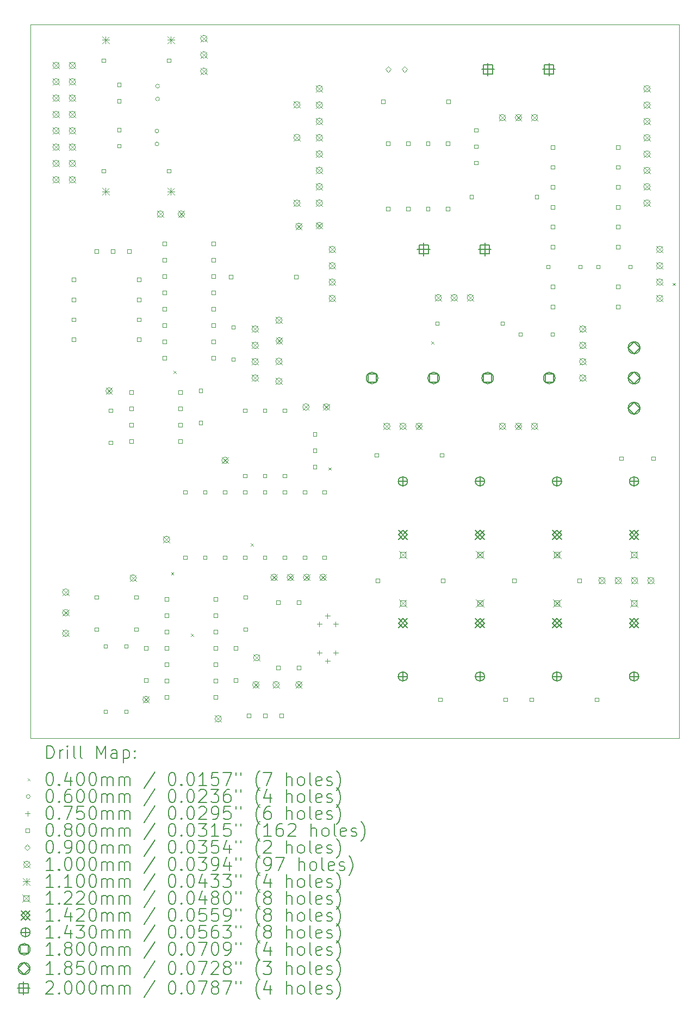
<source format=gbr>
%TF.GenerationSoftware,KiCad,Pcbnew,8.0.2-1*%
%TF.CreationDate,2024-06-17T09:11:32+02:00*%
%TF.ProjectId,3340,33333430-2e6b-4696-9361-645f70636258,rev?*%
%TF.SameCoordinates,Original*%
%TF.FileFunction,Drillmap*%
%TF.FilePolarity,Positive*%
%FSLAX45Y45*%
G04 Gerber Fmt 4.5, Leading zero omitted, Abs format (unit mm)*
G04 Created by KiCad (PCBNEW 8.0.2-1) date 2024-06-17 09:11:32*
%MOMM*%
%LPD*%
G01*
G04 APERTURE LIST*
%ADD10C,0.100000*%
%ADD11C,0.200000*%
%ADD12C,0.110000*%
%ADD13C,0.122000*%
%ADD14C,0.142000*%
%ADD15C,0.143000*%
%ADD16C,0.180000*%
%ADD17C,0.185000*%
G04 APERTURE END LIST*
D10*
X5000000Y-5000000D02*
X15100000Y-5000000D01*
X15100000Y-16100000D01*
X5000000Y-16100000D01*
X5000000Y-5000000D01*
D11*
D10*
X7190000Y-13520000D02*
X7230000Y-13560000D01*
X7230000Y-13520000D02*
X7190000Y-13560000D01*
X7230000Y-10390000D02*
X7270000Y-10430000D01*
X7270000Y-10390000D02*
X7230000Y-10430000D01*
X7500000Y-14480000D02*
X7540000Y-14520000D01*
X7540000Y-14480000D02*
X7500000Y-14520000D01*
X8430000Y-13070000D02*
X8470000Y-13110000D01*
X8470000Y-13070000D02*
X8430000Y-13110000D01*
X9640000Y-11890000D02*
X9680000Y-11930000D01*
X9680000Y-11890000D02*
X9640000Y-11930000D01*
X11240000Y-9930000D02*
X11280000Y-9970000D01*
X11280000Y-9930000D02*
X11240000Y-9970000D01*
X15000000Y-9020000D02*
X15040000Y-9060000D01*
X15040000Y-9020000D02*
X15000000Y-9060000D01*
X7000000Y-6660000D02*
G75*
G02*
X6940000Y-6660000I-30000J0D01*
G01*
X6940000Y-6660000D02*
G75*
G02*
X7000000Y-6660000I30000J0D01*
G01*
X7000000Y-6860000D02*
G75*
G02*
X6940000Y-6860000I-30000J0D01*
G01*
X6940000Y-6860000D02*
G75*
G02*
X7000000Y-6860000I30000J0D01*
G01*
X7010000Y-5960000D02*
G75*
G02*
X6950000Y-5960000I-30000J0D01*
G01*
X6950000Y-5960000D02*
G75*
G02*
X7010000Y-5960000I30000J0D01*
G01*
X7010000Y-6160000D02*
G75*
G02*
X6950000Y-6160000I-30000J0D01*
G01*
X6950000Y-6160000D02*
G75*
G02*
X7010000Y-6160000I30000J0D01*
G01*
X9500000Y-14287500D02*
X9500000Y-14362500D01*
X9462500Y-14325000D02*
X9537500Y-14325000D01*
X9500000Y-14735500D02*
X9500000Y-14810500D01*
X9462500Y-14773000D02*
X9537500Y-14773000D01*
X9627000Y-14160500D02*
X9627000Y-14235500D01*
X9589500Y-14198000D02*
X9664500Y-14198000D01*
X9627000Y-14862500D02*
X9627000Y-14937500D01*
X9589500Y-14900000D02*
X9664500Y-14900000D01*
X9754000Y-14287500D02*
X9754000Y-14362500D01*
X9716500Y-14325000D02*
X9791500Y-14325000D01*
X9754000Y-14735500D02*
X9754000Y-14810500D01*
X9716500Y-14773000D02*
X9791500Y-14773000D01*
X5700284Y-8998285D02*
X5700284Y-8941716D01*
X5643715Y-8941716D01*
X5643715Y-8998285D01*
X5700284Y-8998285D01*
X5700284Y-9308285D02*
X5700284Y-9251716D01*
X5643715Y-9251716D01*
X5643715Y-9308285D01*
X5700284Y-9308285D01*
X5700284Y-9618285D02*
X5700284Y-9561716D01*
X5643715Y-9561716D01*
X5643715Y-9618285D01*
X5700284Y-9618285D01*
X5702284Y-9928285D02*
X5702284Y-9871716D01*
X5645715Y-9871716D01*
X5645715Y-9928285D01*
X5702284Y-9928285D01*
X6058284Y-13938284D02*
X6058284Y-13881715D01*
X6001715Y-13881715D01*
X6001715Y-13938284D01*
X6058284Y-13938284D01*
X6058284Y-14438284D02*
X6058284Y-14381715D01*
X6001715Y-14381715D01*
X6001715Y-14438284D01*
X6058284Y-14438284D01*
X6060284Y-8558285D02*
X6060284Y-8501716D01*
X6003715Y-8501716D01*
X6003715Y-8558285D01*
X6060284Y-8558285D01*
X6168284Y-5588285D02*
X6168284Y-5531716D01*
X6111715Y-5531716D01*
X6111715Y-5588285D01*
X6168284Y-5588285D01*
X6168284Y-7308284D02*
X6168284Y-7251715D01*
X6111715Y-7251715D01*
X6111715Y-7308284D01*
X6168284Y-7308284D01*
X6198284Y-14700284D02*
X6198284Y-14643715D01*
X6141715Y-14643715D01*
X6141715Y-14700284D01*
X6198284Y-14700284D01*
X6198284Y-15716284D02*
X6198284Y-15659715D01*
X6141715Y-15659715D01*
X6141715Y-15716284D01*
X6198284Y-15716284D01*
X6280284Y-11033285D02*
X6280284Y-10976716D01*
X6223715Y-10976716D01*
X6223715Y-11033285D01*
X6280284Y-11033285D01*
X6280284Y-11533284D02*
X6280284Y-11476715D01*
X6223715Y-11476715D01*
X6223715Y-11533284D01*
X6280284Y-11533284D01*
X6314284Y-8558285D02*
X6314284Y-8501716D01*
X6257715Y-8501716D01*
X6257715Y-8558285D01*
X6314284Y-8558285D01*
X6408284Y-5968284D02*
X6408284Y-5911715D01*
X6351715Y-5911715D01*
X6351715Y-5968284D01*
X6408284Y-5968284D01*
X6408284Y-6218284D02*
X6408284Y-6161715D01*
X6351715Y-6161715D01*
X6351715Y-6218284D01*
X6408284Y-6218284D01*
X6408284Y-6668284D02*
X6408284Y-6611715D01*
X6351715Y-6611715D01*
X6351715Y-6668284D01*
X6408284Y-6668284D01*
X6408284Y-6918284D02*
X6408284Y-6861715D01*
X6351715Y-6861715D01*
X6351715Y-6918284D01*
X6408284Y-6918284D01*
X6518284Y-14700284D02*
X6518284Y-14643715D01*
X6461715Y-14643715D01*
X6461715Y-14700284D01*
X6518284Y-14700284D01*
X6518284Y-15716284D02*
X6518284Y-15659715D01*
X6461715Y-15659715D01*
X6461715Y-15716284D01*
X6518284Y-15716284D01*
X6568284Y-8558285D02*
X6568284Y-8501716D01*
X6511715Y-8501716D01*
X6511715Y-8558285D01*
X6568284Y-8558285D01*
X6598284Y-10748285D02*
X6598284Y-10691716D01*
X6541715Y-10691716D01*
X6541715Y-10748285D01*
X6598284Y-10748285D01*
X6598284Y-11002285D02*
X6598284Y-10945716D01*
X6541715Y-10945716D01*
X6541715Y-11002285D01*
X6598284Y-11002285D01*
X6598284Y-11256284D02*
X6598284Y-11199715D01*
X6541715Y-11199715D01*
X6541715Y-11256284D01*
X6598284Y-11256284D01*
X6598284Y-11510284D02*
X6598284Y-11453715D01*
X6541715Y-11453715D01*
X6541715Y-11510284D01*
X6598284Y-11510284D01*
X6678284Y-13938284D02*
X6678284Y-13881715D01*
X6621715Y-13881715D01*
X6621715Y-13938284D01*
X6678284Y-13938284D01*
X6678284Y-14438284D02*
X6678284Y-14381715D01*
X6621715Y-14381715D01*
X6621715Y-14438284D01*
X6678284Y-14438284D01*
X6716284Y-8998285D02*
X6716284Y-8941716D01*
X6659715Y-8941716D01*
X6659715Y-8998285D01*
X6716284Y-8998285D01*
X6716284Y-9308285D02*
X6716284Y-9251716D01*
X6659715Y-9251716D01*
X6659715Y-9308285D01*
X6716284Y-9308285D01*
X6716284Y-9618285D02*
X6716284Y-9561716D01*
X6659715Y-9561716D01*
X6659715Y-9618285D01*
X6716284Y-9618285D01*
X6718284Y-9928285D02*
X6718284Y-9871716D01*
X6661715Y-9871716D01*
X6661715Y-9928285D01*
X6718284Y-9928285D01*
X6828284Y-14728284D02*
X6828284Y-14671715D01*
X6771715Y-14671715D01*
X6771715Y-14728284D01*
X6828284Y-14728284D01*
X6828284Y-15228284D02*
X6828284Y-15171715D01*
X6771715Y-15171715D01*
X6771715Y-15228284D01*
X6828284Y-15228284D01*
X7116284Y-8438285D02*
X7116284Y-8381715D01*
X7059715Y-8381715D01*
X7059715Y-8438285D01*
X7116284Y-8438285D01*
X7116284Y-8692285D02*
X7116284Y-8635716D01*
X7059715Y-8635716D01*
X7059715Y-8692285D01*
X7116284Y-8692285D01*
X7116284Y-8946285D02*
X7116284Y-8889716D01*
X7059715Y-8889716D01*
X7059715Y-8946285D01*
X7116284Y-8946285D01*
X7116284Y-9200285D02*
X7116284Y-9143716D01*
X7059715Y-9143716D01*
X7059715Y-9200285D01*
X7116284Y-9200285D01*
X7116284Y-9454285D02*
X7116284Y-9397716D01*
X7059715Y-9397716D01*
X7059715Y-9454285D01*
X7116284Y-9454285D01*
X7116284Y-9708285D02*
X7116284Y-9651716D01*
X7059715Y-9651716D01*
X7059715Y-9708285D01*
X7116284Y-9708285D01*
X7116284Y-9962285D02*
X7116284Y-9905716D01*
X7059715Y-9905716D01*
X7059715Y-9962285D01*
X7116284Y-9962285D01*
X7116284Y-10216285D02*
X7116284Y-10159716D01*
X7059715Y-10159716D01*
X7059715Y-10216285D01*
X7116284Y-10216285D01*
X7148284Y-13965784D02*
X7148284Y-13909215D01*
X7091715Y-13909215D01*
X7091715Y-13965784D01*
X7148284Y-13965784D01*
X7148284Y-14219784D02*
X7148284Y-14163215D01*
X7091715Y-14163215D01*
X7091715Y-14219784D01*
X7148284Y-14219784D01*
X7148284Y-14473784D02*
X7148284Y-14417215D01*
X7091715Y-14417215D01*
X7091715Y-14473784D01*
X7148284Y-14473784D01*
X7148284Y-14727784D02*
X7148284Y-14671215D01*
X7091715Y-14671215D01*
X7091715Y-14727784D01*
X7148284Y-14727784D01*
X7148284Y-14981784D02*
X7148284Y-14925215D01*
X7091715Y-14925215D01*
X7091715Y-14981784D01*
X7148284Y-14981784D01*
X7148284Y-15235784D02*
X7148284Y-15179215D01*
X7091715Y-15179215D01*
X7091715Y-15235784D01*
X7148284Y-15235784D01*
X7148284Y-15489784D02*
X7148284Y-15433215D01*
X7091715Y-15433215D01*
X7091715Y-15489784D01*
X7148284Y-15489784D01*
X7184284Y-5588285D02*
X7184284Y-5531716D01*
X7127715Y-5531716D01*
X7127715Y-5588285D01*
X7184284Y-5588285D01*
X7184284Y-7308284D02*
X7184284Y-7251715D01*
X7127715Y-7251715D01*
X7127715Y-7308284D01*
X7184284Y-7308284D01*
X7360284Y-10748285D02*
X7360284Y-10691716D01*
X7303715Y-10691716D01*
X7303715Y-10748285D01*
X7360284Y-10748285D01*
X7360284Y-11002285D02*
X7360284Y-10945716D01*
X7303715Y-10945716D01*
X7303715Y-11002285D01*
X7360284Y-11002285D01*
X7360284Y-11256284D02*
X7360284Y-11199715D01*
X7303715Y-11199715D01*
X7303715Y-11256284D01*
X7360284Y-11256284D01*
X7360284Y-11510284D02*
X7360284Y-11453715D01*
X7303715Y-11453715D01*
X7303715Y-11510284D01*
X7360284Y-11510284D01*
X7438284Y-12302284D02*
X7438284Y-12245715D01*
X7381715Y-12245715D01*
X7381715Y-12302284D01*
X7438284Y-12302284D01*
X7438284Y-13318284D02*
X7438284Y-13261715D01*
X7381715Y-13261715D01*
X7381715Y-13318284D01*
X7438284Y-13318284D01*
X7680284Y-10726285D02*
X7680284Y-10669716D01*
X7623715Y-10669716D01*
X7623715Y-10726285D01*
X7680284Y-10726285D01*
X7680284Y-11226284D02*
X7680284Y-11169716D01*
X7623715Y-11169716D01*
X7623715Y-11226284D01*
X7680284Y-11226284D01*
X7748284Y-12302284D02*
X7748284Y-12245715D01*
X7691715Y-12245715D01*
X7691715Y-12302284D01*
X7748284Y-12302284D01*
X7748284Y-13318284D02*
X7748284Y-13261715D01*
X7691715Y-13261715D01*
X7691715Y-13318284D01*
X7748284Y-13318284D01*
X7878284Y-8438285D02*
X7878284Y-8381715D01*
X7821715Y-8381715D01*
X7821715Y-8438285D01*
X7878284Y-8438285D01*
X7878284Y-8692285D02*
X7878284Y-8635716D01*
X7821715Y-8635716D01*
X7821715Y-8692285D01*
X7878284Y-8692285D01*
X7878284Y-8946285D02*
X7878284Y-8889716D01*
X7821715Y-8889716D01*
X7821715Y-8946285D01*
X7878284Y-8946285D01*
X7878284Y-9200285D02*
X7878284Y-9143716D01*
X7821715Y-9143716D01*
X7821715Y-9200285D01*
X7878284Y-9200285D01*
X7878284Y-9454285D02*
X7878284Y-9397716D01*
X7821715Y-9397716D01*
X7821715Y-9454285D01*
X7878284Y-9454285D01*
X7878284Y-9708285D02*
X7878284Y-9651716D01*
X7821715Y-9651716D01*
X7821715Y-9708285D01*
X7878284Y-9708285D01*
X7878284Y-9962285D02*
X7878284Y-9905716D01*
X7821715Y-9905716D01*
X7821715Y-9962285D01*
X7878284Y-9962285D01*
X7878284Y-10216285D02*
X7878284Y-10159716D01*
X7821715Y-10159716D01*
X7821715Y-10216285D01*
X7878284Y-10216285D01*
X7910284Y-13965784D02*
X7910284Y-13909215D01*
X7853715Y-13909215D01*
X7853715Y-13965784D01*
X7910284Y-13965784D01*
X7910284Y-14219784D02*
X7910284Y-14163215D01*
X7853715Y-14163215D01*
X7853715Y-14219784D01*
X7910284Y-14219784D01*
X7910284Y-14473784D02*
X7910284Y-14417215D01*
X7853715Y-14417215D01*
X7853715Y-14473784D01*
X7910284Y-14473784D01*
X7910284Y-14727784D02*
X7910284Y-14671215D01*
X7853715Y-14671215D01*
X7853715Y-14727784D01*
X7910284Y-14727784D01*
X7910284Y-14981784D02*
X7910284Y-14925215D01*
X7853715Y-14925215D01*
X7853715Y-14981784D01*
X7910284Y-14981784D01*
X7910284Y-15235784D02*
X7910284Y-15179215D01*
X7853715Y-15179215D01*
X7853715Y-15235784D01*
X7910284Y-15235784D01*
X7910284Y-15489784D02*
X7910284Y-15433215D01*
X7853715Y-15433215D01*
X7853715Y-15489784D01*
X7910284Y-15489784D01*
X8058284Y-12302284D02*
X8058284Y-12245715D01*
X8001715Y-12245715D01*
X8001715Y-12302284D01*
X8058284Y-12302284D01*
X8058284Y-13318284D02*
X8058284Y-13261715D01*
X8001715Y-13261715D01*
X8001715Y-13318284D01*
X8058284Y-13318284D01*
X8148284Y-8953285D02*
X8148284Y-8896716D01*
X8091715Y-8896716D01*
X8091715Y-8953285D01*
X8148284Y-8953285D01*
X8188284Y-9738285D02*
X8188284Y-9681716D01*
X8131715Y-9681716D01*
X8131715Y-9738285D01*
X8188284Y-9738285D01*
X8188284Y-10238285D02*
X8188284Y-10181716D01*
X8131715Y-10181716D01*
X8131715Y-10238285D01*
X8188284Y-10238285D01*
X8228284Y-14728284D02*
X8228284Y-14671715D01*
X8171715Y-14671715D01*
X8171715Y-14728284D01*
X8228284Y-14728284D01*
X8228284Y-15228284D02*
X8228284Y-15171715D01*
X8171715Y-15171715D01*
X8171715Y-15228284D01*
X8228284Y-15228284D01*
X8368284Y-11032285D02*
X8368284Y-10975716D01*
X8311715Y-10975716D01*
X8311715Y-11032285D01*
X8368284Y-11032285D01*
X8368284Y-12048284D02*
X8368284Y-11991715D01*
X8311715Y-11991715D01*
X8311715Y-12048284D01*
X8368284Y-12048284D01*
X8368284Y-12302284D02*
X8368284Y-12245715D01*
X8311715Y-12245715D01*
X8311715Y-12302284D01*
X8368284Y-12302284D01*
X8368284Y-13318284D02*
X8368284Y-13261715D01*
X8311715Y-13261715D01*
X8311715Y-13318284D01*
X8368284Y-13318284D01*
X8378284Y-13938284D02*
X8378284Y-13881715D01*
X8321715Y-13881715D01*
X8321715Y-13938284D01*
X8378284Y-13938284D01*
X8378284Y-14438284D02*
X8378284Y-14381715D01*
X8321715Y-14381715D01*
X8321715Y-14438284D01*
X8378284Y-14438284D01*
X8428285Y-15778284D02*
X8428285Y-15721715D01*
X8371715Y-15721715D01*
X8371715Y-15778284D01*
X8428285Y-15778284D01*
X8678285Y-11032285D02*
X8678285Y-10975716D01*
X8621716Y-10975716D01*
X8621716Y-11032285D01*
X8678285Y-11032285D01*
X8678285Y-12048284D02*
X8678285Y-11991715D01*
X8621716Y-11991715D01*
X8621716Y-12048284D01*
X8678285Y-12048284D01*
X8678285Y-12302284D02*
X8678285Y-12245715D01*
X8621716Y-12245715D01*
X8621716Y-12302284D01*
X8678285Y-12302284D01*
X8678285Y-13318284D02*
X8678285Y-13261715D01*
X8621716Y-13261715D01*
X8621716Y-13318284D01*
X8678285Y-13318284D01*
X8682285Y-15778284D02*
X8682285Y-15721715D01*
X8625716Y-15721715D01*
X8625716Y-15778284D01*
X8682285Y-15778284D01*
X8888285Y-14015284D02*
X8888285Y-13958715D01*
X8831716Y-13958715D01*
X8831716Y-14015284D01*
X8888285Y-14015284D01*
X8888285Y-15031284D02*
X8888285Y-14974715D01*
X8831716Y-14974715D01*
X8831716Y-15031284D01*
X8888285Y-15031284D01*
X8936285Y-15778284D02*
X8936285Y-15721715D01*
X8879716Y-15721715D01*
X8879716Y-15778284D01*
X8936285Y-15778284D01*
X8988285Y-11032285D02*
X8988285Y-10975716D01*
X8931716Y-10975716D01*
X8931716Y-11032285D01*
X8988285Y-11032285D01*
X8988285Y-12048284D02*
X8988285Y-11991715D01*
X8931716Y-11991715D01*
X8931716Y-12048284D01*
X8988285Y-12048284D01*
X8988285Y-12302284D02*
X8988285Y-12245715D01*
X8931716Y-12245715D01*
X8931716Y-12302284D01*
X8988285Y-12302284D01*
X8988285Y-13318284D02*
X8988285Y-13261715D01*
X8931716Y-13261715D01*
X8931716Y-13318284D01*
X8988285Y-13318284D01*
X9164285Y-8953285D02*
X9164285Y-8896716D01*
X9107716Y-8896716D01*
X9107716Y-8953285D01*
X9164285Y-8953285D01*
X9208285Y-14015284D02*
X9208285Y-13958715D01*
X9151716Y-13958715D01*
X9151716Y-14015284D01*
X9208285Y-14015284D01*
X9208285Y-15031284D02*
X9208285Y-14974715D01*
X9151716Y-14974715D01*
X9151716Y-15031284D01*
X9208285Y-15031284D01*
X9298285Y-12302284D02*
X9298285Y-12245715D01*
X9241716Y-12245715D01*
X9241716Y-12302284D01*
X9298285Y-12302284D01*
X9298285Y-13318284D02*
X9298285Y-13261715D01*
X9241716Y-13261715D01*
X9241716Y-13318284D01*
X9298285Y-13318284D01*
X9458285Y-11400284D02*
X9458285Y-11343715D01*
X9401716Y-11343715D01*
X9401716Y-11400284D01*
X9458285Y-11400284D01*
X9458285Y-11654284D02*
X9458285Y-11597715D01*
X9401716Y-11597715D01*
X9401716Y-11654284D01*
X9458285Y-11654284D01*
X9458285Y-11908284D02*
X9458285Y-11851715D01*
X9401716Y-11851715D01*
X9401716Y-11908284D01*
X9458285Y-11908284D01*
X9608285Y-12302284D02*
X9608285Y-12245715D01*
X9551716Y-12245715D01*
X9551716Y-12302284D01*
X9608285Y-12302284D01*
X9608285Y-13318284D02*
X9608285Y-13261715D01*
X9551716Y-13261715D01*
X9551716Y-13318284D01*
X9608285Y-13318284D01*
X10420285Y-11728284D02*
X10420285Y-11671715D01*
X10363716Y-11671715D01*
X10363716Y-11728284D01*
X10420285Y-11728284D01*
X10433285Y-13678284D02*
X10433285Y-13621715D01*
X10376716Y-13621715D01*
X10376716Y-13678284D01*
X10433285Y-13678284D01*
X10520285Y-6228284D02*
X10520285Y-6171715D01*
X10463716Y-6171715D01*
X10463716Y-6228284D01*
X10520285Y-6228284D01*
X10598285Y-6882284D02*
X10598285Y-6825715D01*
X10541716Y-6825715D01*
X10541716Y-6882284D01*
X10598285Y-6882284D01*
X10598285Y-7898284D02*
X10598285Y-7841715D01*
X10541716Y-7841715D01*
X10541716Y-7898284D01*
X10598285Y-7898284D01*
X10908285Y-6882284D02*
X10908285Y-6825715D01*
X10851716Y-6825715D01*
X10851716Y-6882284D01*
X10908285Y-6882284D01*
X10908285Y-7898284D02*
X10908285Y-7841715D01*
X10851716Y-7841715D01*
X10851716Y-7898284D01*
X10908285Y-7898284D01*
X11218284Y-6882284D02*
X11218284Y-6825715D01*
X11161716Y-6825715D01*
X11161716Y-6882284D01*
X11218284Y-6882284D01*
X11218284Y-7898284D02*
X11218284Y-7841715D01*
X11161716Y-7841715D01*
X11161716Y-7898284D01*
X11218284Y-7898284D01*
X11362284Y-9678285D02*
X11362284Y-9621716D01*
X11305715Y-9621716D01*
X11305715Y-9678285D01*
X11362284Y-9678285D01*
X11407284Y-15528284D02*
X11407284Y-15471715D01*
X11350715Y-15471715D01*
X11350715Y-15528284D01*
X11407284Y-15528284D01*
X11436284Y-11728284D02*
X11436284Y-11671715D01*
X11379715Y-11671715D01*
X11379715Y-11728284D01*
X11436284Y-11728284D01*
X11449284Y-13678284D02*
X11449284Y-13621715D01*
X11392715Y-13621715D01*
X11392715Y-13678284D01*
X11449284Y-13678284D01*
X11528284Y-6882284D02*
X11528284Y-6825715D01*
X11471715Y-6825715D01*
X11471715Y-6882284D01*
X11528284Y-6882284D01*
X11528284Y-7898284D02*
X11528284Y-7841715D01*
X11471715Y-7841715D01*
X11471715Y-7898284D01*
X11528284Y-7898284D01*
X11536284Y-6228284D02*
X11536284Y-6171715D01*
X11479715Y-6171715D01*
X11479715Y-6228284D01*
X11536284Y-6228284D01*
X11895284Y-7708284D02*
X11895284Y-7651715D01*
X11838715Y-7651715D01*
X11838715Y-7708284D01*
X11895284Y-7708284D01*
X11968284Y-6674284D02*
X11968284Y-6617715D01*
X11911715Y-6617715D01*
X11911715Y-6674284D01*
X11968284Y-6674284D01*
X11968284Y-6928284D02*
X11968284Y-6871715D01*
X11911715Y-6871715D01*
X11911715Y-6928284D01*
X11968284Y-6928284D01*
X11968284Y-7182284D02*
X11968284Y-7125715D01*
X11911715Y-7125715D01*
X11911715Y-7182284D01*
X11968284Y-7182284D01*
X12378284Y-9678285D02*
X12378284Y-9621716D01*
X12321715Y-9621716D01*
X12321715Y-9678285D01*
X12378284Y-9678285D01*
X12423284Y-15528284D02*
X12423284Y-15471715D01*
X12366715Y-15471715D01*
X12366715Y-15528284D01*
X12423284Y-15528284D01*
X12562284Y-13678284D02*
X12562284Y-13621715D01*
X12505715Y-13621715D01*
X12505715Y-13678284D01*
X12562284Y-13678284D01*
X12658284Y-9848285D02*
X12658284Y-9791716D01*
X12601715Y-9791716D01*
X12601715Y-9848285D01*
X12658284Y-9848285D01*
X12833284Y-15528284D02*
X12833284Y-15471715D01*
X12776715Y-15471715D01*
X12776715Y-15528284D01*
X12833284Y-15528284D01*
X12911284Y-7708284D02*
X12911284Y-7651715D01*
X12854715Y-7651715D01*
X12854715Y-7708284D01*
X12911284Y-7708284D01*
X13088284Y-8798285D02*
X13088284Y-8741716D01*
X13031715Y-8741716D01*
X13031715Y-8798285D01*
X13088284Y-8798285D01*
X13158284Y-9848285D02*
X13158284Y-9791716D01*
X13101715Y-9791716D01*
X13101715Y-9848285D01*
X13158284Y-9848285D01*
X13160284Y-6938284D02*
X13160284Y-6881715D01*
X13103715Y-6881715D01*
X13103715Y-6938284D01*
X13160284Y-6938284D01*
X13160284Y-7248284D02*
X13160284Y-7191715D01*
X13103715Y-7191715D01*
X13103715Y-7248284D01*
X13160284Y-7248284D01*
X13160284Y-7868284D02*
X13160284Y-7811715D01*
X13103715Y-7811715D01*
X13103715Y-7868284D01*
X13160284Y-7868284D01*
X13160284Y-8178284D02*
X13160284Y-8121715D01*
X13103715Y-8121715D01*
X13103715Y-8178284D01*
X13160284Y-8178284D01*
X13160284Y-8488285D02*
X13160284Y-8431716D01*
X13103715Y-8431716D01*
X13103715Y-8488285D01*
X13160284Y-8488285D01*
X13162284Y-7558284D02*
X13162284Y-7501715D01*
X13105715Y-7501715D01*
X13105715Y-7558284D01*
X13162284Y-7558284D01*
X13162284Y-9108285D02*
X13162284Y-9051716D01*
X13105715Y-9051716D01*
X13105715Y-9108285D01*
X13162284Y-9108285D01*
X13162284Y-9418285D02*
X13162284Y-9361716D01*
X13105715Y-9361716D01*
X13105715Y-9418285D01*
X13162284Y-9418285D01*
X13578284Y-13678284D02*
X13578284Y-13621715D01*
X13521715Y-13621715D01*
X13521715Y-13678284D01*
X13578284Y-13678284D01*
X13588284Y-8798285D02*
X13588284Y-8741716D01*
X13531715Y-8741716D01*
X13531715Y-8798285D01*
X13588284Y-8798285D01*
X13849284Y-15528284D02*
X13849284Y-15471715D01*
X13792715Y-15471715D01*
X13792715Y-15528284D01*
X13849284Y-15528284D01*
X13868284Y-8798285D02*
X13868284Y-8741716D01*
X13811715Y-8741716D01*
X13811715Y-8798285D01*
X13868284Y-8798285D01*
X14176284Y-6938284D02*
X14176284Y-6881715D01*
X14119715Y-6881715D01*
X14119715Y-6938284D01*
X14176284Y-6938284D01*
X14176284Y-7248284D02*
X14176284Y-7191715D01*
X14119715Y-7191715D01*
X14119715Y-7248284D01*
X14176284Y-7248284D01*
X14176284Y-7868284D02*
X14176284Y-7811715D01*
X14119715Y-7811715D01*
X14119715Y-7868284D01*
X14176284Y-7868284D01*
X14176284Y-8178284D02*
X14176284Y-8121715D01*
X14119715Y-8121715D01*
X14119715Y-8178284D01*
X14176284Y-8178284D01*
X14176284Y-8488285D02*
X14176284Y-8431716D01*
X14119715Y-8431716D01*
X14119715Y-8488285D01*
X14176284Y-8488285D01*
X14178284Y-7558284D02*
X14178284Y-7501715D01*
X14121715Y-7501715D01*
X14121715Y-7558284D01*
X14178284Y-7558284D01*
X14178284Y-9108285D02*
X14178284Y-9051716D01*
X14121715Y-9051716D01*
X14121715Y-9108285D01*
X14178284Y-9108285D01*
X14178284Y-9418285D02*
X14178284Y-9361716D01*
X14121715Y-9361716D01*
X14121715Y-9418285D01*
X14178284Y-9418285D01*
X14228284Y-11778284D02*
X14228284Y-11721715D01*
X14171715Y-11721715D01*
X14171715Y-11778284D01*
X14228284Y-11778284D01*
X14368284Y-8798285D02*
X14368284Y-8741716D01*
X14311715Y-8741716D01*
X14311715Y-8798285D01*
X14368284Y-8798285D01*
X14728284Y-11778284D02*
X14728284Y-11721715D01*
X14671715Y-11721715D01*
X14671715Y-11778284D01*
X14728284Y-11778284D01*
X10573000Y-5745000D02*
X10618000Y-5700000D01*
X10573000Y-5655000D01*
X10528000Y-5700000D01*
X10573000Y-5745000D01*
X10827000Y-5745000D02*
X10872000Y-5700000D01*
X10827000Y-5655000D01*
X10782000Y-5700000D01*
X10827000Y-5745000D01*
X5350000Y-5588000D02*
X5450000Y-5688000D01*
X5450000Y-5588000D02*
X5350000Y-5688000D01*
X5450000Y-5638000D02*
G75*
G02*
X5350000Y-5638000I-50000J0D01*
G01*
X5350000Y-5638000D02*
G75*
G02*
X5450000Y-5638000I50000J0D01*
G01*
X5350000Y-5842000D02*
X5450000Y-5942000D01*
X5450000Y-5842000D02*
X5350000Y-5942000D01*
X5450000Y-5892000D02*
G75*
G02*
X5350000Y-5892000I-50000J0D01*
G01*
X5350000Y-5892000D02*
G75*
G02*
X5450000Y-5892000I50000J0D01*
G01*
X5350000Y-6096000D02*
X5450000Y-6196000D01*
X5450000Y-6096000D02*
X5350000Y-6196000D01*
X5450000Y-6146000D02*
G75*
G02*
X5350000Y-6146000I-50000J0D01*
G01*
X5350000Y-6146000D02*
G75*
G02*
X5450000Y-6146000I50000J0D01*
G01*
X5350000Y-6350000D02*
X5450000Y-6450000D01*
X5450000Y-6350000D02*
X5350000Y-6450000D01*
X5450000Y-6400000D02*
G75*
G02*
X5350000Y-6400000I-50000J0D01*
G01*
X5350000Y-6400000D02*
G75*
G02*
X5450000Y-6400000I50000J0D01*
G01*
X5350000Y-6604000D02*
X5450000Y-6704000D01*
X5450000Y-6604000D02*
X5350000Y-6704000D01*
X5450000Y-6654000D02*
G75*
G02*
X5350000Y-6654000I-50000J0D01*
G01*
X5350000Y-6654000D02*
G75*
G02*
X5450000Y-6654000I50000J0D01*
G01*
X5350000Y-6858000D02*
X5450000Y-6958000D01*
X5450000Y-6858000D02*
X5350000Y-6958000D01*
X5450000Y-6908000D02*
G75*
G02*
X5350000Y-6908000I-50000J0D01*
G01*
X5350000Y-6908000D02*
G75*
G02*
X5450000Y-6908000I50000J0D01*
G01*
X5350000Y-7112000D02*
X5450000Y-7212000D01*
X5450000Y-7112000D02*
X5350000Y-7212000D01*
X5450000Y-7162000D02*
G75*
G02*
X5350000Y-7162000I-50000J0D01*
G01*
X5350000Y-7162000D02*
G75*
G02*
X5450000Y-7162000I50000J0D01*
G01*
X5350000Y-7366000D02*
X5450000Y-7466000D01*
X5450000Y-7366000D02*
X5350000Y-7466000D01*
X5450000Y-7416000D02*
G75*
G02*
X5350000Y-7416000I-50000J0D01*
G01*
X5350000Y-7416000D02*
G75*
G02*
X5450000Y-7416000I50000J0D01*
G01*
X5500000Y-13780000D02*
X5600000Y-13880000D01*
X5600000Y-13780000D02*
X5500000Y-13880000D01*
X5600000Y-13830000D02*
G75*
G02*
X5500000Y-13830000I-50000J0D01*
G01*
X5500000Y-13830000D02*
G75*
G02*
X5600000Y-13830000I50000J0D01*
G01*
X5500000Y-14100000D02*
X5600000Y-14200000D01*
X5600000Y-14100000D02*
X5500000Y-14200000D01*
X5600000Y-14150000D02*
G75*
G02*
X5500000Y-14150000I-50000J0D01*
G01*
X5500000Y-14150000D02*
G75*
G02*
X5600000Y-14150000I50000J0D01*
G01*
X5500000Y-14420000D02*
X5600000Y-14520000D01*
X5600000Y-14420000D02*
X5500000Y-14520000D01*
X5600000Y-14470000D02*
G75*
G02*
X5500000Y-14470000I-50000J0D01*
G01*
X5500000Y-14470000D02*
G75*
G02*
X5600000Y-14470000I50000J0D01*
G01*
X5604000Y-5588000D02*
X5704000Y-5688000D01*
X5704000Y-5588000D02*
X5604000Y-5688000D01*
X5704000Y-5638000D02*
G75*
G02*
X5604000Y-5638000I-50000J0D01*
G01*
X5604000Y-5638000D02*
G75*
G02*
X5704000Y-5638000I50000J0D01*
G01*
X5604000Y-5842000D02*
X5704000Y-5942000D01*
X5704000Y-5842000D02*
X5604000Y-5942000D01*
X5704000Y-5892000D02*
G75*
G02*
X5604000Y-5892000I-50000J0D01*
G01*
X5604000Y-5892000D02*
G75*
G02*
X5704000Y-5892000I50000J0D01*
G01*
X5604000Y-6096000D02*
X5704000Y-6196000D01*
X5704000Y-6096000D02*
X5604000Y-6196000D01*
X5704000Y-6146000D02*
G75*
G02*
X5604000Y-6146000I-50000J0D01*
G01*
X5604000Y-6146000D02*
G75*
G02*
X5704000Y-6146000I50000J0D01*
G01*
X5604000Y-6350000D02*
X5704000Y-6450000D01*
X5704000Y-6350000D02*
X5604000Y-6450000D01*
X5704000Y-6400000D02*
G75*
G02*
X5604000Y-6400000I-50000J0D01*
G01*
X5604000Y-6400000D02*
G75*
G02*
X5704000Y-6400000I50000J0D01*
G01*
X5604000Y-6604000D02*
X5704000Y-6704000D01*
X5704000Y-6604000D02*
X5604000Y-6704000D01*
X5704000Y-6654000D02*
G75*
G02*
X5604000Y-6654000I-50000J0D01*
G01*
X5604000Y-6654000D02*
G75*
G02*
X5704000Y-6654000I50000J0D01*
G01*
X5604000Y-6858000D02*
X5704000Y-6958000D01*
X5704000Y-6858000D02*
X5604000Y-6958000D01*
X5704000Y-6908000D02*
G75*
G02*
X5604000Y-6908000I-50000J0D01*
G01*
X5604000Y-6908000D02*
G75*
G02*
X5704000Y-6908000I50000J0D01*
G01*
X5604000Y-7112000D02*
X5704000Y-7212000D01*
X5704000Y-7112000D02*
X5604000Y-7212000D01*
X5704000Y-7162000D02*
G75*
G02*
X5604000Y-7162000I-50000J0D01*
G01*
X5604000Y-7162000D02*
G75*
G02*
X5704000Y-7162000I50000J0D01*
G01*
X5604000Y-7366000D02*
X5704000Y-7466000D01*
X5704000Y-7366000D02*
X5604000Y-7466000D01*
X5704000Y-7416000D02*
G75*
G02*
X5604000Y-7416000I-50000J0D01*
G01*
X5604000Y-7416000D02*
G75*
G02*
X5704000Y-7416000I50000J0D01*
G01*
X6175000Y-10650000D02*
X6275000Y-10750000D01*
X6275000Y-10650000D02*
X6175000Y-10750000D01*
X6275000Y-10700000D02*
G75*
G02*
X6175000Y-10700000I-50000J0D01*
G01*
X6175000Y-10700000D02*
G75*
G02*
X6275000Y-10700000I50000J0D01*
G01*
X6550000Y-13560000D02*
X6650000Y-13660000D01*
X6650000Y-13560000D02*
X6550000Y-13660000D01*
X6650000Y-13610000D02*
G75*
G02*
X6550000Y-13610000I-50000J0D01*
G01*
X6550000Y-13610000D02*
G75*
G02*
X6650000Y-13610000I50000J0D01*
G01*
X6750000Y-15450000D02*
X6850000Y-15550000D01*
X6850000Y-15450000D02*
X6750000Y-15550000D01*
X6850000Y-15500000D02*
G75*
G02*
X6750000Y-15500000I-50000J0D01*
G01*
X6750000Y-15500000D02*
G75*
G02*
X6850000Y-15500000I50000J0D01*
G01*
X6975000Y-7900000D02*
X7075000Y-8000000D01*
X7075000Y-7900000D02*
X6975000Y-8000000D01*
X7075000Y-7950000D02*
G75*
G02*
X6975000Y-7950000I-50000J0D01*
G01*
X6975000Y-7950000D02*
G75*
G02*
X7075000Y-7950000I50000J0D01*
G01*
X7070000Y-12960000D02*
X7170000Y-13060000D01*
X7170000Y-12960000D02*
X7070000Y-13060000D01*
X7170000Y-13010000D02*
G75*
G02*
X7070000Y-13010000I-50000J0D01*
G01*
X7070000Y-13010000D02*
G75*
G02*
X7170000Y-13010000I50000J0D01*
G01*
X7300000Y-7900000D02*
X7400000Y-8000000D01*
X7400000Y-7900000D02*
X7300000Y-8000000D01*
X7400000Y-7950000D02*
G75*
G02*
X7300000Y-7950000I-50000J0D01*
G01*
X7300000Y-7950000D02*
G75*
G02*
X7400000Y-7950000I50000J0D01*
G01*
X7650000Y-5170000D02*
X7750000Y-5270000D01*
X7750000Y-5170000D02*
X7650000Y-5270000D01*
X7750000Y-5220000D02*
G75*
G02*
X7650000Y-5220000I-50000J0D01*
G01*
X7650000Y-5220000D02*
G75*
G02*
X7750000Y-5220000I50000J0D01*
G01*
X7650000Y-5424000D02*
X7750000Y-5524000D01*
X7750000Y-5424000D02*
X7650000Y-5524000D01*
X7750000Y-5474000D02*
G75*
G02*
X7650000Y-5474000I-50000J0D01*
G01*
X7650000Y-5474000D02*
G75*
G02*
X7750000Y-5474000I50000J0D01*
G01*
X7650000Y-5678000D02*
X7750000Y-5778000D01*
X7750000Y-5678000D02*
X7650000Y-5778000D01*
X7750000Y-5728000D02*
G75*
G02*
X7650000Y-5728000I-50000J0D01*
G01*
X7650000Y-5728000D02*
G75*
G02*
X7750000Y-5728000I50000J0D01*
G01*
X7875000Y-15750000D02*
X7975000Y-15850000D01*
X7975000Y-15750000D02*
X7875000Y-15850000D01*
X7975000Y-15800000D02*
G75*
G02*
X7875000Y-15800000I-50000J0D01*
G01*
X7875000Y-15800000D02*
G75*
G02*
X7975000Y-15800000I50000J0D01*
G01*
X7980000Y-11730000D02*
X8080000Y-11830000D01*
X8080000Y-11730000D02*
X7980000Y-11830000D01*
X8080000Y-11780000D02*
G75*
G02*
X7980000Y-11780000I-50000J0D01*
G01*
X7980000Y-11780000D02*
G75*
G02*
X8080000Y-11780000I50000J0D01*
G01*
X8450000Y-9688000D02*
X8550000Y-9788000D01*
X8550000Y-9688000D02*
X8450000Y-9788000D01*
X8550000Y-9738000D02*
G75*
G02*
X8450000Y-9738000I-50000J0D01*
G01*
X8450000Y-9738000D02*
G75*
G02*
X8550000Y-9738000I50000J0D01*
G01*
X8450000Y-9942000D02*
X8550000Y-10042000D01*
X8550000Y-9942000D02*
X8450000Y-10042000D01*
X8550000Y-9992000D02*
G75*
G02*
X8450000Y-9992000I-50000J0D01*
G01*
X8450000Y-9992000D02*
G75*
G02*
X8550000Y-9992000I50000J0D01*
G01*
X8450000Y-10196000D02*
X8550000Y-10296000D01*
X8550000Y-10196000D02*
X8450000Y-10296000D01*
X8550000Y-10246000D02*
G75*
G02*
X8450000Y-10246000I-50000J0D01*
G01*
X8450000Y-10246000D02*
G75*
G02*
X8550000Y-10246000I50000J0D01*
G01*
X8450000Y-10450000D02*
X8550000Y-10550000D01*
X8550000Y-10450000D02*
X8450000Y-10550000D01*
X8550000Y-10500000D02*
G75*
G02*
X8450000Y-10500000I-50000J0D01*
G01*
X8450000Y-10500000D02*
G75*
G02*
X8550000Y-10500000I50000J0D01*
G01*
X8460000Y-15220000D02*
X8560000Y-15320000D01*
X8560000Y-15220000D02*
X8460000Y-15320000D01*
X8560000Y-15270000D02*
G75*
G02*
X8460000Y-15270000I-50000J0D01*
G01*
X8460000Y-15270000D02*
G75*
G02*
X8560000Y-15270000I50000J0D01*
G01*
X8475000Y-14800000D02*
X8575000Y-14900000D01*
X8575000Y-14800000D02*
X8475000Y-14900000D01*
X8575000Y-14850000D02*
G75*
G02*
X8475000Y-14850000I-50000J0D01*
G01*
X8475000Y-14850000D02*
G75*
G02*
X8575000Y-14850000I50000J0D01*
G01*
X8742000Y-13550000D02*
X8842000Y-13650000D01*
X8842000Y-13550000D02*
X8742000Y-13650000D01*
X8842000Y-13600000D02*
G75*
G02*
X8742000Y-13600000I-50000J0D01*
G01*
X8742000Y-13600000D02*
G75*
G02*
X8842000Y-13600000I50000J0D01*
G01*
X8775000Y-15220000D02*
X8875000Y-15320000D01*
X8875000Y-15220000D02*
X8775000Y-15320000D01*
X8875000Y-15270000D02*
G75*
G02*
X8775000Y-15270000I-50000J0D01*
G01*
X8775000Y-15270000D02*
G75*
G02*
X8875000Y-15270000I50000J0D01*
G01*
X8820000Y-9550000D02*
X8920000Y-9650000D01*
X8920000Y-9550000D02*
X8820000Y-9650000D01*
X8920000Y-9600000D02*
G75*
G02*
X8820000Y-9600000I-50000J0D01*
G01*
X8820000Y-9600000D02*
G75*
G02*
X8920000Y-9600000I50000J0D01*
G01*
X8820000Y-10190000D02*
X8920000Y-10290000D01*
X8920000Y-10190000D02*
X8820000Y-10290000D01*
X8920000Y-10240000D02*
G75*
G02*
X8820000Y-10240000I-50000J0D01*
G01*
X8820000Y-10240000D02*
G75*
G02*
X8920000Y-10240000I50000J0D01*
G01*
X8820000Y-10500000D02*
X8920000Y-10600000D01*
X8920000Y-10500000D02*
X8820000Y-10600000D01*
X8920000Y-10550000D02*
G75*
G02*
X8820000Y-10550000I-50000J0D01*
G01*
X8820000Y-10550000D02*
G75*
G02*
X8920000Y-10550000I50000J0D01*
G01*
X8825000Y-9870000D02*
X8925000Y-9970000D01*
X8925000Y-9870000D02*
X8825000Y-9970000D01*
X8925000Y-9920000D02*
G75*
G02*
X8825000Y-9920000I-50000J0D01*
G01*
X8825000Y-9920000D02*
G75*
G02*
X8925000Y-9920000I50000J0D01*
G01*
X8996000Y-13550000D02*
X9096000Y-13650000D01*
X9096000Y-13550000D02*
X8996000Y-13650000D01*
X9096000Y-13600000D02*
G75*
G02*
X8996000Y-13600000I-50000J0D01*
G01*
X8996000Y-13600000D02*
G75*
G02*
X9096000Y-13600000I50000J0D01*
G01*
X9100000Y-6200000D02*
X9200000Y-6300000D01*
X9200000Y-6200000D02*
X9100000Y-6300000D01*
X9200000Y-6250000D02*
G75*
G02*
X9100000Y-6250000I-50000J0D01*
G01*
X9100000Y-6250000D02*
G75*
G02*
X9200000Y-6250000I50000J0D01*
G01*
X9100000Y-6710000D02*
X9200000Y-6810000D01*
X9200000Y-6710000D02*
X9100000Y-6810000D01*
X9200000Y-6760000D02*
G75*
G02*
X9100000Y-6760000I-50000J0D01*
G01*
X9100000Y-6760000D02*
G75*
G02*
X9200000Y-6760000I50000J0D01*
G01*
X9100000Y-7730000D02*
X9200000Y-7830000D01*
X9200000Y-7730000D02*
X9100000Y-7830000D01*
X9200000Y-7780000D02*
G75*
G02*
X9100000Y-7780000I-50000J0D01*
G01*
X9100000Y-7780000D02*
G75*
G02*
X9200000Y-7780000I50000J0D01*
G01*
X9130000Y-8090000D02*
X9230000Y-8190000D01*
X9230000Y-8090000D02*
X9130000Y-8190000D01*
X9230000Y-8140000D02*
G75*
G02*
X9130000Y-8140000I-50000J0D01*
G01*
X9130000Y-8140000D02*
G75*
G02*
X9230000Y-8140000I50000J0D01*
G01*
X9130000Y-15220000D02*
X9230000Y-15320000D01*
X9230000Y-15220000D02*
X9130000Y-15320000D01*
X9230000Y-15270000D02*
G75*
G02*
X9130000Y-15270000I-50000J0D01*
G01*
X9130000Y-15270000D02*
G75*
G02*
X9230000Y-15270000I50000J0D01*
G01*
X9240000Y-10900000D02*
X9340000Y-11000000D01*
X9340000Y-10900000D02*
X9240000Y-11000000D01*
X9340000Y-10950000D02*
G75*
G02*
X9240000Y-10950000I-50000J0D01*
G01*
X9240000Y-10950000D02*
G75*
G02*
X9340000Y-10950000I50000J0D01*
G01*
X9250000Y-13550000D02*
X9350000Y-13650000D01*
X9350000Y-13550000D02*
X9250000Y-13650000D01*
X9350000Y-13600000D02*
G75*
G02*
X9250000Y-13600000I-50000J0D01*
G01*
X9250000Y-13600000D02*
G75*
G02*
X9350000Y-13600000I50000J0D01*
G01*
X9450000Y-5950000D02*
X9550000Y-6050000D01*
X9550000Y-5950000D02*
X9450000Y-6050000D01*
X9550000Y-6000000D02*
G75*
G02*
X9450000Y-6000000I-50000J0D01*
G01*
X9450000Y-6000000D02*
G75*
G02*
X9550000Y-6000000I50000J0D01*
G01*
X9450000Y-6204000D02*
X9550000Y-6304000D01*
X9550000Y-6204000D02*
X9450000Y-6304000D01*
X9550000Y-6254000D02*
G75*
G02*
X9450000Y-6254000I-50000J0D01*
G01*
X9450000Y-6254000D02*
G75*
G02*
X9550000Y-6254000I50000J0D01*
G01*
X9450000Y-6458000D02*
X9550000Y-6558000D01*
X9550000Y-6458000D02*
X9450000Y-6558000D01*
X9550000Y-6508000D02*
G75*
G02*
X9450000Y-6508000I-50000J0D01*
G01*
X9450000Y-6508000D02*
G75*
G02*
X9550000Y-6508000I50000J0D01*
G01*
X9450000Y-6712000D02*
X9550000Y-6812000D01*
X9550000Y-6712000D02*
X9450000Y-6812000D01*
X9550000Y-6762000D02*
G75*
G02*
X9450000Y-6762000I-50000J0D01*
G01*
X9450000Y-6762000D02*
G75*
G02*
X9550000Y-6762000I50000J0D01*
G01*
X9450000Y-6966000D02*
X9550000Y-7066000D01*
X9550000Y-6966000D02*
X9450000Y-7066000D01*
X9550000Y-7016000D02*
G75*
G02*
X9450000Y-7016000I-50000J0D01*
G01*
X9450000Y-7016000D02*
G75*
G02*
X9550000Y-7016000I50000J0D01*
G01*
X9450000Y-7220000D02*
X9550000Y-7320000D01*
X9550000Y-7220000D02*
X9450000Y-7320000D01*
X9550000Y-7270000D02*
G75*
G02*
X9450000Y-7270000I-50000J0D01*
G01*
X9450000Y-7270000D02*
G75*
G02*
X9550000Y-7270000I50000J0D01*
G01*
X9450000Y-7474000D02*
X9550000Y-7574000D01*
X9550000Y-7474000D02*
X9450000Y-7574000D01*
X9550000Y-7524000D02*
G75*
G02*
X9450000Y-7524000I-50000J0D01*
G01*
X9450000Y-7524000D02*
G75*
G02*
X9550000Y-7524000I50000J0D01*
G01*
X9450000Y-7728000D02*
X9550000Y-7828000D01*
X9550000Y-7728000D02*
X9450000Y-7828000D01*
X9550000Y-7778000D02*
G75*
G02*
X9450000Y-7778000I-50000J0D01*
G01*
X9450000Y-7778000D02*
G75*
G02*
X9550000Y-7778000I50000J0D01*
G01*
X9450000Y-8080000D02*
X9550000Y-8180000D01*
X9550000Y-8080000D02*
X9450000Y-8180000D01*
X9550000Y-8130000D02*
G75*
G02*
X9450000Y-8130000I-50000J0D01*
G01*
X9450000Y-8130000D02*
G75*
G02*
X9550000Y-8130000I50000J0D01*
G01*
X9504000Y-13550000D02*
X9604000Y-13650000D01*
X9604000Y-13550000D02*
X9504000Y-13650000D01*
X9604000Y-13600000D02*
G75*
G02*
X9504000Y-13600000I-50000J0D01*
G01*
X9504000Y-13600000D02*
G75*
G02*
X9604000Y-13600000I50000J0D01*
G01*
X9560000Y-10900000D02*
X9660000Y-11000000D01*
X9660000Y-10900000D02*
X9560000Y-11000000D01*
X9660000Y-10950000D02*
G75*
G02*
X9560000Y-10950000I-50000J0D01*
G01*
X9560000Y-10950000D02*
G75*
G02*
X9660000Y-10950000I50000J0D01*
G01*
X9650000Y-8450000D02*
X9750000Y-8550000D01*
X9750000Y-8450000D02*
X9650000Y-8550000D01*
X9750000Y-8500000D02*
G75*
G02*
X9650000Y-8500000I-50000J0D01*
G01*
X9650000Y-8500000D02*
G75*
G02*
X9750000Y-8500000I50000J0D01*
G01*
X9650000Y-8704000D02*
X9750000Y-8804000D01*
X9750000Y-8704000D02*
X9650000Y-8804000D01*
X9750000Y-8754000D02*
G75*
G02*
X9650000Y-8754000I-50000J0D01*
G01*
X9650000Y-8754000D02*
G75*
G02*
X9750000Y-8754000I50000J0D01*
G01*
X9650000Y-8958000D02*
X9750000Y-9058000D01*
X9750000Y-8958000D02*
X9650000Y-9058000D01*
X9750000Y-9008000D02*
G75*
G02*
X9650000Y-9008000I-50000J0D01*
G01*
X9650000Y-9008000D02*
G75*
G02*
X9750000Y-9008000I50000J0D01*
G01*
X9650000Y-9212000D02*
X9750000Y-9312000D01*
X9750000Y-9212000D02*
X9650000Y-9312000D01*
X9750000Y-9262000D02*
G75*
G02*
X9650000Y-9262000I-50000J0D01*
G01*
X9650000Y-9262000D02*
G75*
G02*
X9750000Y-9262000I50000J0D01*
G01*
X10500000Y-11200000D02*
X10600000Y-11300000D01*
X10600000Y-11200000D02*
X10500000Y-11300000D01*
X10600000Y-11250000D02*
G75*
G02*
X10500000Y-11250000I-50000J0D01*
G01*
X10500000Y-11250000D02*
G75*
G02*
X10600000Y-11250000I50000J0D01*
G01*
X10750000Y-11200000D02*
X10850000Y-11300000D01*
X10850000Y-11200000D02*
X10750000Y-11300000D01*
X10850000Y-11250000D02*
G75*
G02*
X10750000Y-11250000I-50000J0D01*
G01*
X10750000Y-11250000D02*
G75*
G02*
X10850000Y-11250000I50000J0D01*
G01*
X11000000Y-11200000D02*
X11100000Y-11300000D01*
X11100000Y-11200000D02*
X11000000Y-11300000D01*
X11100000Y-11250000D02*
G75*
G02*
X11000000Y-11250000I-50000J0D01*
G01*
X11000000Y-11250000D02*
G75*
G02*
X11100000Y-11250000I50000J0D01*
G01*
X11300000Y-9200000D02*
X11400000Y-9300000D01*
X11400000Y-9200000D02*
X11300000Y-9300000D01*
X11400000Y-9250000D02*
G75*
G02*
X11300000Y-9250000I-50000J0D01*
G01*
X11300000Y-9250000D02*
G75*
G02*
X11400000Y-9250000I50000J0D01*
G01*
X11550000Y-9200000D02*
X11650000Y-9300000D01*
X11650000Y-9200000D02*
X11550000Y-9300000D01*
X11650000Y-9250000D02*
G75*
G02*
X11550000Y-9250000I-50000J0D01*
G01*
X11550000Y-9250000D02*
G75*
G02*
X11650000Y-9250000I50000J0D01*
G01*
X11800000Y-9200000D02*
X11900000Y-9300000D01*
X11900000Y-9200000D02*
X11800000Y-9300000D01*
X11900000Y-9250000D02*
G75*
G02*
X11800000Y-9250000I-50000J0D01*
G01*
X11800000Y-9250000D02*
G75*
G02*
X11900000Y-9250000I50000J0D01*
G01*
X12300000Y-6400000D02*
X12400000Y-6500000D01*
X12400000Y-6400000D02*
X12300000Y-6500000D01*
X12400000Y-6450000D02*
G75*
G02*
X12300000Y-6450000I-50000J0D01*
G01*
X12300000Y-6450000D02*
G75*
G02*
X12400000Y-6450000I50000J0D01*
G01*
X12300000Y-11200000D02*
X12400000Y-11300000D01*
X12400000Y-11200000D02*
X12300000Y-11300000D01*
X12400000Y-11250000D02*
G75*
G02*
X12300000Y-11250000I-50000J0D01*
G01*
X12300000Y-11250000D02*
G75*
G02*
X12400000Y-11250000I50000J0D01*
G01*
X12550000Y-6400000D02*
X12650000Y-6500000D01*
X12650000Y-6400000D02*
X12550000Y-6500000D01*
X12650000Y-6450000D02*
G75*
G02*
X12550000Y-6450000I-50000J0D01*
G01*
X12550000Y-6450000D02*
G75*
G02*
X12650000Y-6450000I50000J0D01*
G01*
X12550000Y-11200000D02*
X12650000Y-11300000D01*
X12650000Y-11200000D02*
X12550000Y-11300000D01*
X12650000Y-11250000D02*
G75*
G02*
X12550000Y-11250000I-50000J0D01*
G01*
X12550000Y-11250000D02*
G75*
G02*
X12650000Y-11250000I50000J0D01*
G01*
X12800000Y-6400000D02*
X12900000Y-6500000D01*
X12900000Y-6400000D02*
X12800000Y-6500000D01*
X12900000Y-6450000D02*
G75*
G02*
X12800000Y-6450000I-50000J0D01*
G01*
X12800000Y-6450000D02*
G75*
G02*
X12900000Y-6450000I50000J0D01*
G01*
X12800000Y-11200000D02*
X12900000Y-11300000D01*
X12900000Y-11200000D02*
X12800000Y-11300000D01*
X12900000Y-11250000D02*
G75*
G02*
X12800000Y-11250000I-50000J0D01*
G01*
X12800000Y-11250000D02*
G75*
G02*
X12900000Y-11250000I50000J0D01*
G01*
X13550000Y-9688000D02*
X13650000Y-9788000D01*
X13650000Y-9688000D02*
X13550000Y-9788000D01*
X13650000Y-9738000D02*
G75*
G02*
X13550000Y-9738000I-50000J0D01*
G01*
X13550000Y-9738000D02*
G75*
G02*
X13650000Y-9738000I50000J0D01*
G01*
X13550000Y-9942000D02*
X13650000Y-10042000D01*
X13650000Y-9942000D02*
X13550000Y-10042000D01*
X13650000Y-9992000D02*
G75*
G02*
X13550000Y-9992000I-50000J0D01*
G01*
X13550000Y-9992000D02*
G75*
G02*
X13650000Y-9992000I50000J0D01*
G01*
X13550000Y-10196000D02*
X13650000Y-10296000D01*
X13650000Y-10196000D02*
X13550000Y-10296000D01*
X13650000Y-10246000D02*
G75*
G02*
X13550000Y-10246000I-50000J0D01*
G01*
X13550000Y-10246000D02*
G75*
G02*
X13650000Y-10246000I50000J0D01*
G01*
X13550000Y-10450000D02*
X13650000Y-10550000D01*
X13650000Y-10450000D02*
X13550000Y-10550000D01*
X13650000Y-10500000D02*
G75*
G02*
X13550000Y-10500000I-50000J0D01*
G01*
X13550000Y-10500000D02*
G75*
G02*
X13650000Y-10500000I50000J0D01*
G01*
X13850000Y-13600000D02*
X13950000Y-13700000D01*
X13950000Y-13600000D02*
X13850000Y-13700000D01*
X13950000Y-13650000D02*
G75*
G02*
X13850000Y-13650000I-50000J0D01*
G01*
X13850000Y-13650000D02*
G75*
G02*
X13950000Y-13650000I50000J0D01*
G01*
X14104000Y-13600000D02*
X14204000Y-13700000D01*
X14204000Y-13600000D02*
X14104000Y-13700000D01*
X14204000Y-13650000D02*
G75*
G02*
X14104000Y-13650000I-50000J0D01*
G01*
X14104000Y-13650000D02*
G75*
G02*
X14204000Y-13650000I50000J0D01*
G01*
X14358000Y-13600000D02*
X14458000Y-13700000D01*
X14458000Y-13600000D02*
X14358000Y-13700000D01*
X14458000Y-13650000D02*
G75*
G02*
X14358000Y-13650000I-50000J0D01*
G01*
X14358000Y-13650000D02*
G75*
G02*
X14458000Y-13650000I50000J0D01*
G01*
X14550000Y-5950000D02*
X14650000Y-6050000D01*
X14650000Y-5950000D02*
X14550000Y-6050000D01*
X14650000Y-6000000D02*
G75*
G02*
X14550000Y-6000000I-50000J0D01*
G01*
X14550000Y-6000000D02*
G75*
G02*
X14650000Y-6000000I50000J0D01*
G01*
X14550000Y-6204000D02*
X14650000Y-6304000D01*
X14650000Y-6204000D02*
X14550000Y-6304000D01*
X14650000Y-6254000D02*
G75*
G02*
X14550000Y-6254000I-50000J0D01*
G01*
X14550000Y-6254000D02*
G75*
G02*
X14650000Y-6254000I50000J0D01*
G01*
X14550000Y-6458000D02*
X14650000Y-6558000D01*
X14650000Y-6458000D02*
X14550000Y-6558000D01*
X14650000Y-6508000D02*
G75*
G02*
X14550000Y-6508000I-50000J0D01*
G01*
X14550000Y-6508000D02*
G75*
G02*
X14650000Y-6508000I50000J0D01*
G01*
X14550000Y-6712000D02*
X14650000Y-6812000D01*
X14650000Y-6712000D02*
X14550000Y-6812000D01*
X14650000Y-6762000D02*
G75*
G02*
X14550000Y-6762000I-50000J0D01*
G01*
X14550000Y-6762000D02*
G75*
G02*
X14650000Y-6762000I50000J0D01*
G01*
X14550000Y-6966000D02*
X14650000Y-7066000D01*
X14650000Y-6966000D02*
X14550000Y-7066000D01*
X14650000Y-7016000D02*
G75*
G02*
X14550000Y-7016000I-50000J0D01*
G01*
X14550000Y-7016000D02*
G75*
G02*
X14650000Y-7016000I50000J0D01*
G01*
X14550000Y-7220000D02*
X14650000Y-7320000D01*
X14650000Y-7220000D02*
X14550000Y-7320000D01*
X14650000Y-7270000D02*
G75*
G02*
X14550000Y-7270000I-50000J0D01*
G01*
X14550000Y-7270000D02*
G75*
G02*
X14650000Y-7270000I50000J0D01*
G01*
X14550000Y-7474000D02*
X14650000Y-7574000D01*
X14650000Y-7474000D02*
X14550000Y-7574000D01*
X14650000Y-7524000D02*
G75*
G02*
X14550000Y-7524000I-50000J0D01*
G01*
X14550000Y-7524000D02*
G75*
G02*
X14650000Y-7524000I50000J0D01*
G01*
X14550000Y-7728000D02*
X14650000Y-7828000D01*
X14650000Y-7728000D02*
X14550000Y-7828000D01*
X14650000Y-7778000D02*
G75*
G02*
X14550000Y-7778000I-50000J0D01*
G01*
X14550000Y-7778000D02*
G75*
G02*
X14650000Y-7778000I50000J0D01*
G01*
X14612000Y-13600000D02*
X14712000Y-13700000D01*
X14712000Y-13600000D02*
X14612000Y-13700000D01*
X14712000Y-13650000D02*
G75*
G02*
X14612000Y-13650000I-50000J0D01*
G01*
X14612000Y-13650000D02*
G75*
G02*
X14712000Y-13650000I50000J0D01*
G01*
X14750000Y-8450000D02*
X14850000Y-8550000D01*
X14850000Y-8450000D02*
X14750000Y-8550000D01*
X14850000Y-8500000D02*
G75*
G02*
X14750000Y-8500000I-50000J0D01*
G01*
X14750000Y-8500000D02*
G75*
G02*
X14850000Y-8500000I50000J0D01*
G01*
X14750000Y-8704000D02*
X14850000Y-8804000D01*
X14850000Y-8704000D02*
X14750000Y-8804000D01*
X14850000Y-8754000D02*
G75*
G02*
X14750000Y-8754000I-50000J0D01*
G01*
X14750000Y-8754000D02*
G75*
G02*
X14850000Y-8754000I50000J0D01*
G01*
X14750000Y-8958000D02*
X14850000Y-9058000D01*
X14850000Y-8958000D02*
X14750000Y-9058000D01*
X14850000Y-9008000D02*
G75*
G02*
X14750000Y-9008000I-50000J0D01*
G01*
X14750000Y-9008000D02*
G75*
G02*
X14850000Y-9008000I50000J0D01*
G01*
X14750000Y-9212000D02*
X14850000Y-9312000D01*
X14850000Y-9212000D02*
X14750000Y-9312000D01*
X14850000Y-9262000D02*
G75*
G02*
X14750000Y-9262000I-50000J0D01*
G01*
X14750000Y-9262000D02*
G75*
G02*
X14850000Y-9262000I50000J0D01*
G01*
D12*
X6115000Y-5185000D02*
X6225000Y-5295000D01*
X6225000Y-5185000D02*
X6115000Y-5295000D01*
X6170000Y-5185000D02*
X6170000Y-5295000D01*
X6115000Y-5240000D02*
X6225000Y-5240000D01*
X6117000Y-7545000D02*
X6227000Y-7655000D01*
X6227000Y-7545000D02*
X6117000Y-7655000D01*
X6172000Y-7545000D02*
X6172000Y-7655000D01*
X6117000Y-7600000D02*
X6227000Y-7600000D01*
X7131000Y-5185000D02*
X7241000Y-5295000D01*
X7241000Y-5185000D02*
X7131000Y-5295000D01*
X7186000Y-5185000D02*
X7186000Y-5295000D01*
X7131000Y-5240000D02*
X7241000Y-5240000D01*
X7133000Y-7545000D02*
X7243000Y-7655000D01*
X7243000Y-7545000D02*
X7133000Y-7655000D01*
X7188000Y-7545000D02*
X7188000Y-7655000D01*
X7133000Y-7600000D02*
X7243000Y-7600000D01*
D13*
X10739000Y-13187000D02*
X10861000Y-13309000D01*
X10861000Y-13187000D02*
X10739000Y-13309000D01*
X10843134Y-13291134D02*
X10843134Y-13204866D01*
X10756866Y-13204866D01*
X10756866Y-13291134D01*
X10843134Y-13291134D01*
X10739000Y-13941000D02*
X10861000Y-14063000D01*
X10861000Y-13941000D02*
X10739000Y-14063000D01*
X10843134Y-14045134D02*
X10843134Y-13958866D01*
X10756866Y-13958866D01*
X10756866Y-14045134D01*
X10843134Y-14045134D01*
X11939000Y-13187000D02*
X12061000Y-13309000D01*
X12061000Y-13187000D02*
X11939000Y-13309000D01*
X12043134Y-13291134D02*
X12043134Y-13204866D01*
X11956866Y-13204866D01*
X11956866Y-13291134D01*
X12043134Y-13291134D01*
X11939000Y-13941000D02*
X12061000Y-14063000D01*
X12061000Y-13941000D02*
X11939000Y-14063000D01*
X12043134Y-14045134D02*
X12043134Y-13958866D01*
X11956866Y-13958866D01*
X11956866Y-14045134D01*
X12043134Y-14045134D01*
X13139000Y-13187000D02*
X13261000Y-13309000D01*
X13261000Y-13187000D02*
X13139000Y-13309000D01*
X13243134Y-13291134D02*
X13243134Y-13204866D01*
X13156866Y-13204866D01*
X13156866Y-13291134D01*
X13243134Y-13291134D01*
X13139000Y-13941000D02*
X13261000Y-14063000D01*
X13261000Y-13941000D02*
X13139000Y-14063000D01*
X13243134Y-14045134D02*
X13243134Y-13958866D01*
X13156866Y-13958866D01*
X13156866Y-14045134D01*
X13243134Y-14045134D01*
X14339000Y-13187000D02*
X14461000Y-13309000D01*
X14461000Y-13187000D02*
X14339000Y-13309000D01*
X14443134Y-13291134D02*
X14443134Y-13204866D01*
X14356866Y-13204866D01*
X14356866Y-13291134D01*
X14443134Y-13291134D01*
X14339000Y-13941000D02*
X14461000Y-14063000D01*
X14461000Y-13941000D02*
X14339000Y-14063000D01*
X14443134Y-14045134D02*
X14443134Y-13958866D01*
X14356866Y-13958866D01*
X14356866Y-14045134D01*
X14443134Y-14045134D01*
D14*
X10729000Y-12867000D02*
X10871000Y-13009000D01*
X10871000Y-12867000D02*
X10729000Y-13009000D01*
X10800000Y-13009000D02*
X10871000Y-12938000D01*
X10800000Y-12867000D01*
X10729000Y-12938000D01*
X10800000Y-13009000D01*
X10729000Y-14241000D02*
X10871000Y-14383000D01*
X10871000Y-14241000D02*
X10729000Y-14383000D01*
X10800000Y-14383000D02*
X10871000Y-14312000D01*
X10800000Y-14241000D01*
X10729000Y-14312000D01*
X10800000Y-14383000D01*
X11929000Y-12867000D02*
X12071000Y-13009000D01*
X12071000Y-12867000D02*
X11929000Y-13009000D01*
X12000000Y-13009000D02*
X12071000Y-12938000D01*
X12000000Y-12867000D01*
X11929000Y-12938000D01*
X12000000Y-13009000D01*
X11929000Y-14241000D02*
X12071000Y-14383000D01*
X12071000Y-14241000D02*
X11929000Y-14383000D01*
X12000000Y-14383000D02*
X12071000Y-14312000D01*
X12000000Y-14241000D01*
X11929000Y-14312000D01*
X12000000Y-14383000D01*
X13129000Y-12867000D02*
X13271000Y-13009000D01*
X13271000Y-12867000D02*
X13129000Y-13009000D01*
X13200000Y-13009000D02*
X13271000Y-12938000D01*
X13200000Y-12867000D01*
X13129000Y-12938000D01*
X13200000Y-13009000D01*
X13129000Y-14241000D02*
X13271000Y-14383000D01*
X13271000Y-14241000D02*
X13129000Y-14383000D01*
X13200000Y-14383000D02*
X13271000Y-14312000D01*
X13200000Y-14241000D01*
X13129000Y-14312000D01*
X13200000Y-14383000D01*
X14329000Y-12867000D02*
X14471000Y-13009000D01*
X14471000Y-12867000D02*
X14329000Y-13009000D01*
X14400000Y-13009000D02*
X14471000Y-12938000D01*
X14400000Y-12867000D01*
X14329000Y-12938000D01*
X14400000Y-13009000D01*
X14329000Y-14241000D02*
X14471000Y-14383000D01*
X14471000Y-14241000D02*
X14329000Y-14383000D01*
X14400000Y-14383000D02*
X14471000Y-14312000D01*
X14400000Y-14241000D01*
X14329000Y-14312000D01*
X14400000Y-14383000D01*
D15*
X10800000Y-12036500D02*
X10800000Y-12179500D01*
X10728500Y-12108000D02*
X10871500Y-12108000D01*
X10871500Y-12108000D02*
G75*
G02*
X10728500Y-12108000I-71500J0D01*
G01*
X10728500Y-12108000D02*
G75*
G02*
X10871500Y-12108000I71500J0D01*
G01*
X10800000Y-15070500D02*
X10800000Y-15213500D01*
X10728500Y-15142000D02*
X10871500Y-15142000D01*
X10871500Y-15142000D02*
G75*
G02*
X10728500Y-15142000I-71500J0D01*
G01*
X10728500Y-15142000D02*
G75*
G02*
X10871500Y-15142000I71500J0D01*
G01*
X12000000Y-12036500D02*
X12000000Y-12179500D01*
X11928500Y-12108000D02*
X12071500Y-12108000D01*
X12071500Y-12108000D02*
G75*
G02*
X11928500Y-12108000I-71500J0D01*
G01*
X11928500Y-12108000D02*
G75*
G02*
X12071500Y-12108000I71500J0D01*
G01*
X12000000Y-15070500D02*
X12000000Y-15213500D01*
X11928500Y-15142000D02*
X12071500Y-15142000D01*
X12071500Y-15142000D02*
G75*
G02*
X11928500Y-15142000I-71500J0D01*
G01*
X11928500Y-15142000D02*
G75*
G02*
X12071500Y-15142000I71500J0D01*
G01*
X13200000Y-12036500D02*
X13200000Y-12179500D01*
X13128500Y-12108000D02*
X13271500Y-12108000D01*
X13271500Y-12108000D02*
G75*
G02*
X13128500Y-12108000I-71500J0D01*
G01*
X13128500Y-12108000D02*
G75*
G02*
X13271500Y-12108000I71500J0D01*
G01*
X13200000Y-15070500D02*
X13200000Y-15213500D01*
X13128500Y-15142000D02*
X13271500Y-15142000D01*
X13271500Y-15142000D02*
G75*
G02*
X13128500Y-15142000I-71500J0D01*
G01*
X13128500Y-15142000D02*
G75*
G02*
X13271500Y-15142000I71500J0D01*
G01*
X14400000Y-12036500D02*
X14400000Y-12179500D01*
X14328500Y-12108000D02*
X14471500Y-12108000D01*
X14471500Y-12108000D02*
G75*
G02*
X14328500Y-12108000I-71500J0D01*
G01*
X14328500Y-12108000D02*
G75*
G02*
X14471500Y-12108000I71500J0D01*
G01*
X14400000Y-15070500D02*
X14400000Y-15213500D01*
X14328500Y-15142000D02*
X14471500Y-15142000D01*
X14471500Y-15142000D02*
G75*
G02*
X14328500Y-15142000I-71500J0D01*
G01*
X14328500Y-15142000D02*
G75*
G02*
X14471500Y-15142000I71500J0D01*
G01*
D16*
X10383640Y-10563640D02*
X10383640Y-10436360D01*
X10256360Y-10436360D01*
X10256360Y-10563640D01*
X10383640Y-10563640D01*
X10410000Y-10500000D02*
G75*
G02*
X10230000Y-10500000I-90000J0D01*
G01*
X10230000Y-10500000D02*
G75*
G02*
X10410000Y-10500000I90000J0D01*
G01*
X11343640Y-10563640D02*
X11343640Y-10436360D01*
X11216360Y-10436360D01*
X11216360Y-10563640D01*
X11343640Y-10563640D01*
X11370000Y-10500000D02*
G75*
G02*
X11190000Y-10500000I-90000J0D01*
G01*
X11190000Y-10500000D02*
G75*
G02*
X11370000Y-10500000I90000J0D01*
G01*
X12183640Y-10563640D02*
X12183640Y-10436360D01*
X12056360Y-10436360D01*
X12056360Y-10563640D01*
X12183640Y-10563640D01*
X12210000Y-10500000D02*
G75*
G02*
X12030000Y-10500000I-90000J0D01*
G01*
X12030000Y-10500000D02*
G75*
G02*
X12210000Y-10500000I90000J0D01*
G01*
X13143640Y-10563640D02*
X13143640Y-10436360D01*
X13016360Y-10436360D01*
X13016360Y-10563640D01*
X13143640Y-10563640D01*
X13170000Y-10500000D02*
G75*
G02*
X12990000Y-10500000I-90000J0D01*
G01*
X12990000Y-10500000D02*
G75*
G02*
X13170000Y-10500000I90000J0D01*
G01*
D17*
X14400000Y-10122500D02*
X14492500Y-10030000D01*
X14400000Y-9937500D01*
X14307500Y-10030000D01*
X14400000Y-10122500D01*
X14492500Y-10030000D02*
G75*
G02*
X14307500Y-10030000I-92500J0D01*
G01*
X14307500Y-10030000D02*
G75*
G02*
X14492500Y-10030000I92500J0D01*
G01*
X14400000Y-10592500D02*
X14492500Y-10500000D01*
X14400000Y-10407500D01*
X14307500Y-10500000D01*
X14400000Y-10592500D01*
X14492500Y-10500000D02*
G75*
G02*
X14307500Y-10500000I-92500J0D01*
G01*
X14307500Y-10500000D02*
G75*
G02*
X14492500Y-10500000I92500J0D01*
G01*
X14400000Y-11062500D02*
X14492500Y-10970000D01*
X14400000Y-10877500D01*
X14307500Y-10970000D01*
X14400000Y-11062500D01*
X14492500Y-10970000D02*
G75*
G02*
X14307500Y-10970000I-92500J0D01*
G01*
X14307500Y-10970000D02*
G75*
G02*
X14492500Y-10970000I92500J0D01*
G01*
D11*
X11125000Y-8400000D02*
X11125000Y-8600000D01*
X11025000Y-8500000D02*
X11225000Y-8500000D01*
X11195711Y-8570711D02*
X11195711Y-8429289D01*
X11054289Y-8429289D01*
X11054289Y-8570711D01*
X11195711Y-8570711D01*
X12075000Y-8400000D02*
X12075000Y-8600000D01*
X11975000Y-8500000D02*
X12175000Y-8500000D01*
X12145711Y-8570711D02*
X12145711Y-8429289D01*
X12004289Y-8429289D01*
X12004289Y-8570711D01*
X12145711Y-8570711D01*
X12125000Y-5600000D02*
X12125000Y-5800000D01*
X12025000Y-5700000D02*
X12225000Y-5700000D01*
X12195711Y-5770711D02*
X12195711Y-5629289D01*
X12054289Y-5629289D01*
X12054289Y-5770711D01*
X12195711Y-5770711D01*
X13075000Y-5600000D02*
X13075000Y-5800000D01*
X12975000Y-5700000D02*
X13175000Y-5700000D01*
X13145711Y-5770711D02*
X13145711Y-5629289D01*
X13004289Y-5629289D01*
X13004289Y-5770711D01*
X13145711Y-5770711D01*
X5255777Y-16416484D02*
X5255777Y-16216484D01*
X5255777Y-16216484D02*
X5303396Y-16216484D01*
X5303396Y-16216484D02*
X5331967Y-16226008D01*
X5331967Y-16226008D02*
X5351015Y-16245055D01*
X5351015Y-16245055D02*
X5360539Y-16264103D01*
X5360539Y-16264103D02*
X5370063Y-16302198D01*
X5370063Y-16302198D02*
X5370063Y-16330769D01*
X5370063Y-16330769D02*
X5360539Y-16368865D01*
X5360539Y-16368865D02*
X5351015Y-16387912D01*
X5351015Y-16387912D02*
X5331967Y-16406960D01*
X5331967Y-16406960D02*
X5303396Y-16416484D01*
X5303396Y-16416484D02*
X5255777Y-16416484D01*
X5455777Y-16416484D02*
X5455777Y-16283150D01*
X5455777Y-16321246D02*
X5465301Y-16302198D01*
X5465301Y-16302198D02*
X5474824Y-16292674D01*
X5474824Y-16292674D02*
X5493872Y-16283150D01*
X5493872Y-16283150D02*
X5512920Y-16283150D01*
X5579586Y-16416484D02*
X5579586Y-16283150D01*
X5579586Y-16216484D02*
X5570063Y-16226008D01*
X5570063Y-16226008D02*
X5579586Y-16235531D01*
X5579586Y-16235531D02*
X5589110Y-16226008D01*
X5589110Y-16226008D02*
X5579586Y-16216484D01*
X5579586Y-16216484D02*
X5579586Y-16235531D01*
X5703396Y-16416484D02*
X5684348Y-16406960D01*
X5684348Y-16406960D02*
X5674824Y-16387912D01*
X5674824Y-16387912D02*
X5674824Y-16216484D01*
X5808158Y-16416484D02*
X5789110Y-16406960D01*
X5789110Y-16406960D02*
X5779586Y-16387912D01*
X5779586Y-16387912D02*
X5779586Y-16216484D01*
X6036729Y-16416484D02*
X6036729Y-16216484D01*
X6036729Y-16216484D02*
X6103396Y-16359341D01*
X6103396Y-16359341D02*
X6170062Y-16216484D01*
X6170062Y-16216484D02*
X6170062Y-16416484D01*
X6351015Y-16416484D02*
X6351015Y-16311722D01*
X6351015Y-16311722D02*
X6341491Y-16292674D01*
X6341491Y-16292674D02*
X6322443Y-16283150D01*
X6322443Y-16283150D02*
X6284348Y-16283150D01*
X6284348Y-16283150D02*
X6265301Y-16292674D01*
X6351015Y-16406960D02*
X6331967Y-16416484D01*
X6331967Y-16416484D02*
X6284348Y-16416484D01*
X6284348Y-16416484D02*
X6265301Y-16406960D01*
X6265301Y-16406960D02*
X6255777Y-16387912D01*
X6255777Y-16387912D02*
X6255777Y-16368865D01*
X6255777Y-16368865D02*
X6265301Y-16349817D01*
X6265301Y-16349817D02*
X6284348Y-16340293D01*
X6284348Y-16340293D02*
X6331967Y-16340293D01*
X6331967Y-16340293D02*
X6351015Y-16330769D01*
X6446253Y-16283150D02*
X6446253Y-16483150D01*
X6446253Y-16292674D02*
X6465301Y-16283150D01*
X6465301Y-16283150D02*
X6503396Y-16283150D01*
X6503396Y-16283150D02*
X6522443Y-16292674D01*
X6522443Y-16292674D02*
X6531967Y-16302198D01*
X6531967Y-16302198D02*
X6541491Y-16321246D01*
X6541491Y-16321246D02*
X6541491Y-16378388D01*
X6541491Y-16378388D02*
X6531967Y-16397436D01*
X6531967Y-16397436D02*
X6522443Y-16406960D01*
X6522443Y-16406960D02*
X6503396Y-16416484D01*
X6503396Y-16416484D02*
X6465301Y-16416484D01*
X6465301Y-16416484D02*
X6446253Y-16406960D01*
X6627205Y-16397436D02*
X6636729Y-16406960D01*
X6636729Y-16406960D02*
X6627205Y-16416484D01*
X6627205Y-16416484D02*
X6617682Y-16406960D01*
X6617682Y-16406960D02*
X6627205Y-16397436D01*
X6627205Y-16397436D02*
X6627205Y-16416484D01*
X6627205Y-16292674D02*
X6636729Y-16302198D01*
X6636729Y-16302198D02*
X6627205Y-16311722D01*
X6627205Y-16311722D02*
X6617682Y-16302198D01*
X6617682Y-16302198D02*
X6627205Y-16292674D01*
X6627205Y-16292674D02*
X6627205Y-16311722D01*
D10*
X4955000Y-16725000D02*
X4995000Y-16765000D01*
X4995000Y-16725000D02*
X4955000Y-16765000D01*
D11*
X5293872Y-16636484D02*
X5312920Y-16636484D01*
X5312920Y-16636484D02*
X5331967Y-16646008D01*
X5331967Y-16646008D02*
X5341491Y-16655531D01*
X5341491Y-16655531D02*
X5351015Y-16674579D01*
X5351015Y-16674579D02*
X5360539Y-16712674D01*
X5360539Y-16712674D02*
X5360539Y-16760293D01*
X5360539Y-16760293D02*
X5351015Y-16798389D01*
X5351015Y-16798389D02*
X5341491Y-16817436D01*
X5341491Y-16817436D02*
X5331967Y-16826960D01*
X5331967Y-16826960D02*
X5312920Y-16836484D01*
X5312920Y-16836484D02*
X5293872Y-16836484D01*
X5293872Y-16836484D02*
X5274824Y-16826960D01*
X5274824Y-16826960D02*
X5265301Y-16817436D01*
X5265301Y-16817436D02*
X5255777Y-16798389D01*
X5255777Y-16798389D02*
X5246253Y-16760293D01*
X5246253Y-16760293D02*
X5246253Y-16712674D01*
X5246253Y-16712674D02*
X5255777Y-16674579D01*
X5255777Y-16674579D02*
X5265301Y-16655531D01*
X5265301Y-16655531D02*
X5274824Y-16646008D01*
X5274824Y-16646008D02*
X5293872Y-16636484D01*
X5446253Y-16817436D02*
X5455777Y-16826960D01*
X5455777Y-16826960D02*
X5446253Y-16836484D01*
X5446253Y-16836484D02*
X5436729Y-16826960D01*
X5436729Y-16826960D02*
X5446253Y-16817436D01*
X5446253Y-16817436D02*
X5446253Y-16836484D01*
X5627205Y-16703150D02*
X5627205Y-16836484D01*
X5579586Y-16626960D02*
X5531967Y-16769817D01*
X5531967Y-16769817D02*
X5655777Y-16769817D01*
X5770062Y-16636484D02*
X5789110Y-16636484D01*
X5789110Y-16636484D02*
X5808158Y-16646008D01*
X5808158Y-16646008D02*
X5817682Y-16655531D01*
X5817682Y-16655531D02*
X5827205Y-16674579D01*
X5827205Y-16674579D02*
X5836729Y-16712674D01*
X5836729Y-16712674D02*
X5836729Y-16760293D01*
X5836729Y-16760293D02*
X5827205Y-16798389D01*
X5827205Y-16798389D02*
X5817682Y-16817436D01*
X5817682Y-16817436D02*
X5808158Y-16826960D01*
X5808158Y-16826960D02*
X5789110Y-16836484D01*
X5789110Y-16836484D02*
X5770062Y-16836484D01*
X5770062Y-16836484D02*
X5751015Y-16826960D01*
X5751015Y-16826960D02*
X5741491Y-16817436D01*
X5741491Y-16817436D02*
X5731967Y-16798389D01*
X5731967Y-16798389D02*
X5722443Y-16760293D01*
X5722443Y-16760293D02*
X5722443Y-16712674D01*
X5722443Y-16712674D02*
X5731967Y-16674579D01*
X5731967Y-16674579D02*
X5741491Y-16655531D01*
X5741491Y-16655531D02*
X5751015Y-16646008D01*
X5751015Y-16646008D02*
X5770062Y-16636484D01*
X5960539Y-16636484D02*
X5979586Y-16636484D01*
X5979586Y-16636484D02*
X5998634Y-16646008D01*
X5998634Y-16646008D02*
X6008158Y-16655531D01*
X6008158Y-16655531D02*
X6017682Y-16674579D01*
X6017682Y-16674579D02*
X6027205Y-16712674D01*
X6027205Y-16712674D02*
X6027205Y-16760293D01*
X6027205Y-16760293D02*
X6017682Y-16798389D01*
X6017682Y-16798389D02*
X6008158Y-16817436D01*
X6008158Y-16817436D02*
X5998634Y-16826960D01*
X5998634Y-16826960D02*
X5979586Y-16836484D01*
X5979586Y-16836484D02*
X5960539Y-16836484D01*
X5960539Y-16836484D02*
X5941491Y-16826960D01*
X5941491Y-16826960D02*
X5931967Y-16817436D01*
X5931967Y-16817436D02*
X5922443Y-16798389D01*
X5922443Y-16798389D02*
X5912920Y-16760293D01*
X5912920Y-16760293D02*
X5912920Y-16712674D01*
X5912920Y-16712674D02*
X5922443Y-16674579D01*
X5922443Y-16674579D02*
X5931967Y-16655531D01*
X5931967Y-16655531D02*
X5941491Y-16646008D01*
X5941491Y-16646008D02*
X5960539Y-16636484D01*
X6112920Y-16836484D02*
X6112920Y-16703150D01*
X6112920Y-16722198D02*
X6122443Y-16712674D01*
X6122443Y-16712674D02*
X6141491Y-16703150D01*
X6141491Y-16703150D02*
X6170063Y-16703150D01*
X6170063Y-16703150D02*
X6189110Y-16712674D01*
X6189110Y-16712674D02*
X6198634Y-16731722D01*
X6198634Y-16731722D02*
X6198634Y-16836484D01*
X6198634Y-16731722D02*
X6208158Y-16712674D01*
X6208158Y-16712674D02*
X6227205Y-16703150D01*
X6227205Y-16703150D02*
X6255777Y-16703150D01*
X6255777Y-16703150D02*
X6274824Y-16712674D01*
X6274824Y-16712674D02*
X6284348Y-16731722D01*
X6284348Y-16731722D02*
X6284348Y-16836484D01*
X6379586Y-16836484D02*
X6379586Y-16703150D01*
X6379586Y-16722198D02*
X6389110Y-16712674D01*
X6389110Y-16712674D02*
X6408158Y-16703150D01*
X6408158Y-16703150D02*
X6436729Y-16703150D01*
X6436729Y-16703150D02*
X6455777Y-16712674D01*
X6455777Y-16712674D02*
X6465301Y-16731722D01*
X6465301Y-16731722D02*
X6465301Y-16836484D01*
X6465301Y-16731722D02*
X6474824Y-16712674D01*
X6474824Y-16712674D02*
X6493872Y-16703150D01*
X6493872Y-16703150D02*
X6522443Y-16703150D01*
X6522443Y-16703150D02*
X6541491Y-16712674D01*
X6541491Y-16712674D02*
X6551015Y-16731722D01*
X6551015Y-16731722D02*
X6551015Y-16836484D01*
X6941491Y-16626960D02*
X6770063Y-16884103D01*
X7198634Y-16636484D02*
X7217682Y-16636484D01*
X7217682Y-16636484D02*
X7236729Y-16646008D01*
X7236729Y-16646008D02*
X7246253Y-16655531D01*
X7246253Y-16655531D02*
X7255777Y-16674579D01*
X7255777Y-16674579D02*
X7265301Y-16712674D01*
X7265301Y-16712674D02*
X7265301Y-16760293D01*
X7265301Y-16760293D02*
X7255777Y-16798389D01*
X7255777Y-16798389D02*
X7246253Y-16817436D01*
X7246253Y-16817436D02*
X7236729Y-16826960D01*
X7236729Y-16826960D02*
X7217682Y-16836484D01*
X7217682Y-16836484D02*
X7198634Y-16836484D01*
X7198634Y-16836484D02*
X7179586Y-16826960D01*
X7179586Y-16826960D02*
X7170063Y-16817436D01*
X7170063Y-16817436D02*
X7160539Y-16798389D01*
X7160539Y-16798389D02*
X7151015Y-16760293D01*
X7151015Y-16760293D02*
X7151015Y-16712674D01*
X7151015Y-16712674D02*
X7160539Y-16674579D01*
X7160539Y-16674579D02*
X7170063Y-16655531D01*
X7170063Y-16655531D02*
X7179586Y-16646008D01*
X7179586Y-16646008D02*
X7198634Y-16636484D01*
X7351015Y-16817436D02*
X7360539Y-16826960D01*
X7360539Y-16826960D02*
X7351015Y-16836484D01*
X7351015Y-16836484D02*
X7341491Y-16826960D01*
X7341491Y-16826960D02*
X7351015Y-16817436D01*
X7351015Y-16817436D02*
X7351015Y-16836484D01*
X7484348Y-16636484D02*
X7503396Y-16636484D01*
X7503396Y-16636484D02*
X7522444Y-16646008D01*
X7522444Y-16646008D02*
X7531967Y-16655531D01*
X7531967Y-16655531D02*
X7541491Y-16674579D01*
X7541491Y-16674579D02*
X7551015Y-16712674D01*
X7551015Y-16712674D02*
X7551015Y-16760293D01*
X7551015Y-16760293D02*
X7541491Y-16798389D01*
X7541491Y-16798389D02*
X7531967Y-16817436D01*
X7531967Y-16817436D02*
X7522444Y-16826960D01*
X7522444Y-16826960D02*
X7503396Y-16836484D01*
X7503396Y-16836484D02*
X7484348Y-16836484D01*
X7484348Y-16836484D02*
X7465301Y-16826960D01*
X7465301Y-16826960D02*
X7455777Y-16817436D01*
X7455777Y-16817436D02*
X7446253Y-16798389D01*
X7446253Y-16798389D02*
X7436729Y-16760293D01*
X7436729Y-16760293D02*
X7436729Y-16712674D01*
X7436729Y-16712674D02*
X7446253Y-16674579D01*
X7446253Y-16674579D02*
X7455777Y-16655531D01*
X7455777Y-16655531D02*
X7465301Y-16646008D01*
X7465301Y-16646008D02*
X7484348Y-16636484D01*
X7741491Y-16836484D02*
X7627206Y-16836484D01*
X7684348Y-16836484D02*
X7684348Y-16636484D01*
X7684348Y-16636484D02*
X7665301Y-16665055D01*
X7665301Y-16665055D02*
X7646253Y-16684103D01*
X7646253Y-16684103D02*
X7627206Y-16693627D01*
X7922444Y-16636484D02*
X7827206Y-16636484D01*
X7827206Y-16636484D02*
X7817682Y-16731722D01*
X7817682Y-16731722D02*
X7827206Y-16722198D01*
X7827206Y-16722198D02*
X7846253Y-16712674D01*
X7846253Y-16712674D02*
X7893872Y-16712674D01*
X7893872Y-16712674D02*
X7912920Y-16722198D01*
X7912920Y-16722198D02*
X7922444Y-16731722D01*
X7922444Y-16731722D02*
X7931967Y-16750769D01*
X7931967Y-16750769D02*
X7931967Y-16798389D01*
X7931967Y-16798389D02*
X7922444Y-16817436D01*
X7922444Y-16817436D02*
X7912920Y-16826960D01*
X7912920Y-16826960D02*
X7893872Y-16836484D01*
X7893872Y-16836484D02*
X7846253Y-16836484D01*
X7846253Y-16836484D02*
X7827206Y-16826960D01*
X7827206Y-16826960D02*
X7817682Y-16817436D01*
X7998634Y-16636484D02*
X8131967Y-16636484D01*
X8131967Y-16636484D02*
X8046253Y-16836484D01*
X8198634Y-16636484D02*
X8198634Y-16674579D01*
X8274825Y-16636484D02*
X8274825Y-16674579D01*
X8570063Y-16912674D02*
X8560539Y-16903150D01*
X8560539Y-16903150D02*
X8541491Y-16874579D01*
X8541491Y-16874579D02*
X8531968Y-16855531D01*
X8531968Y-16855531D02*
X8522444Y-16826960D01*
X8522444Y-16826960D02*
X8512920Y-16779341D01*
X8512920Y-16779341D02*
X8512920Y-16741246D01*
X8512920Y-16741246D02*
X8522444Y-16693627D01*
X8522444Y-16693627D02*
X8531968Y-16665055D01*
X8531968Y-16665055D02*
X8541491Y-16646008D01*
X8541491Y-16646008D02*
X8560539Y-16617436D01*
X8560539Y-16617436D02*
X8570063Y-16607912D01*
X8627206Y-16636484D02*
X8760539Y-16636484D01*
X8760539Y-16636484D02*
X8674825Y-16836484D01*
X8989111Y-16836484D02*
X8989111Y-16636484D01*
X9074825Y-16836484D02*
X9074825Y-16731722D01*
X9074825Y-16731722D02*
X9065301Y-16712674D01*
X9065301Y-16712674D02*
X9046253Y-16703150D01*
X9046253Y-16703150D02*
X9017682Y-16703150D01*
X9017682Y-16703150D02*
X8998634Y-16712674D01*
X8998634Y-16712674D02*
X8989111Y-16722198D01*
X9198634Y-16836484D02*
X9179587Y-16826960D01*
X9179587Y-16826960D02*
X9170063Y-16817436D01*
X9170063Y-16817436D02*
X9160539Y-16798389D01*
X9160539Y-16798389D02*
X9160539Y-16741246D01*
X9160539Y-16741246D02*
X9170063Y-16722198D01*
X9170063Y-16722198D02*
X9179587Y-16712674D01*
X9179587Y-16712674D02*
X9198634Y-16703150D01*
X9198634Y-16703150D02*
X9227206Y-16703150D01*
X9227206Y-16703150D02*
X9246253Y-16712674D01*
X9246253Y-16712674D02*
X9255777Y-16722198D01*
X9255777Y-16722198D02*
X9265301Y-16741246D01*
X9265301Y-16741246D02*
X9265301Y-16798389D01*
X9265301Y-16798389D02*
X9255777Y-16817436D01*
X9255777Y-16817436D02*
X9246253Y-16826960D01*
X9246253Y-16826960D02*
X9227206Y-16836484D01*
X9227206Y-16836484D02*
X9198634Y-16836484D01*
X9379587Y-16836484D02*
X9360539Y-16826960D01*
X9360539Y-16826960D02*
X9351015Y-16807912D01*
X9351015Y-16807912D02*
X9351015Y-16636484D01*
X9531968Y-16826960D02*
X9512920Y-16836484D01*
X9512920Y-16836484D02*
X9474825Y-16836484D01*
X9474825Y-16836484D02*
X9455777Y-16826960D01*
X9455777Y-16826960D02*
X9446253Y-16807912D01*
X9446253Y-16807912D02*
X9446253Y-16731722D01*
X9446253Y-16731722D02*
X9455777Y-16712674D01*
X9455777Y-16712674D02*
X9474825Y-16703150D01*
X9474825Y-16703150D02*
X9512920Y-16703150D01*
X9512920Y-16703150D02*
X9531968Y-16712674D01*
X9531968Y-16712674D02*
X9541492Y-16731722D01*
X9541492Y-16731722D02*
X9541492Y-16750769D01*
X9541492Y-16750769D02*
X9446253Y-16769817D01*
X9617682Y-16826960D02*
X9636730Y-16836484D01*
X9636730Y-16836484D02*
X9674825Y-16836484D01*
X9674825Y-16836484D02*
X9693873Y-16826960D01*
X9693873Y-16826960D02*
X9703396Y-16807912D01*
X9703396Y-16807912D02*
X9703396Y-16798389D01*
X9703396Y-16798389D02*
X9693873Y-16779341D01*
X9693873Y-16779341D02*
X9674825Y-16769817D01*
X9674825Y-16769817D02*
X9646253Y-16769817D01*
X9646253Y-16769817D02*
X9627206Y-16760293D01*
X9627206Y-16760293D02*
X9617682Y-16741246D01*
X9617682Y-16741246D02*
X9617682Y-16731722D01*
X9617682Y-16731722D02*
X9627206Y-16712674D01*
X9627206Y-16712674D02*
X9646253Y-16703150D01*
X9646253Y-16703150D02*
X9674825Y-16703150D01*
X9674825Y-16703150D02*
X9693873Y-16712674D01*
X9770063Y-16912674D02*
X9779587Y-16903150D01*
X9779587Y-16903150D02*
X9798634Y-16874579D01*
X9798634Y-16874579D02*
X9808158Y-16855531D01*
X9808158Y-16855531D02*
X9817682Y-16826960D01*
X9817682Y-16826960D02*
X9827206Y-16779341D01*
X9827206Y-16779341D02*
X9827206Y-16741246D01*
X9827206Y-16741246D02*
X9817682Y-16693627D01*
X9817682Y-16693627D02*
X9808158Y-16665055D01*
X9808158Y-16665055D02*
X9798634Y-16646008D01*
X9798634Y-16646008D02*
X9779587Y-16617436D01*
X9779587Y-16617436D02*
X9770063Y-16607912D01*
D10*
X4995000Y-17009000D02*
G75*
G02*
X4935000Y-17009000I-30000J0D01*
G01*
X4935000Y-17009000D02*
G75*
G02*
X4995000Y-17009000I30000J0D01*
G01*
D11*
X5293872Y-16900484D02*
X5312920Y-16900484D01*
X5312920Y-16900484D02*
X5331967Y-16910008D01*
X5331967Y-16910008D02*
X5341491Y-16919531D01*
X5341491Y-16919531D02*
X5351015Y-16938579D01*
X5351015Y-16938579D02*
X5360539Y-16976674D01*
X5360539Y-16976674D02*
X5360539Y-17024293D01*
X5360539Y-17024293D02*
X5351015Y-17062389D01*
X5351015Y-17062389D02*
X5341491Y-17081436D01*
X5341491Y-17081436D02*
X5331967Y-17090960D01*
X5331967Y-17090960D02*
X5312920Y-17100484D01*
X5312920Y-17100484D02*
X5293872Y-17100484D01*
X5293872Y-17100484D02*
X5274824Y-17090960D01*
X5274824Y-17090960D02*
X5265301Y-17081436D01*
X5265301Y-17081436D02*
X5255777Y-17062389D01*
X5255777Y-17062389D02*
X5246253Y-17024293D01*
X5246253Y-17024293D02*
X5246253Y-16976674D01*
X5246253Y-16976674D02*
X5255777Y-16938579D01*
X5255777Y-16938579D02*
X5265301Y-16919531D01*
X5265301Y-16919531D02*
X5274824Y-16910008D01*
X5274824Y-16910008D02*
X5293872Y-16900484D01*
X5446253Y-17081436D02*
X5455777Y-17090960D01*
X5455777Y-17090960D02*
X5446253Y-17100484D01*
X5446253Y-17100484D02*
X5436729Y-17090960D01*
X5436729Y-17090960D02*
X5446253Y-17081436D01*
X5446253Y-17081436D02*
X5446253Y-17100484D01*
X5627205Y-16900484D02*
X5589110Y-16900484D01*
X5589110Y-16900484D02*
X5570063Y-16910008D01*
X5570063Y-16910008D02*
X5560539Y-16919531D01*
X5560539Y-16919531D02*
X5541491Y-16948103D01*
X5541491Y-16948103D02*
X5531967Y-16986198D01*
X5531967Y-16986198D02*
X5531967Y-17062389D01*
X5531967Y-17062389D02*
X5541491Y-17081436D01*
X5541491Y-17081436D02*
X5551015Y-17090960D01*
X5551015Y-17090960D02*
X5570063Y-17100484D01*
X5570063Y-17100484D02*
X5608158Y-17100484D01*
X5608158Y-17100484D02*
X5627205Y-17090960D01*
X5627205Y-17090960D02*
X5636729Y-17081436D01*
X5636729Y-17081436D02*
X5646253Y-17062389D01*
X5646253Y-17062389D02*
X5646253Y-17014770D01*
X5646253Y-17014770D02*
X5636729Y-16995722D01*
X5636729Y-16995722D02*
X5627205Y-16986198D01*
X5627205Y-16986198D02*
X5608158Y-16976674D01*
X5608158Y-16976674D02*
X5570063Y-16976674D01*
X5570063Y-16976674D02*
X5551015Y-16986198D01*
X5551015Y-16986198D02*
X5541491Y-16995722D01*
X5541491Y-16995722D02*
X5531967Y-17014770D01*
X5770062Y-16900484D02*
X5789110Y-16900484D01*
X5789110Y-16900484D02*
X5808158Y-16910008D01*
X5808158Y-16910008D02*
X5817682Y-16919531D01*
X5817682Y-16919531D02*
X5827205Y-16938579D01*
X5827205Y-16938579D02*
X5836729Y-16976674D01*
X5836729Y-16976674D02*
X5836729Y-17024293D01*
X5836729Y-17024293D02*
X5827205Y-17062389D01*
X5827205Y-17062389D02*
X5817682Y-17081436D01*
X5817682Y-17081436D02*
X5808158Y-17090960D01*
X5808158Y-17090960D02*
X5789110Y-17100484D01*
X5789110Y-17100484D02*
X5770062Y-17100484D01*
X5770062Y-17100484D02*
X5751015Y-17090960D01*
X5751015Y-17090960D02*
X5741491Y-17081436D01*
X5741491Y-17081436D02*
X5731967Y-17062389D01*
X5731967Y-17062389D02*
X5722443Y-17024293D01*
X5722443Y-17024293D02*
X5722443Y-16976674D01*
X5722443Y-16976674D02*
X5731967Y-16938579D01*
X5731967Y-16938579D02*
X5741491Y-16919531D01*
X5741491Y-16919531D02*
X5751015Y-16910008D01*
X5751015Y-16910008D02*
X5770062Y-16900484D01*
X5960539Y-16900484D02*
X5979586Y-16900484D01*
X5979586Y-16900484D02*
X5998634Y-16910008D01*
X5998634Y-16910008D02*
X6008158Y-16919531D01*
X6008158Y-16919531D02*
X6017682Y-16938579D01*
X6017682Y-16938579D02*
X6027205Y-16976674D01*
X6027205Y-16976674D02*
X6027205Y-17024293D01*
X6027205Y-17024293D02*
X6017682Y-17062389D01*
X6017682Y-17062389D02*
X6008158Y-17081436D01*
X6008158Y-17081436D02*
X5998634Y-17090960D01*
X5998634Y-17090960D02*
X5979586Y-17100484D01*
X5979586Y-17100484D02*
X5960539Y-17100484D01*
X5960539Y-17100484D02*
X5941491Y-17090960D01*
X5941491Y-17090960D02*
X5931967Y-17081436D01*
X5931967Y-17081436D02*
X5922443Y-17062389D01*
X5922443Y-17062389D02*
X5912920Y-17024293D01*
X5912920Y-17024293D02*
X5912920Y-16976674D01*
X5912920Y-16976674D02*
X5922443Y-16938579D01*
X5922443Y-16938579D02*
X5931967Y-16919531D01*
X5931967Y-16919531D02*
X5941491Y-16910008D01*
X5941491Y-16910008D02*
X5960539Y-16900484D01*
X6112920Y-17100484D02*
X6112920Y-16967150D01*
X6112920Y-16986198D02*
X6122443Y-16976674D01*
X6122443Y-16976674D02*
X6141491Y-16967150D01*
X6141491Y-16967150D02*
X6170063Y-16967150D01*
X6170063Y-16967150D02*
X6189110Y-16976674D01*
X6189110Y-16976674D02*
X6198634Y-16995722D01*
X6198634Y-16995722D02*
X6198634Y-17100484D01*
X6198634Y-16995722D02*
X6208158Y-16976674D01*
X6208158Y-16976674D02*
X6227205Y-16967150D01*
X6227205Y-16967150D02*
X6255777Y-16967150D01*
X6255777Y-16967150D02*
X6274824Y-16976674D01*
X6274824Y-16976674D02*
X6284348Y-16995722D01*
X6284348Y-16995722D02*
X6284348Y-17100484D01*
X6379586Y-17100484D02*
X6379586Y-16967150D01*
X6379586Y-16986198D02*
X6389110Y-16976674D01*
X6389110Y-16976674D02*
X6408158Y-16967150D01*
X6408158Y-16967150D02*
X6436729Y-16967150D01*
X6436729Y-16967150D02*
X6455777Y-16976674D01*
X6455777Y-16976674D02*
X6465301Y-16995722D01*
X6465301Y-16995722D02*
X6465301Y-17100484D01*
X6465301Y-16995722D02*
X6474824Y-16976674D01*
X6474824Y-16976674D02*
X6493872Y-16967150D01*
X6493872Y-16967150D02*
X6522443Y-16967150D01*
X6522443Y-16967150D02*
X6541491Y-16976674D01*
X6541491Y-16976674D02*
X6551015Y-16995722D01*
X6551015Y-16995722D02*
X6551015Y-17100484D01*
X6941491Y-16890960D02*
X6770063Y-17148103D01*
X7198634Y-16900484D02*
X7217682Y-16900484D01*
X7217682Y-16900484D02*
X7236729Y-16910008D01*
X7236729Y-16910008D02*
X7246253Y-16919531D01*
X7246253Y-16919531D02*
X7255777Y-16938579D01*
X7255777Y-16938579D02*
X7265301Y-16976674D01*
X7265301Y-16976674D02*
X7265301Y-17024293D01*
X7265301Y-17024293D02*
X7255777Y-17062389D01*
X7255777Y-17062389D02*
X7246253Y-17081436D01*
X7246253Y-17081436D02*
X7236729Y-17090960D01*
X7236729Y-17090960D02*
X7217682Y-17100484D01*
X7217682Y-17100484D02*
X7198634Y-17100484D01*
X7198634Y-17100484D02*
X7179586Y-17090960D01*
X7179586Y-17090960D02*
X7170063Y-17081436D01*
X7170063Y-17081436D02*
X7160539Y-17062389D01*
X7160539Y-17062389D02*
X7151015Y-17024293D01*
X7151015Y-17024293D02*
X7151015Y-16976674D01*
X7151015Y-16976674D02*
X7160539Y-16938579D01*
X7160539Y-16938579D02*
X7170063Y-16919531D01*
X7170063Y-16919531D02*
X7179586Y-16910008D01*
X7179586Y-16910008D02*
X7198634Y-16900484D01*
X7351015Y-17081436D02*
X7360539Y-17090960D01*
X7360539Y-17090960D02*
X7351015Y-17100484D01*
X7351015Y-17100484D02*
X7341491Y-17090960D01*
X7341491Y-17090960D02*
X7351015Y-17081436D01*
X7351015Y-17081436D02*
X7351015Y-17100484D01*
X7484348Y-16900484D02*
X7503396Y-16900484D01*
X7503396Y-16900484D02*
X7522444Y-16910008D01*
X7522444Y-16910008D02*
X7531967Y-16919531D01*
X7531967Y-16919531D02*
X7541491Y-16938579D01*
X7541491Y-16938579D02*
X7551015Y-16976674D01*
X7551015Y-16976674D02*
X7551015Y-17024293D01*
X7551015Y-17024293D02*
X7541491Y-17062389D01*
X7541491Y-17062389D02*
X7531967Y-17081436D01*
X7531967Y-17081436D02*
X7522444Y-17090960D01*
X7522444Y-17090960D02*
X7503396Y-17100484D01*
X7503396Y-17100484D02*
X7484348Y-17100484D01*
X7484348Y-17100484D02*
X7465301Y-17090960D01*
X7465301Y-17090960D02*
X7455777Y-17081436D01*
X7455777Y-17081436D02*
X7446253Y-17062389D01*
X7446253Y-17062389D02*
X7436729Y-17024293D01*
X7436729Y-17024293D02*
X7436729Y-16976674D01*
X7436729Y-16976674D02*
X7446253Y-16938579D01*
X7446253Y-16938579D02*
X7455777Y-16919531D01*
X7455777Y-16919531D02*
X7465301Y-16910008D01*
X7465301Y-16910008D02*
X7484348Y-16900484D01*
X7627206Y-16919531D02*
X7636729Y-16910008D01*
X7636729Y-16910008D02*
X7655777Y-16900484D01*
X7655777Y-16900484D02*
X7703396Y-16900484D01*
X7703396Y-16900484D02*
X7722444Y-16910008D01*
X7722444Y-16910008D02*
X7731967Y-16919531D01*
X7731967Y-16919531D02*
X7741491Y-16938579D01*
X7741491Y-16938579D02*
X7741491Y-16957627D01*
X7741491Y-16957627D02*
X7731967Y-16986198D01*
X7731967Y-16986198D02*
X7617682Y-17100484D01*
X7617682Y-17100484D02*
X7741491Y-17100484D01*
X7808158Y-16900484D02*
X7931967Y-16900484D01*
X7931967Y-16900484D02*
X7865301Y-16976674D01*
X7865301Y-16976674D02*
X7893872Y-16976674D01*
X7893872Y-16976674D02*
X7912920Y-16986198D01*
X7912920Y-16986198D02*
X7922444Y-16995722D01*
X7922444Y-16995722D02*
X7931967Y-17014770D01*
X7931967Y-17014770D02*
X7931967Y-17062389D01*
X7931967Y-17062389D02*
X7922444Y-17081436D01*
X7922444Y-17081436D02*
X7912920Y-17090960D01*
X7912920Y-17090960D02*
X7893872Y-17100484D01*
X7893872Y-17100484D02*
X7836729Y-17100484D01*
X7836729Y-17100484D02*
X7817682Y-17090960D01*
X7817682Y-17090960D02*
X7808158Y-17081436D01*
X8103396Y-16900484D02*
X8065301Y-16900484D01*
X8065301Y-16900484D02*
X8046253Y-16910008D01*
X8046253Y-16910008D02*
X8036729Y-16919531D01*
X8036729Y-16919531D02*
X8017682Y-16948103D01*
X8017682Y-16948103D02*
X8008158Y-16986198D01*
X8008158Y-16986198D02*
X8008158Y-17062389D01*
X8008158Y-17062389D02*
X8017682Y-17081436D01*
X8017682Y-17081436D02*
X8027206Y-17090960D01*
X8027206Y-17090960D02*
X8046253Y-17100484D01*
X8046253Y-17100484D02*
X8084348Y-17100484D01*
X8084348Y-17100484D02*
X8103396Y-17090960D01*
X8103396Y-17090960D02*
X8112920Y-17081436D01*
X8112920Y-17081436D02*
X8122444Y-17062389D01*
X8122444Y-17062389D02*
X8122444Y-17014770D01*
X8122444Y-17014770D02*
X8112920Y-16995722D01*
X8112920Y-16995722D02*
X8103396Y-16986198D01*
X8103396Y-16986198D02*
X8084348Y-16976674D01*
X8084348Y-16976674D02*
X8046253Y-16976674D01*
X8046253Y-16976674D02*
X8027206Y-16986198D01*
X8027206Y-16986198D02*
X8017682Y-16995722D01*
X8017682Y-16995722D02*
X8008158Y-17014770D01*
X8198634Y-16900484D02*
X8198634Y-16938579D01*
X8274825Y-16900484D02*
X8274825Y-16938579D01*
X8570063Y-17176674D02*
X8560539Y-17167150D01*
X8560539Y-17167150D02*
X8541491Y-17138579D01*
X8541491Y-17138579D02*
X8531968Y-17119531D01*
X8531968Y-17119531D02*
X8522444Y-17090960D01*
X8522444Y-17090960D02*
X8512920Y-17043341D01*
X8512920Y-17043341D02*
X8512920Y-17005246D01*
X8512920Y-17005246D02*
X8522444Y-16957627D01*
X8522444Y-16957627D02*
X8531968Y-16929055D01*
X8531968Y-16929055D02*
X8541491Y-16910008D01*
X8541491Y-16910008D02*
X8560539Y-16881436D01*
X8560539Y-16881436D02*
X8570063Y-16871912D01*
X8731968Y-16967150D02*
X8731968Y-17100484D01*
X8684349Y-16890960D02*
X8636730Y-17033817D01*
X8636730Y-17033817D02*
X8760539Y-17033817D01*
X8989111Y-17100484D02*
X8989111Y-16900484D01*
X9074825Y-17100484D02*
X9074825Y-16995722D01*
X9074825Y-16995722D02*
X9065301Y-16976674D01*
X9065301Y-16976674D02*
X9046253Y-16967150D01*
X9046253Y-16967150D02*
X9017682Y-16967150D01*
X9017682Y-16967150D02*
X8998634Y-16976674D01*
X8998634Y-16976674D02*
X8989111Y-16986198D01*
X9198634Y-17100484D02*
X9179587Y-17090960D01*
X9179587Y-17090960D02*
X9170063Y-17081436D01*
X9170063Y-17081436D02*
X9160539Y-17062389D01*
X9160539Y-17062389D02*
X9160539Y-17005246D01*
X9160539Y-17005246D02*
X9170063Y-16986198D01*
X9170063Y-16986198D02*
X9179587Y-16976674D01*
X9179587Y-16976674D02*
X9198634Y-16967150D01*
X9198634Y-16967150D02*
X9227206Y-16967150D01*
X9227206Y-16967150D02*
X9246253Y-16976674D01*
X9246253Y-16976674D02*
X9255777Y-16986198D01*
X9255777Y-16986198D02*
X9265301Y-17005246D01*
X9265301Y-17005246D02*
X9265301Y-17062389D01*
X9265301Y-17062389D02*
X9255777Y-17081436D01*
X9255777Y-17081436D02*
X9246253Y-17090960D01*
X9246253Y-17090960D02*
X9227206Y-17100484D01*
X9227206Y-17100484D02*
X9198634Y-17100484D01*
X9379587Y-17100484D02*
X9360539Y-17090960D01*
X9360539Y-17090960D02*
X9351015Y-17071912D01*
X9351015Y-17071912D02*
X9351015Y-16900484D01*
X9531968Y-17090960D02*
X9512920Y-17100484D01*
X9512920Y-17100484D02*
X9474825Y-17100484D01*
X9474825Y-17100484D02*
X9455777Y-17090960D01*
X9455777Y-17090960D02*
X9446253Y-17071912D01*
X9446253Y-17071912D02*
X9446253Y-16995722D01*
X9446253Y-16995722D02*
X9455777Y-16976674D01*
X9455777Y-16976674D02*
X9474825Y-16967150D01*
X9474825Y-16967150D02*
X9512920Y-16967150D01*
X9512920Y-16967150D02*
X9531968Y-16976674D01*
X9531968Y-16976674D02*
X9541492Y-16995722D01*
X9541492Y-16995722D02*
X9541492Y-17014770D01*
X9541492Y-17014770D02*
X9446253Y-17033817D01*
X9617682Y-17090960D02*
X9636730Y-17100484D01*
X9636730Y-17100484D02*
X9674825Y-17100484D01*
X9674825Y-17100484D02*
X9693873Y-17090960D01*
X9693873Y-17090960D02*
X9703396Y-17071912D01*
X9703396Y-17071912D02*
X9703396Y-17062389D01*
X9703396Y-17062389D02*
X9693873Y-17043341D01*
X9693873Y-17043341D02*
X9674825Y-17033817D01*
X9674825Y-17033817D02*
X9646253Y-17033817D01*
X9646253Y-17033817D02*
X9627206Y-17024293D01*
X9627206Y-17024293D02*
X9617682Y-17005246D01*
X9617682Y-17005246D02*
X9617682Y-16995722D01*
X9617682Y-16995722D02*
X9627206Y-16976674D01*
X9627206Y-16976674D02*
X9646253Y-16967150D01*
X9646253Y-16967150D02*
X9674825Y-16967150D01*
X9674825Y-16967150D02*
X9693873Y-16976674D01*
X9770063Y-17176674D02*
X9779587Y-17167150D01*
X9779587Y-17167150D02*
X9798634Y-17138579D01*
X9798634Y-17138579D02*
X9808158Y-17119531D01*
X9808158Y-17119531D02*
X9817682Y-17090960D01*
X9817682Y-17090960D02*
X9827206Y-17043341D01*
X9827206Y-17043341D02*
X9827206Y-17005246D01*
X9827206Y-17005246D02*
X9817682Y-16957627D01*
X9817682Y-16957627D02*
X9808158Y-16929055D01*
X9808158Y-16929055D02*
X9798634Y-16910008D01*
X9798634Y-16910008D02*
X9779587Y-16881436D01*
X9779587Y-16881436D02*
X9770063Y-16871912D01*
D10*
X4957500Y-17235500D02*
X4957500Y-17310500D01*
X4920000Y-17273000D02*
X4995000Y-17273000D01*
D11*
X5293872Y-17164484D02*
X5312920Y-17164484D01*
X5312920Y-17164484D02*
X5331967Y-17174008D01*
X5331967Y-17174008D02*
X5341491Y-17183531D01*
X5341491Y-17183531D02*
X5351015Y-17202579D01*
X5351015Y-17202579D02*
X5360539Y-17240674D01*
X5360539Y-17240674D02*
X5360539Y-17288293D01*
X5360539Y-17288293D02*
X5351015Y-17326389D01*
X5351015Y-17326389D02*
X5341491Y-17345436D01*
X5341491Y-17345436D02*
X5331967Y-17354960D01*
X5331967Y-17354960D02*
X5312920Y-17364484D01*
X5312920Y-17364484D02*
X5293872Y-17364484D01*
X5293872Y-17364484D02*
X5274824Y-17354960D01*
X5274824Y-17354960D02*
X5265301Y-17345436D01*
X5265301Y-17345436D02*
X5255777Y-17326389D01*
X5255777Y-17326389D02*
X5246253Y-17288293D01*
X5246253Y-17288293D02*
X5246253Y-17240674D01*
X5246253Y-17240674D02*
X5255777Y-17202579D01*
X5255777Y-17202579D02*
X5265301Y-17183531D01*
X5265301Y-17183531D02*
X5274824Y-17174008D01*
X5274824Y-17174008D02*
X5293872Y-17164484D01*
X5446253Y-17345436D02*
X5455777Y-17354960D01*
X5455777Y-17354960D02*
X5446253Y-17364484D01*
X5446253Y-17364484D02*
X5436729Y-17354960D01*
X5436729Y-17354960D02*
X5446253Y-17345436D01*
X5446253Y-17345436D02*
X5446253Y-17364484D01*
X5522444Y-17164484D02*
X5655777Y-17164484D01*
X5655777Y-17164484D02*
X5570063Y-17364484D01*
X5827205Y-17164484D02*
X5731967Y-17164484D01*
X5731967Y-17164484D02*
X5722443Y-17259722D01*
X5722443Y-17259722D02*
X5731967Y-17250198D01*
X5731967Y-17250198D02*
X5751015Y-17240674D01*
X5751015Y-17240674D02*
X5798634Y-17240674D01*
X5798634Y-17240674D02*
X5817682Y-17250198D01*
X5817682Y-17250198D02*
X5827205Y-17259722D01*
X5827205Y-17259722D02*
X5836729Y-17278770D01*
X5836729Y-17278770D02*
X5836729Y-17326389D01*
X5836729Y-17326389D02*
X5827205Y-17345436D01*
X5827205Y-17345436D02*
X5817682Y-17354960D01*
X5817682Y-17354960D02*
X5798634Y-17364484D01*
X5798634Y-17364484D02*
X5751015Y-17364484D01*
X5751015Y-17364484D02*
X5731967Y-17354960D01*
X5731967Y-17354960D02*
X5722443Y-17345436D01*
X5960539Y-17164484D02*
X5979586Y-17164484D01*
X5979586Y-17164484D02*
X5998634Y-17174008D01*
X5998634Y-17174008D02*
X6008158Y-17183531D01*
X6008158Y-17183531D02*
X6017682Y-17202579D01*
X6017682Y-17202579D02*
X6027205Y-17240674D01*
X6027205Y-17240674D02*
X6027205Y-17288293D01*
X6027205Y-17288293D02*
X6017682Y-17326389D01*
X6017682Y-17326389D02*
X6008158Y-17345436D01*
X6008158Y-17345436D02*
X5998634Y-17354960D01*
X5998634Y-17354960D02*
X5979586Y-17364484D01*
X5979586Y-17364484D02*
X5960539Y-17364484D01*
X5960539Y-17364484D02*
X5941491Y-17354960D01*
X5941491Y-17354960D02*
X5931967Y-17345436D01*
X5931967Y-17345436D02*
X5922443Y-17326389D01*
X5922443Y-17326389D02*
X5912920Y-17288293D01*
X5912920Y-17288293D02*
X5912920Y-17240674D01*
X5912920Y-17240674D02*
X5922443Y-17202579D01*
X5922443Y-17202579D02*
X5931967Y-17183531D01*
X5931967Y-17183531D02*
X5941491Y-17174008D01*
X5941491Y-17174008D02*
X5960539Y-17164484D01*
X6112920Y-17364484D02*
X6112920Y-17231150D01*
X6112920Y-17250198D02*
X6122443Y-17240674D01*
X6122443Y-17240674D02*
X6141491Y-17231150D01*
X6141491Y-17231150D02*
X6170063Y-17231150D01*
X6170063Y-17231150D02*
X6189110Y-17240674D01*
X6189110Y-17240674D02*
X6198634Y-17259722D01*
X6198634Y-17259722D02*
X6198634Y-17364484D01*
X6198634Y-17259722D02*
X6208158Y-17240674D01*
X6208158Y-17240674D02*
X6227205Y-17231150D01*
X6227205Y-17231150D02*
X6255777Y-17231150D01*
X6255777Y-17231150D02*
X6274824Y-17240674D01*
X6274824Y-17240674D02*
X6284348Y-17259722D01*
X6284348Y-17259722D02*
X6284348Y-17364484D01*
X6379586Y-17364484D02*
X6379586Y-17231150D01*
X6379586Y-17250198D02*
X6389110Y-17240674D01*
X6389110Y-17240674D02*
X6408158Y-17231150D01*
X6408158Y-17231150D02*
X6436729Y-17231150D01*
X6436729Y-17231150D02*
X6455777Y-17240674D01*
X6455777Y-17240674D02*
X6465301Y-17259722D01*
X6465301Y-17259722D02*
X6465301Y-17364484D01*
X6465301Y-17259722D02*
X6474824Y-17240674D01*
X6474824Y-17240674D02*
X6493872Y-17231150D01*
X6493872Y-17231150D02*
X6522443Y-17231150D01*
X6522443Y-17231150D02*
X6541491Y-17240674D01*
X6541491Y-17240674D02*
X6551015Y-17259722D01*
X6551015Y-17259722D02*
X6551015Y-17364484D01*
X6941491Y-17154960D02*
X6770063Y-17412103D01*
X7198634Y-17164484D02*
X7217682Y-17164484D01*
X7217682Y-17164484D02*
X7236729Y-17174008D01*
X7236729Y-17174008D02*
X7246253Y-17183531D01*
X7246253Y-17183531D02*
X7255777Y-17202579D01*
X7255777Y-17202579D02*
X7265301Y-17240674D01*
X7265301Y-17240674D02*
X7265301Y-17288293D01*
X7265301Y-17288293D02*
X7255777Y-17326389D01*
X7255777Y-17326389D02*
X7246253Y-17345436D01*
X7246253Y-17345436D02*
X7236729Y-17354960D01*
X7236729Y-17354960D02*
X7217682Y-17364484D01*
X7217682Y-17364484D02*
X7198634Y-17364484D01*
X7198634Y-17364484D02*
X7179586Y-17354960D01*
X7179586Y-17354960D02*
X7170063Y-17345436D01*
X7170063Y-17345436D02*
X7160539Y-17326389D01*
X7160539Y-17326389D02*
X7151015Y-17288293D01*
X7151015Y-17288293D02*
X7151015Y-17240674D01*
X7151015Y-17240674D02*
X7160539Y-17202579D01*
X7160539Y-17202579D02*
X7170063Y-17183531D01*
X7170063Y-17183531D02*
X7179586Y-17174008D01*
X7179586Y-17174008D02*
X7198634Y-17164484D01*
X7351015Y-17345436D02*
X7360539Y-17354960D01*
X7360539Y-17354960D02*
X7351015Y-17364484D01*
X7351015Y-17364484D02*
X7341491Y-17354960D01*
X7341491Y-17354960D02*
X7351015Y-17345436D01*
X7351015Y-17345436D02*
X7351015Y-17364484D01*
X7484348Y-17164484D02*
X7503396Y-17164484D01*
X7503396Y-17164484D02*
X7522444Y-17174008D01*
X7522444Y-17174008D02*
X7531967Y-17183531D01*
X7531967Y-17183531D02*
X7541491Y-17202579D01*
X7541491Y-17202579D02*
X7551015Y-17240674D01*
X7551015Y-17240674D02*
X7551015Y-17288293D01*
X7551015Y-17288293D02*
X7541491Y-17326389D01*
X7541491Y-17326389D02*
X7531967Y-17345436D01*
X7531967Y-17345436D02*
X7522444Y-17354960D01*
X7522444Y-17354960D02*
X7503396Y-17364484D01*
X7503396Y-17364484D02*
X7484348Y-17364484D01*
X7484348Y-17364484D02*
X7465301Y-17354960D01*
X7465301Y-17354960D02*
X7455777Y-17345436D01*
X7455777Y-17345436D02*
X7446253Y-17326389D01*
X7446253Y-17326389D02*
X7436729Y-17288293D01*
X7436729Y-17288293D02*
X7436729Y-17240674D01*
X7436729Y-17240674D02*
X7446253Y-17202579D01*
X7446253Y-17202579D02*
X7455777Y-17183531D01*
X7455777Y-17183531D02*
X7465301Y-17174008D01*
X7465301Y-17174008D02*
X7484348Y-17164484D01*
X7627206Y-17183531D02*
X7636729Y-17174008D01*
X7636729Y-17174008D02*
X7655777Y-17164484D01*
X7655777Y-17164484D02*
X7703396Y-17164484D01*
X7703396Y-17164484D02*
X7722444Y-17174008D01*
X7722444Y-17174008D02*
X7731967Y-17183531D01*
X7731967Y-17183531D02*
X7741491Y-17202579D01*
X7741491Y-17202579D02*
X7741491Y-17221627D01*
X7741491Y-17221627D02*
X7731967Y-17250198D01*
X7731967Y-17250198D02*
X7617682Y-17364484D01*
X7617682Y-17364484D02*
X7741491Y-17364484D01*
X7836729Y-17364484D02*
X7874825Y-17364484D01*
X7874825Y-17364484D02*
X7893872Y-17354960D01*
X7893872Y-17354960D02*
X7903396Y-17345436D01*
X7903396Y-17345436D02*
X7922444Y-17316865D01*
X7922444Y-17316865D02*
X7931967Y-17278770D01*
X7931967Y-17278770D02*
X7931967Y-17202579D01*
X7931967Y-17202579D02*
X7922444Y-17183531D01*
X7922444Y-17183531D02*
X7912920Y-17174008D01*
X7912920Y-17174008D02*
X7893872Y-17164484D01*
X7893872Y-17164484D02*
X7855777Y-17164484D01*
X7855777Y-17164484D02*
X7836729Y-17174008D01*
X7836729Y-17174008D02*
X7827206Y-17183531D01*
X7827206Y-17183531D02*
X7817682Y-17202579D01*
X7817682Y-17202579D02*
X7817682Y-17250198D01*
X7817682Y-17250198D02*
X7827206Y-17269246D01*
X7827206Y-17269246D02*
X7836729Y-17278770D01*
X7836729Y-17278770D02*
X7855777Y-17288293D01*
X7855777Y-17288293D02*
X7893872Y-17288293D01*
X7893872Y-17288293D02*
X7912920Y-17278770D01*
X7912920Y-17278770D02*
X7922444Y-17269246D01*
X7922444Y-17269246D02*
X7931967Y-17250198D01*
X8112920Y-17164484D02*
X8017682Y-17164484D01*
X8017682Y-17164484D02*
X8008158Y-17259722D01*
X8008158Y-17259722D02*
X8017682Y-17250198D01*
X8017682Y-17250198D02*
X8036729Y-17240674D01*
X8036729Y-17240674D02*
X8084348Y-17240674D01*
X8084348Y-17240674D02*
X8103396Y-17250198D01*
X8103396Y-17250198D02*
X8112920Y-17259722D01*
X8112920Y-17259722D02*
X8122444Y-17278770D01*
X8122444Y-17278770D02*
X8122444Y-17326389D01*
X8122444Y-17326389D02*
X8112920Y-17345436D01*
X8112920Y-17345436D02*
X8103396Y-17354960D01*
X8103396Y-17354960D02*
X8084348Y-17364484D01*
X8084348Y-17364484D02*
X8036729Y-17364484D01*
X8036729Y-17364484D02*
X8017682Y-17354960D01*
X8017682Y-17354960D02*
X8008158Y-17345436D01*
X8198634Y-17164484D02*
X8198634Y-17202579D01*
X8274825Y-17164484D02*
X8274825Y-17202579D01*
X8570063Y-17440674D02*
X8560539Y-17431150D01*
X8560539Y-17431150D02*
X8541491Y-17402579D01*
X8541491Y-17402579D02*
X8531968Y-17383531D01*
X8531968Y-17383531D02*
X8522444Y-17354960D01*
X8522444Y-17354960D02*
X8512920Y-17307341D01*
X8512920Y-17307341D02*
X8512920Y-17269246D01*
X8512920Y-17269246D02*
X8522444Y-17221627D01*
X8522444Y-17221627D02*
X8531968Y-17193055D01*
X8531968Y-17193055D02*
X8541491Y-17174008D01*
X8541491Y-17174008D02*
X8560539Y-17145436D01*
X8560539Y-17145436D02*
X8570063Y-17135912D01*
X8731968Y-17164484D02*
X8693872Y-17164484D01*
X8693872Y-17164484D02*
X8674825Y-17174008D01*
X8674825Y-17174008D02*
X8665301Y-17183531D01*
X8665301Y-17183531D02*
X8646253Y-17212103D01*
X8646253Y-17212103D02*
X8636730Y-17250198D01*
X8636730Y-17250198D02*
X8636730Y-17326389D01*
X8636730Y-17326389D02*
X8646253Y-17345436D01*
X8646253Y-17345436D02*
X8655777Y-17354960D01*
X8655777Y-17354960D02*
X8674825Y-17364484D01*
X8674825Y-17364484D02*
X8712920Y-17364484D01*
X8712920Y-17364484D02*
X8731968Y-17354960D01*
X8731968Y-17354960D02*
X8741491Y-17345436D01*
X8741491Y-17345436D02*
X8751015Y-17326389D01*
X8751015Y-17326389D02*
X8751015Y-17278770D01*
X8751015Y-17278770D02*
X8741491Y-17259722D01*
X8741491Y-17259722D02*
X8731968Y-17250198D01*
X8731968Y-17250198D02*
X8712920Y-17240674D01*
X8712920Y-17240674D02*
X8674825Y-17240674D01*
X8674825Y-17240674D02*
X8655777Y-17250198D01*
X8655777Y-17250198D02*
X8646253Y-17259722D01*
X8646253Y-17259722D02*
X8636730Y-17278770D01*
X8989111Y-17364484D02*
X8989111Y-17164484D01*
X9074825Y-17364484D02*
X9074825Y-17259722D01*
X9074825Y-17259722D02*
X9065301Y-17240674D01*
X9065301Y-17240674D02*
X9046253Y-17231150D01*
X9046253Y-17231150D02*
X9017682Y-17231150D01*
X9017682Y-17231150D02*
X8998634Y-17240674D01*
X8998634Y-17240674D02*
X8989111Y-17250198D01*
X9198634Y-17364484D02*
X9179587Y-17354960D01*
X9179587Y-17354960D02*
X9170063Y-17345436D01*
X9170063Y-17345436D02*
X9160539Y-17326389D01*
X9160539Y-17326389D02*
X9160539Y-17269246D01*
X9160539Y-17269246D02*
X9170063Y-17250198D01*
X9170063Y-17250198D02*
X9179587Y-17240674D01*
X9179587Y-17240674D02*
X9198634Y-17231150D01*
X9198634Y-17231150D02*
X9227206Y-17231150D01*
X9227206Y-17231150D02*
X9246253Y-17240674D01*
X9246253Y-17240674D02*
X9255777Y-17250198D01*
X9255777Y-17250198D02*
X9265301Y-17269246D01*
X9265301Y-17269246D02*
X9265301Y-17326389D01*
X9265301Y-17326389D02*
X9255777Y-17345436D01*
X9255777Y-17345436D02*
X9246253Y-17354960D01*
X9246253Y-17354960D02*
X9227206Y-17364484D01*
X9227206Y-17364484D02*
X9198634Y-17364484D01*
X9379587Y-17364484D02*
X9360539Y-17354960D01*
X9360539Y-17354960D02*
X9351015Y-17335912D01*
X9351015Y-17335912D02*
X9351015Y-17164484D01*
X9531968Y-17354960D02*
X9512920Y-17364484D01*
X9512920Y-17364484D02*
X9474825Y-17364484D01*
X9474825Y-17364484D02*
X9455777Y-17354960D01*
X9455777Y-17354960D02*
X9446253Y-17335912D01*
X9446253Y-17335912D02*
X9446253Y-17259722D01*
X9446253Y-17259722D02*
X9455777Y-17240674D01*
X9455777Y-17240674D02*
X9474825Y-17231150D01*
X9474825Y-17231150D02*
X9512920Y-17231150D01*
X9512920Y-17231150D02*
X9531968Y-17240674D01*
X9531968Y-17240674D02*
X9541492Y-17259722D01*
X9541492Y-17259722D02*
X9541492Y-17278770D01*
X9541492Y-17278770D02*
X9446253Y-17297817D01*
X9617682Y-17354960D02*
X9636730Y-17364484D01*
X9636730Y-17364484D02*
X9674825Y-17364484D01*
X9674825Y-17364484D02*
X9693873Y-17354960D01*
X9693873Y-17354960D02*
X9703396Y-17335912D01*
X9703396Y-17335912D02*
X9703396Y-17326389D01*
X9703396Y-17326389D02*
X9693873Y-17307341D01*
X9693873Y-17307341D02*
X9674825Y-17297817D01*
X9674825Y-17297817D02*
X9646253Y-17297817D01*
X9646253Y-17297817D02*
X9627206Y-17288293D01*
X9627206Y-17288293D02*
X9617682Y-17269246D01*
X9617682Y-17269246D02*
X9617682Y-17259722D01*
X9617682Y-17259722D02*
X9627206Y-17240674D01*
X9627206Y-17240674D02*
X9646253Y-17231150D01*
X9646253Y-17231150D02*
X9674825Y-17231150D01*
X9674825Y-17231150D02*
X9693873Y-17240674D01*
X9770063Y-17440674D02*
X9779587Y-17431150D01*
X9779587Y-17431150D02*
X9798634Y-17402579D01*
X9798634Y-17402579D02*
X9808158Y-17383531D01*
X9808158Y-17383531D02*
X9817682Y-17354960D01*
X9817682Y-17354960D02*
X9827206Y-17307341D01*
X9827206Y-17307341D02*
X9827206Y-17269246D01*
X9827206Y-17269246D02*
X9817682Y-17221627D01*
X9817682Y-17221627D02*
X9808158Y-17193055D01*
X9808158Y-17193055D02*
X9798634Y-17174008D01*
X9798634Y-17174008D02*
X9779587Y-17145436D01*
X9779587Y-17145436D02*
X9770063Y-17135912D01*
D10*
X4983285Y-17565285D02*
X4983285Y-17508716D01*
X4926716Y-17508716D01*
X4926716Y-17565285D01*
X4983285Y-17565285D01*
D11*
X5293872Y-17428484D02*
X5312920Y-17428484D01*
X5312920Y-17428484D02*
X5331967Y-17438008D01*
X5331967Y-17438008D02*
X5341491Y-17447531D01*
X5341491Y-17447531D02*
X5351015Y-17466579D01*
X5351015Y-17466579D02*
X5360539Y-17504674D01*
X5360539Y-17504674D02*
X5360539Y-17552293D01*
X5360539Y-17552293D02*
X5351015Y-17590389D01*
X5351015Y-17590389D02*
X5341491Y-17609436D01*
X5341491Y-17609436D02*
X5331967Y-17618960D01*
X5331967Y-17618960D02*
X5312920Y-17628484D01*
X5312920Y-17628484D02*
X5293872Y-17628484D01*
X5293872Y-17628484D02*
X5274824Y-17618960D01*
X5274824Y-17618960D02*
X5265301Y-17609436D01*
X5265301Y-17609436D02*
X5255777Y-17590389D01*
X5255777Y-17590389D02*
X5246253Y-17552293D01*
X5246253Y-17552293D02*
X5246253Y-17504674D01*
X5246253Y-17504674D02*
X5255777Y-17466579D01*
X5255777Y-17466579D02*
X5265301Y-17447531D01*
X5265301Y-17447531D02*
X5274824Y-17438008D01*
X5274824Y-17438008D02*
X5293872Y-17428484D01*
X5446253Y-17609436D02*
X5455777Y-17618960D01*
X5455777Y-17618960D02*
X5446253Y-17628484D01*
X5446253Y-17628484D02*
X5436729Y-17618960D01*
X5436729Y-17618960D02*
X5446253Y-17609436D01*
X5446253Y-17609436D02*
X5446253Y-17628484D01*
X5570063Y-17514198D02*
X5551015Y-17504674D01*
X5551015Y-17504674D02*
X5541491Y-17495150D01*
X5541491Y-17495150D02*
X5531967Y-17476103D01*
X5531967Y-17476103D02*
X5531967Y-17466579D01*
X5531967Y-17466579D02*
X5541491Y-17447531D01*
X5541491Y-17447531D02*
X5551015Y-17438008D01*
X5551015Y-17438008D02*
X5570063Y-17428484D01*
X5570063Y-17428484D02*
X5608158Y-17428484D01*
X5608158Y-17428484D02*
X5627205Y-17438008D01*
X5627205Y-17438008D02*
X5636729Y-17447531D01*
X5636729Y-17447531D02*
X5646253Y-17466579D01*
X5646253Y-17466579D02*
X5646253Y-17476103D01*
X5646253Y-17476103D02*
X5636729Y-17495150D01*
X5636729Y-17495150D02*
X5627205Y-17504674D01*
X5627205Y-17504674D02*
X5608158Y-17514198D01*
X5608158Y-17514198D02*
X5570063Y-17514198D01*
X5570063Y-17514198D02*
X5551015Y-17523722D01*
X5551015Y-17523722D02*
X5541491Y-17533246D01*
X5541491Y-17533246D02*
X5531967Y-17552293D01*
X5531967Y-17552293D02*
X5531967Y-17590389D01*
X5531967Y-17590389D02*
X5541491Y-17609436D01*
X5541491Y-17609436D02*
X5551015Y-17618960D01*
X5551015Y-17618960D02*
X5570063Y-17628484D01*
X5570063Y-17628484D02*
X5608158Y-17628484D01*
X5608158Y-17628484D02*
X5627205Y-17618960D01*
X5627205Y-17618960D02*
X5636729Y-17609436D01*
X5636729Y-17609436D02*
X5646253Y-17590389D01*
X5646253Y-17590389D02*
X5646253Y-17552293D01*
X5646253Y-17552293D02*
X5636729Y-17533246D01*
X5636729Y-17533246D02*
X5627205Y-17523722D01*
X5627205Y-17523722D02*
X5608158Y-17514198D01*
X5770062Y-17428484D02*
X5789110Y-17428484D01*
X5789110Y-17428484D02*
X5808158Y-17438008D01*
X5808158Y-17438008D02*
X5817682Y-17447531D01*
X5817682Y-17447531D02*
X5827205Y-17466579D01*
X5827205Y-17466579D02*
X5836729Y-17504674D01*
X5836729Y-17504674D02*
X5836729Y-17552293D01*
X5836729Y-17552293D02*
X5827205Y-17590389D01*
X5827205Y-17590389D02*
X5817682Y-17609436D01*
X5817682Y-17609436D02*
X5808158Y-17618960D01*
X5808158Y-17618960D02*
X5789110Y-17628484D01*
X5789110Y-17628484D02*
X5770062Y-17628484D01*
X5770062Y-17628484D02*
X5751015Y-17618960D01*
X5751015Y-17618960D02*
X5741491Y-17609436D01*
X5741491Y-17609436D02*
X5731967Y-17590389D01*
X5731967Y-17590389D02*
X5722443Y-17552293D01*
X5722443Y-17552293D02*
X5722443Y-17504674D01*
X5722443Y-17504674D02*
X5731967Y-17466579D01*
X5731967Y-17466579D02*
X5741491Y-17447531D01*
X5741491Y-17447531D02*
X5751015Y-17438008D01*
X5751015Y-17438008D02*
X5770062Y-17428484D01*
X5960539Y-17428484D02*
X5979586Y-17428484D01*
X5979586Y-17428484D02*
X5998634Y-17438008D01*
X5998634Y-17438008D02*
X6008158Y-17447531D01*
X6008158Y-17447531D02*
X6017682Y-17466579D01*
X6017682Y-17466579D02*
X6027205Y-17504674D01*
X6027205Y-17504674D02*
X6027205Y-17552293D01*
X6027205Y-17552293D02*
X6017682Y-17590389D01*
X6017682Y-17590389D02*
X6008158Y-17609436D01*
X6008158Y-17609436D02*
X5998634Y-17618960D01*
X5998634Y-17618960D02*
X5979586Y-17628484D01*
X5979586Y-17628484D02*
X5960539Y-17628484D01*
X5960539Y-17628484D02*
X5941491Y-17618960D01*
X5941491Y-17618960D02*
X5931967Y-17609436D01*
X5931967Y-17609436D02*
X5922443Y-17590389D01*
X5922443Y-17590389D02*
X5912920Y-17552293D01*
X5912920Y-17552293D02*
X5912920Y-17504674D01*
X5912920Y-17504674D02*
X5922443Y-17466579D01*
X5922443Y-17466579D02*
X5931967Y-17447531D01*
X5931967Y-17447531D02*
X5941491Y-17438008D01*
X5941491Y-17438008D02*
X5960539Y-17428484D01*
X6112920Y-17628484D02*
X6112920Y-17495150D01*
X6112920Y-17514198D02*
X6122443Y-17504674D01*
X6122443Y-17504674D02*
X6141491Y-17495150D01*
X6141491Y-17495150D02*
X6170063Y-17495150D01*
X6170063Y-17495150D02*
X6189110Y-17504674D01*
X6189110Y-17504674D02*
X6198634Y-17523722D01*
X6198634Y-17523722D02*
X6198634Y-17628484D01*
X6198634Y-17523722D02*
X6208158Y-17504674D01*
X6208158Y-17504674D02*
X6227205Y-17495150D01*
X6227205Y-17495150D02*
X6255777Y-17495150D01*
X6255777Y-17495150D02*
X6274824Y-17504674D01*
X6274824Y-17504674D02*
X6284348Y-17523722D01*
X6284348Y-17523722D02*
X6284348Y-17628484D01*
X6379586Y-17628484D02*
X6379586Y-17495150D01*
X6379586Y-17514198D02*
X6389110Y-17504674D01*
X6389110Y-17504674D02*
X6408158Y-17495150D01*
X6408158Y-17495150D02*
X6436729Y-17495150D01*
X6436729Y-17495150D02*
X6455777Y-17504674D01*
X6455777Y-17504674D02*
X6465301Y-17523722D01*
X6465301Y-17523722D02*
X6465301Y-17628484D01*
X6465301Y-17523722D02*
X6474824Y-17504674D01*
X6474824Y-17504674D02*
X6493872Y-17495150D01*
X6493872Y-17495150D02*
X6522443Y-17495150D01*
X6522443Y-17495150D02*
X6541491Y-17504674D01*
X6541491Y-17504674D02*
X6551015Y-17523722D01*
X6551015Y-17523722D02*
X6551015Y-17628484D01*
X6941491Y-17418960D02*
X6770063Y-17676103D01*
X7198634Y-17428484D02*
X7217682Y-17428484D01*
X7217682Y-17428484D02*
X7236729Y-17438008D01*
X7236729Y-17438008D02*
X7246253Y-17447531D01*
X7246253Y-17447531D02*
X7255777Y-17466579D01*
X7255777Y-17466579D02*
X7265301Y-17504674D01*
X7265301Y-17504674D02*
X7265301Y-17552293D01*
X7265301Y-17552293D02*
X7255777Y-17590389D01*
X7255777Y-17590389D02*
X7246253Y-17609436D01*
X7246253Y-17609436D02*
X7236729Y-17618960D01*
X7236729Y-17618960D02*
X7217682Y-17628484D01*
X7217682Y-17628484D02*
X7198634Y-17628484D01*
X7198634Y-17628484D02*
X7179586Y-17618960D01*
X7179586Y-17618960D02*
X7170063Y-17609436D01*
X7170063Y-17609436D02*
X7160539Y-17590389D01*
X7160539Y-17590389D02*
X7151015Y-17552293D01*
X7151015Y-17552293D02*
X7151015Y-17504674D01*
X7151015Y-17504674D02*
X7160539Y-17466579D01*
X7160539Y-17466579D02*
X7170063Y-17447531D01*
X7170063Y-17447531D02*
X7179586Y-17438008D01*
X7179586Y-17438008D02*
X7198634Y-17428484D01*
X7351015Y-17609436D02*
X7360539Y-17618960D01*
X7360539Y-17618960D02*
X7351015Y-17628484D01*
X7351015Y-17628484D02*
X7341491Y-17618960D01*
X7341491Y-17618960D02*
X7351015Y-17609436D01*
X7351015Y-17609436D02*
X7351015Y-17628484D01*
X7484348Y-17428484D02*
X7503396Y-17428484D01*
X7503396Y-17428484D02*
X7522444Y-17438008D01*
X7522444Y-17438008D02*
X7531967Y-17447531D01*
X7531967Y-17447531D02*
X7541491Y-17466579D01*
X7541491Y-17466579D02*
X7551015Y-17504674D01*
X7551015Y-17504674D02*
X7551015Y-17552293D01*
X7551015Y-17552293D02*
X7541491Y-17590389D01*
X7541491Y-17590389D02*
X7531967Y-17609436D01*
X7531967Y-17609436D02*
X7522444Y-17618960D01*
X7522444Y-17618960D02*
X7503396Y-17628484D01*
X7503396Y-17628484D02*
X7484348Y-17628484D01*
X7484348Y-17628484D02*
X7465301Y-17618960D01*
X7465301Y-17618960D02*
X7455777Y-17609436D01*
X7455777Y-17609436D02*
X7446253Y-17590389D01*
X7446253Y-17590389D02*
X7436729Y-17552293D01*
X7436729Y-17552293D02*
X7436729Y-17504674D01*
X7436729Y-17504674D02*
X7446253Y-17466579D01*
X7446253Y-17466579D02*
X7455777Y-17447531D01*
X7455777Y-17447531D02*
X7465301Y-17438008D01*
X7465301Y-17438008D02*
X7484348Y-17428484D01*
X7617682Y-17428484D02*
X7741491Y-17428484D01*
X7741491Y-17428484D02*
X7674825Y-17504674D01*
X7674825Y-17504674D02*
X7703396Y-17504674D01*
X7703396Y-17504674D02*
X7722444Y-17514198D01*
X7722444Y-17514198D02*
X7731967Y-17523722D01*
X7731967Y-17523722D02*
X7741491Y-17542770D01*
X7741491Y-17542770D02*
X7741491Y-17590389D01*
X7741491Y-17590389D02*
X7731967Y-17609436D01*
X7731967Y-17609436D02*
X7722444Y-17618960D01*
X7722444Y-17618960D02*
X7703396Y-17628484D01*
X7703396Y-17628484D02*
X7646253Y-17628484D01*
X7646253Y-17628484D02*
X7627206Y-17618960D01*
X7627206Y-17618960D02*
X7617682Y-17609436D01*
X7931967Y-17628484D02*
X7817682Y-17628484D01*
X7874825Y-17628484D02*
X7874825Y-17428484D01*
X7874825Y-17428484D02*
X7855777Y-17457055D01*
X7855777Y-17457055D02*
X7836729Y-17476103D01*
X7836729Y-17476103D02*
X7817682Y-17485627D01*
X8112920Y-17428484D02*
X8017682Y-17428484D01*
X8017682Y-17428484D02*
X8008158Y-17523722D01*
X8008158Y-17523722D02*
X8017682Y-17514198D01*
X8017682Y-17514198D02*
X8036729Y-17504674D01*
X8036729Y-17504674D02*
X8084348Y-17504674D01*
X8084348Y-17504674D02*
X8103396Y-17514198D01*
X8103396Y-17514198D02*
X8112920Y-17523722D01*
X8112920Y-17523722D02*
X8122444Y-17542770D01*
X8122444Y-17542770D02*
X8122444Y-17590389D01*
X8122444Y-17590389D02*
X8112920Y-17609436D01*
X8112920Y-17609436D02*
X8103396Y-17618960D01*
X8103396Y-17618960D02*
X8084348Y-17628484D01*
X8084348Y-17628484D02*
X8036729Y-17628484D01*
X8036729Y-17628484D02*
X8017682Y-17618960D01*
X8017682Y-17618960D02*
X8008158Y-17609436D01*
X8198634Y-17428484D02*
X8198634Y-17466579D01*
X8274825Y-17428484D02*
X8274825Y-17466579D01*
X8570063Y-17704674D02*
X8560539Y-17695150D01*
X8560539Y-17695150D02*
X8541491Y-17666579D01*
X8541491Y-17666579D02*
X8531968Y-17647531D01*
X8531968Y-17647531D02*
X8522444Y-17618960D01*
X8522444Y-17618960D02*
X8512920Y-17571341D01*
X8512920Y-17571341D02*
X8512920Y-17533246D01*
X8512920Y-17533246D02*
X8522444Y-17485627D01*
X8522444Y-17485627D02*
X8531968Y-17457055D01*
X8531968Y-17457055D02*
X8541491Y-17438008D01*
X8541491Y-17438008D02*
X8560539Y-17409436D01*
X8560539Y-17409436D02*
X8570063Y-17399912D01*
X8751015Y-17628484D02*
X8636730Y-17628484D01*
X8693872Y-17628484D02*
X8693872Y-17428484D01*
X8693872Y-17428484D02*
X8674825Y-17457055D01*
X8674825Y-17457055D02*
X8655777Y-17476103D01*
X8655777Y-17476103D02*
X8636730Y-17485627D01*
X8922444Y-17428484D02*
X8884349Y-17428484D01*
X8884349Y-17428484D02*
X8865301Y-17438008D01*
X8865301Y-17438008D02*
X8855777Y-17447531D01*
X8855777Y-17447531D02*
X8836730Y-17476103D01*
X8836730Y-17476103D02*
X8827206Y-17514198D01*
X8827206Y-17514198D02*
X8827206Y-17590389D01*
X8827206Y-17590389D02*
X8836730Y-17609436D01*
X8836730Y-17609436D02*
X8846253Y-17618960D01*
X8846253Y-17618960D02*
X8865301Y-17628484D01*
X8865301Y-17628484D02*
X8903396Y-17628484D01*
X8903396Y-17628484D02*
X8922444Y-17618960D01*
X8922444Y-17618960D02*
X8931968Y-17609436D01*
X8931968Y-17609436D02*
X8941491Y-17590389D01*
X8941491Y-17590389D02*
X8941491Y-17542770D01*
X8941491Y-17542770D02*
X8931968Y-17523722D01*
X8931968Y-17523722D02*
X8922444Y-17514198D01*
X8922444Y-17514198D02*
X8903396Y-17504674D01*
X8903396Y-17504674D02*
X8865301Y-17504674D01*
X8865301Y-17504674D02*
X8846253Y-17514198D01*
X8846253Y-17514198D02*
X8836730Y-17523722D01*
X8836730Y-17523722D02*
X8827206Y-17542770D01*
X9017682Y-17447531D02*
X9027206Y-17438008D01*
X9027206Y-17438008D02*
X9046253Y-17428484D01*
X9046253Y-17428484D02*
X9093872Y-17428484D01*
X9093872Y-17428484D02*
X9112920Y-17438008D01*
X9112920Y-17438008D02*
X9122444Y-17447531D01*
X9122444Y-17447531D02*
X9131968Y-17466579D01*
X9131968Y-17466579D02*
X9131968Y-17485627D01*
X9131968Y-17485627D02*
X9122444Y-17514198D01*
X9122444Y-17514198D02*
X9008158Y-17628484D01*
X9008158Y-17628484D02*
X9131968Y-17628484D01*
X9370063Y-17628484D02*
X9370063Y-17428484D01*
X9455777Y-17628484D02*
X9455777Y-17523722D01*
X9455777Y-17523722D02*
X9446253Y-17504674D01*
X9446253Y-17504674D02*
X9427206Y-17495150D01*
X9427206Y-17495150D02*
X9398634Y-17495150D01*
X9398634Y-17495150D02*
X9379587Y-17504674D01*
X9379587Y-17504674D02*
X9370063Y-17514198D01*
X9579587Y-17628484D02*
X9560539Y-17618960D01*
X9560539Y-17618960D02*
X9551015Y-17609436D01*
X9551015Y-17609436D02*
X9541492Y-17590389D01*
X9541492Y-17590389D02*
X9541492Y-17533246D01*
X9541492Y-17533246D02*
X9551015Y-17514198D01*
X9551015Y-17514198D02*
X9560539Y-17504674D01*
X9560539Y-17504674D02*
X9579587Y-17495150D01*
X9579587Y-17495150D02*
X9608158Y-17495150D01*
X9608158Y-17495150D02*
X9627206Y-17504674D01*
X9627206Y-17504674D02*
X9636730Y-17514198D01*
X9636730Y-17514198D02*
X9646253Y-17533246D01*
X9646253Y-17533246D02*
X9646253Y-17590389D01*
X9646253Y-17590389D02*
X9636730Y-17609436D01*
X9636730Y-17609436D02*
X9627206Y-17618960D01*
X9627206Y-17618960D02*
X9608158Y-17628484D01*
X9608158Y-17628484D02*
X9579587Y-17628484D01*
X9760539Y-17628484D02*
X9741492Y-17618960D01*
X9741492Y-17618960D02*
X9731968Y-17599912D01*
X9731968Y-17599912D02*
X9731968Y-17428484D01*
X9912920Y-17618960D02*
X9893873Y-17628484D01*
X9893873Y-17628484D02*
X9855777Y-17628484D01*
X9855777Y-17628484D02*
X9836730Y-17618960D01*
X9836730Y-17618960D02*
X9827206Y-17599912D01*
X9827206Y-17599912D02*
X9827206Y-17523722D01*
X9827206Y-17523722D02*
X9836730Y-17504674D01*
X9836730Y-17504674D02*
X9855777Y-17495150D01*
X9855777Y-17495150D02*
X9893873Y-17495150D01*
X9893873Y-17495150D02*
X9912920Y-17504674D01*
X9912920Y-17504674D02*
X9922444Y-17523722D01*
X9922444Y-17523722D02*
X9922444Y-17542770D01*
X9922444Y-17542770D02*
X9827206Y-17561817D01*
X9998634Y-17618960D02*
X10017682Y-17628484D01*
X10017682Y-17628484D02*
X10055777Y-17628484D01*
X10055777Y-17628484D02*
X10074825Y-17618960D01*
X10074825Y-17618960D02*
X10084349Y-17599912D01*
X10084349Y-17599912D02*
X10084349Y-17590389D01*
X10084349Y-17590389D02*
X10074825Y-17571341D01*
X10074825Y-17571341D02*
X10055777Y-17561817D01*
X10055777Y-17561817D02*
X10027206Y-17561817D01*
X10027206Y-17561817D02*
X10008158Y-17552293D01*
X10008158Y-17552293D02*
X9998634Y-17533246D01*
X9998634Y-17533246D02*
X9998634Y-17523722D01*
X9998634Y-17523722D02*
X10008158Y-17504674D01*
X10008158Y-17504674D02*
X10027206Y-17495150D01*
X10027206Y-17495150D02*
X10055777Y-17495150D01*
X10055777Y-17495150D02*
X10074825Y-17504674D01*
X10151015Y-17704674D02*
X10160539Y-17695150D01*
X10160539Y-17695150D02*
X10179587Y-17666579D01*
X10179587Y-17666579D02*
X10189111Y-17647531D01*
X10189111Y-17647531D02*
X10198634Y-17618960D01*
X10198634Y-17618960D02*
X10208158Y-17571341D01*
X10208158Y-17571341D02*
X10208158Y-17533246D01*
X10208158Y-17533246D02*
X10198634Y-17485627D01*
X10198634Y-17485627D02*
X10189111Y-17457055D01*
X10189111Y-17457055D02*
X10179587Y-17438008D01*
X10179587Y-17438008D02*
X10160539Y-17409436D01*
X10160539Y-17409436D02*
X10151015Y-17399912D01*
D10*
X4950000Y-17846000D02*
X4995000Y-17801000D01*
X4950000Y-17756000D01*
X4905000Y-17801000D01*
X4950000Y-17846000D01*
D11*
X5293872Y-17692484D02*
X5312920Y-17692484D01*
X5312920Y-17692484D02*
X5331967Y-17702008D01*
X5331967Y-17702008D02*
X5341491Y-17711531D01*
X5341491Y-17711531D02*
X5351015Y-17730579D01*
X5351015Y-17730579D02*
X5360539Y-17768674D01*
X5360539Y-17768674D02*
X5360539Y-17816293D01*
X5360539Y-17816293D02*
X5351015Y-17854389D01*
X5351015Y-17854389D02*
X5341491Y-17873436D01*
X5341491Y-17873436D02*
X5331967Y-17882960D01*
X5331967Y-17882960D02*
X5312920Y-17892484D01*
X5312920Y-17892484D02*
X5293872Y-17892484D01*
X5293872Y-17892484D02*
X5274824Y-17882960D01*
X5274824Y-17882960D02*
X5265301Y-17873436D01*
X5265301Y-17873436D02*
X5255777Y-17854389D01*
X5255777Y-17854389D02*
X5246253Y-17816293D01*
X5246253Y-17816293D02*
X5246253Y-17768674D01*
X5246253Y-17768674D02*
X5255777Y-17730579D01*
X5255777Y-17730579D02*
X5265301Y-17711531D01*
X5265301Y-17711531D02*
X5274824Y-17702008D01*
X5274824Y-17702008D02*
X5293872Y-17692484D01*
X5446253Y-17873436D02*
X5455777Y-17882960D01*
X5455777Y-17882960D02*
X5446253Y-17892484D01*
X5446253Y-17892484D02*
X5436729Y-17882960D01*
X5436729Y-17882960D02*
X5446253Y-17873436D01*
X5446253Y-17873436D02*
X5446253Y-17892484D01*
X5551015Y-17892484D02*
X5589110Y-17892484D01*
X5589110Y-17892484D02*
X5608158Y-17882960D01*
X5608158Y-17882960D02*
X5617682Y-17873436D01*
X5617682Y-17873436D02*
X5636729Y-17844865D01*
X5636729Y-17844865D02*
X5646253Y-17806770D01*
X5646253Y-17806770D02*
X5646253Y-17730579D01*
X5646253Y-17730579D02*
X5636729Y-17711531D01*
X5636729Y-17711531D02*
X5627205Y-17702008D01*
X5627205Y-17702008D02*
X5608158Y-17692484D01*
X5608158Y-17692484D02*
X5570063Y-17692484D01*
X5570063Y-17692484D02*
X5551015Y-17702008D01*
X5551015Y-17702008D02*
X5541491Y-17711531D01*
X5541491Y-17711531D02*
X5531967Y-17730579D01*
X5531967Y-17730579D02*
X5531967Y-17778198D01*
X5531967Y-17778198D02*
X5541491Y-17797246D01*
X5541491Y-17797246D02*
X5551015Y-17806770D01*
X5551015Y-17806770D02*
X5570063Y-17816293D01*
X5570063Y-17816293D02*
X5608158Y-17816293D01*
X5608158Y-17816293D02*
X5627205Y-17806770D01*
X5627205Y-17806770D02*
X5636729Y-17797246D01*
X5636729Y-17797246D02*
X5646253Y-17778198D01*
X5770062Y-17692484D02*
X5789110Y-17692484D01*
X5789110Y-17692484D02*
X5808158Y-17702008D01*
X5808158Y-17702008D02*
X5817682Y-17711531D01*
X5817682Y-17711531D02*
X5827205Y-17730579D01*
X5827205Y-17730579D02*
X5836729Y-17768674D01*
X5836729Y-17768674D02*
X5836729Y-17816293D01*
X5836729Y-17816293D02*
X5827205Y-17854389D01*
X5827205Y-17854389D02*
X5817682Y-17873436D01*
X5817682Y-17873436D02*
X5808158Y-17882960D01*
X5808158Y-17882960D02*
X5789110Y-17892484D01*
X5789110Y-17892484D02*
X5770062Y-17892484D01*
X5770062Y-17892484D02*
X5751015Y-17882960D01*
X5751015Y-17882960D02*
X5741491Y-17873436D01*
X5741491Y-17873436D02*
X5731967Y-17854389D01*
X5731967Y-17854389D02*
X5722443Y-17816293D01*
X5722443Y-17816293D02*
X5722443Y-17768674D01*
X5722443Y-17768674D02*
X5731967Y-17730579D01*
X5731967Y-17730579D02*
X5741491Y-17711531D01*
X5741491Y-17711531D02*
X5751015Y-17702008D01*
X5751015Y-17702008D02*
X5770062Y-17692484D01*
X5960539Y-17692484D02*
X5979586Y-17692484D01*
X5979586Y-17692484D02*
X5998634Y-17702008D01*
X5998634Y-17702008D02*
X6008158Y-17711531D01*
X6008158Y-17711531D02*
X6017682Y-17730579D01*
X6017682Y-17730579D02*
X6027205Y-17768674D01*
X6027205Y-17768674D02*
X6027205Y-17816293D01*
X6027205Y-17816293D02*
X6017682Y-17854389D01*
X6017682Y-17854389D02*
X6008158Y-17873436D01*
X6008158Y-17873436D02*
X5998634Y-17882960D01*
X5998634Y-17882960D02*
X5979586Y-17892484D01*
X5979586Y-17892484D02*
X5960539Y-17892484D01*
X5960539Y-17892484D02*
X5941491Y-17882960D01*
X5941491Y-17882960D02*
X5931967Y-17873436D01*
X5931967Y-17873436D02*
X5922443Y-17854389D01*
X5922443Y-17854389D02*
X5912920Y-17816293D01*
X5912920Y-17816293D02*
X5912920Y-17768674D01*
X5912920Y-17768674D02*
X5922443Y-17730579D01*
X5922443Y-17730579D02*
X5931967Y-17711531D01*
X5931967Y-17711531D02*
X5941491Y-17702008D01*
X5941491Y-17702008D02*
X5960539Y-17692484D01*
X6112920Y-17892484D02*
X6112920Y-17759150D01*
X6112920Y-17778198D02*
X6122443Y-17768674D01*
X6122443Y-17768674D02*
X6141491Y-17759150D01*
X6141491Y-17759150D02*
X6170063Y-17759150D01*
X6170063Y-17759150D02*
X6189110Y-17768674D01*
X6189110Y-17768674D02*
X6198634Y-17787722D01*
X6198634Y-17787722D02*
X6198634Y-17892484D01*
X6198634Y-17787722D02*
X6208158Y-17768674D01*
X6208158Y-17768674D02*
X6227205Y-17759150D01*
X6227205Y-17759150D02*
X6255777Y-17759150D01*
X6255777Y-17759150D02*
X6274824Y-17768674D01*
X6274824Y-17768674D02*
X6284348Y-17787722D01*
X6284348Y-17787722D02*
X6284348Y-17892484D01*
X6379586Y-17892484D02*
X6379586Y-17759150D01*
X6379586Y-17778198D02*
X6389110Y-17768674D01*
X6389110Y-17768674D02*
X6408158Y-17759150D01*
X6408158Y-17759150D02*
X6436729Y-17759150D01*
X6436729Y-17759150D02*
X6455777Y-17768674D01*
X6455777Y-17768674D02*
X6465301Y-17787722D01*
X6465301Y-17787722D02*
X6465301Y-17892484D01*
X6465301Y-17787722D02*
X6474824Y-17768674D01*
X6474824Y-17768674D02*
X6493872Y-17759150D01*
X6493872Y-17759150D02*
X6522443Y-17759150D01*
X6522443Y-17759150D02*
X6541491Y-17768674D01*
X6541491Y-17768674D02*
X6551015Y-17787722D01*
X6551015Y-17787722D02*
X6551015Y-17892484D01*
X6941491Y-17682960D02*
X6770063Y-17940103D01*
X7198634Y-17692484D02*
X7217682Y-17692484D01*
X7217682Y-17692484D02*
X7236729Y-17702008D01*
X7236729Y-17702008D02*
X7246253Y-17711531D01*
X7246253Y-17711531D02*
X7255777Y-17730579D01*
X7255777Y-17730579D02*
X7265301Y-17768674D01*
X7265301Y-17768674D02*
X7265301Y-17816293D01*
X7265301Y-17816293D02*
X7255777Y-17854389D01*
X7255777Y-17854389D02*
X7246253Y-17873436D01*
X7246253Y-17873436D02*
X7236729Y-17882960D01*
X7236729Y-17882960D02*
X7217682Y-17892484D01*
X7217682Y-17892484D02*
X7198634Y-17892484D01*
X7198634Y-17892484D02*
X7179586Y-17882960D01*
X7179586Y-17882960D02*
X7170063Y-17873436D01*
X7170063Y-17873436D02*
X7160539Y-17854389D01*
X7160539Y-17854389D02*
X7151015Y-17816293D01*
X7151015Y-17816293D02*
X7151015Y-17768674D01*
X7151015Y-17768674D02*
X7160539Y-17730579D01*
X7160539Y-17730579D02*
X7170063Y-17711531D01*
X7170063Y-17711531D02*
X7179586Y-17702008D01*
X7179586Y-17702008D02*
X7198634Y-17692484D01*
X7351015Y-17873436D02*
X7360539Y-17882960D01*
X7360539Y-17882960D02*
X7351015Y-17892484D01*
X7351015Y-17892484D02*
X7341491Y-17882960D01*
X7341491Y-17882960D02*
X7351015Y-17873436D01*
X7351015Y-17873436D02*
X7351015Y-17892484D01*
X7484348Y-17692484D02*
X7503396Y-17692484D01*
X7503396Y-17692484D02*
X7522444Y-17702008D01*
X7522444Y-17702008D02*
X7531967Y-17711531D01*
X7531967Y-17711531D02*
X7541491Y-17730579D01*
X7541491Y-17730579D02*
X7551015Y-17768674D01*
X7551015Y-17768674D02*
X7551015Y-17816293D01*
X7551015Y-17816293D02*
X7541491Y-17854389D01*
X7541491Y-17854389D02*
X7531967Y-17873436D01*
X7531967Y-17873436D02*
X7522444Y-17882960D01*
X7522444Y-17882960D02*
X7503396Y-17892484D01*
X7503396Y-17892484D02*
X7484348Y-17892484D01*
X7484348Y-17892484D02*
X7465301Y-17882960D01*
X7465301Y-17882960D02*
X7455777Y-17873436D01*
X7455777Y-17873436D02*
X7446253Y-17854389D01*
X7446253Y-17854389D02*
X7436729Y-17816293D01*
X7436729Y-17816293D02*
X7436729Y-17768674D01*
X7436729Y-17768674D02*
X7446253Y-17730579D01*
X7446253Y-17730579D02*
X7455777Y-17711531D01*
X7455777Y-17711531D02*
X7465301Y-17702008D01*
X7465301Y-17702008D02*
X7484348Y-17692484D01*
X7617682Y-17692484D02*
X7741491Y-17692484D01*
X7741491Y-17692484D02*
X7674825Y-17768674D01*
X7674825Y-17768674D02*
X7703396Y-17768674D01*
X7703396Y-17768674D02*
X7722444Y-17778198D01*
X7722444Y-17778198D02*
X7731967Y-17787722D01*
X7731967Y-17787722D02*
X7741491Y-17806770D01*
X7741491Y-17806770D02*
X7741491Y-17854389D01*
X7741491Y-17854389D02*
X7731967Y-17873436D01*
X7731967Y-17873436D02*
X7722444Y-17882960D01*
X7722444Y-17882960D02*
X7703396Y-17892484D01*
X7703396Y-17892484D02*
X7646253Y-17892484D01*
X7646253Y-17892484D02*
X7627206Y-17882960D01*
X7627206Y-17882960D02*
X7617682Y-17873436D01*
X7922444Y-17692484D02*
X7827206Y-17692484D01*
X7827206Y-17692484D02*
X7817682Y-17787722D01*
X7817682Y-17787722D02*
X7827206Y-17778198D01*
X7827206Y-17778198D02*
X7846253Y-17768674D01*
X7846253Y-17768674D02*
X7893872Y-17768674D01*
X7893872Y-17768674D02*
X7912920Y-17778198D01*
X7912920Y-17778198D02*
X7922444Y-17787722D01*
X7922444Y-17787722D02*
X7931967Y-17806770D01*
X7931967Y-17806770D02*
X7931967Y-17854389D01*
X7931967Y-17854389D02*
X7922444Y-17873436D01*
X7922444Y-17873436D02*
X7912920Y-17882960D01*
X7912920Y-17882960D02*
X7893872Y-17892484D01*
X7893872Y-17892484D02*
X7846253Y-17892484D01*
X7846253Y-17892484D02*
X7827206Y-17882960D01*
X7827206Y-17882960D02*
X7817682Y-17873436D01*
X8103396Y-17759150D02*
X8103396Y-17892484D01*
X8055777Y-17682960D02*
X8008158Y-17825817D01*
X8008158Y-17825817D02*
X8131967Y-17825817D01*
X8198634Y-17692484D02*
X8198634Y-17730579D01*
X8274825Y-17692484D02*
X8274825Y-17730579D01*
X8570063Y-17968674D02*
X8560539Y-17959150D01*
X8560539Y-17959150D02*
X8541491Y-17930579D01*
X8541491Y-17930579D02*
X8531968Y-17911531D01*
X8531968Y-17911531D02*
X8522444Y-17882960D01*
X8522444Y-17882960D02*
X8512920Y-17835341D01*
X8512920Y-17835341D02*
X8512920Y-17797246D01*
X8512920Y-17797246D02*
X8522444Y-17749627D01*
X8522444Y-17749627D02*
X8531968Y-17721055D01*
X8531968Y-17721055D02*
X8541491Y-17702008D01*
X8541491Y-17702008D02*
X8560539Y-17673436D01*
X8560539Y-17673436D02*
X8570063Y-17663912D01*
X8636730Y-17711531D02*
X8646253Y-17702008D01*
X8646253Y-17702008D02*
X8665301Y-17692484D01*
X8665301Y-17692484D02*
X8712920Y-17692484D01*
X8712920Y-17692484D02*
X8731968Y-17702008D01*
X8731968Y-17702008D02*
X8741491Y-17711531D01*
X8741491Y-17711531D02*
X8751015Y-17730579D01*
X8751015Y-17730579D02*
X8751015Y-17749627D01*
X8751015Y-17749627D02*
X8741491Y-17778198D01*
X8741491Y-17778198D02*
X8627206Y-17892484D01*
X8627206Y-17892484D02*
X8751015Y-17892484D01*
X8989111Y-17892484D02*
X8989111Y-17692484D01*
X9074825Y-17892484D02*
X9074825Y-17787722D01*
X9074825Y-17787722D02*
X9065301Y-17768674D01*
X9065301Y-17768674D02*
X9046253Y-17759150D01*
X9046253Y-17759150D02*
X9017682Y-17759150D01*
X9017682Y-17759150D02*
X8998634Y-17768674D01*
X8998634Y-17768674D02*
X8989111Y-17778198D01*
X9198634Y-17892484D02*
X9179587Y-17882960D01*
X9179587Y-17882960D02*
X9170063Y-17873436D01*
X9170063Y-17873436D02*
X9160539Y-17854389D01*
X9160539Y-17854389D02*
X9160539Y-17797246D01*
X9160539Y-17797246D02*
X9170063Y-17778198D01*
X9170063Y-17778198D02*
X9179587Y-17768674D01*
X9179587Y-17768674D02*
X9198634Y-17759150D01*
X9198634Y-17759150D02*
X9227206Y-17759150D01*
X9227206Y-17759150D02*
X9246253Y-17768674D01*
X9246253Y-17768674D02*
X9255777Y-17778198D01*
X9255777Y-17778198D02*
X9265301Y-17797246D01*
X9265301Y-17797246D02*
X9265301Y-17854389D01*
X9265301Y-17854389D02*
X9255777Y-17873436D01*
X9255777Y-17873436D02*
X9246253Y-17882960D01*
X9246253Y-17882960D02*
X9227206Y-17892484D01*
X9227206Y-17892484D02*
X9198634Y-17892484D01*
X9379587Y-17892484D02*
X9360539Y-17882960D01*
X9360539Y-17882960D02*
X9351015Y-17863912D01*
X9351015Y-17863912D02*
X9351015Y-17692484D01*
X9531968Y-17882960D02*
X9512920Y-17892484D01*
X9512920Y-17892484D02*
X9474825Y-17892484D01*
X9474825Y-17892484D02*
X9455777Y-17882960D01*
X9455777Y-17882960D02*
X9446253Y-17863912D01*
X9446253Y-17863912D02*
X9446253Y-17787722D01*
X9446253Y-17787722D02*
X9455777Y-17768674D01*
X9455777Y-17768674D02*
X9474825Y-17759150D01*
X9474825Y-17759150D02*
X9512920Y-17759150D01*
X9512920Y-17759150D02*
X9531968Y-17768674D01*
X9531968Y-17768674D02*
X9541492Y-17787722D01*
X9541492Y-17787722D02*
X9541492Y-17806770D01*
X9541492Y-17806770D02*
X9446253Y-17825817D01*
X9617682Y-17882960D02*
X9636730Y-17892484D01*
X9636730Y-17892484D02*
X9674825Y-17892484D01*
X9674825Y-17892484D02*
X9693873Y-17882960D01*
X9693873Y-17882960D02*
X9703396Y-17863912D01*
X9703396Y-17863912D02*
X9703396Y-17854389D01*
X9703396Y-17854389D02*
X9693873Y-17835341D01*
X9693873Y-17835341D02*
X9674825Y-17825817D01*
X9674825Y-17825817D02*
X9646253Y-17825817D01*
X9646253Y-17825817D02*
X9627206Y-17816293D01*
X9627206Y-17816293D02*
X9617682Y-17797246D01*
X9617682Y-17797246D02*
X9617682Y-17787722D01*
X9617682Y-17787722D02*
X9627206Y-17768674D01*
X9627206Y-17768674D02*
X9646253Y-17759150D01*
X9646253Y-17759150D02*
X9674825Y-17759150D01*
X9674825Y-17759150D02*
X9693873Y-17768674D01*
X9770063Y-17968674D02*
X9779587Y-17959150D01*
X9779587Y-17959150D02*
X9798634Y-17930579D01*
X9798634Y-17930579D02*
X9808158Y-17911531D01*
X9808158Y-17911531D02*
X9817682Y-17882960D01*
X9817682Y-17882960D02*
X9827206Y-17835341D01*
X9827206Y-17835341D02*
X9827206Y-17797246D01*
X9827206Y-17797246D02*
X9817682Y-17749627D01*
X9817682Y-17749627D02*
X9808158Y-17721055D01*
X9808158Y-17721055D02*
X9798634Y-17702008D01*
X9798634Y-17702008D02*
X9779587Y-17673436D01*
X9779587Y-17673436D02*
X9770063Y-17663912D01*
D10*
X4895000Y-18015000D02*
X4995000Y-18115000D01*
X4995000Y-18015000D02*
X4895000Y-18115000D01*
X4995000Y-18065000D02*
G75*
G02*
X4895000Y-18065000I-50000J0D01*
G01*
X4895000Y-18065000D02*
G75*
G02*
X4995000Y-18065000I50000J0D01*
G01*
D11*
X5360539Y-18156484D02*
X5246253Y-18156484D01*
X5303396Y-18156484D02*
X5303396Y-17956484D01*
X5303396Y-17956484D02*
X5284348Y-17985055D01*
X5284348Y-17985055D02*
X5265301Y-18004103D01*
X5265301Y-18004103D02*
X5246253Y-18013627D01*
X5446253Y-18137436D02*
X5455777Y-18146960D01*
X5455777Y-18146960D02*
X5446253Y-18156484D01*
X5446253Y-18156484D02*
X5436729Y-18146960D01*
X5436729Y-18146960D02*
X5446253Y-18137436D01*
X5446253Y-18137436D02*
X5446253Y-18156484D01*
X5579586Y-17956484D02*
X5598634Y-17956484D01*
X5598634Y-17956484D02*
X5617682Y-17966008D01*
X5617682Y-17966008D02*
X5627205Y-17975531D01*
X5627205Y-17975531D02*
X5636729Y-17994579D01*
X5636729Y-17994579D02*
X5646253Y-18032674D01*
X5646253Y-18032674D02*
X5646253Y-18080293D01*
X5646253Y-18080293D02*
X5636729Y-18118389D01*
X5636729Y-18118389D02*
X5627205Y-18137436D01*
X5627205Y-18137436D02*
X5617682Y-18146960D01*
X5617682Y-18146960D02*
X5598634Y-18156484D01*
X5598634Y-18156484D02*
X5579586Y-18156484D01*
X5579586Y-18156484D02*
X5560539Y-18146960D01*
X5560539Y-18146960D02*
X5551015Y-18137436D01*
X5551015Y-18137436D02*
X5541491Y-18118389D01*
X5541491Y-18118389D02*
X5531967Y-18080293D01*
X5531967Y-18080293D02*
X5531967Y-18032674D01*
X5531967Y-18032674D02*
X5541491Y-17994579D01*
X5541491Y-17994579D02*
X5551015Y-17975531D01*
X5551015Y-17975531D02*
X5560539Y-17966008D01*
X5560539Y-17966008D02*
X5579586Y-17956484D01*
X5770062Y-17956484D02*
X5789110Y-17956484D01*
X5789110Y-17956484D02*
X5808158Y-17966008D01*
X5808158Y-17966008D02*
X5817682Y-17975531D01*
X5817682Y-17975531D02*
X5827205Y-17994579D01*
X5827205Y-17994579D02*
X5836729Y-18032674D01*
X5836729Y-18032674D02*
X5836729Y-18080293D01*
X5836729Y-18080293D02*
X5827205Y-18118389D01*
X5827205Y-18118389D02*
X5817682Y-18137436D01*
X5817682Y-18137436D02*
X5808158Y-18146960D01*
X5808158Y-18146960D02*
X5789110Y-18156484D01*
X5789110Y-18156484D02*
X5770062Y-18156484D01*
X5770062Y-18156484D02*
X5751015Y-18146960D01*
X5751015Y-18146960D02*
X5741491Y-18137436D01*
X5741491Y-18137436D02*
X5731967Y-18118389D01*
X5731967Y-18118389D02*
X5722443Y-18080293D01*
X5722443Y-18080293D02*
X5722443Y-18032674D01*
X5722443Y-18032674D02*
X5731967Y-17994579D01*
X5731967Y-17994579D02*
X5741491Y-17975531D01*
X5741491Y-17975531D02*
X5751015Y-17966008D01*
X5751015Y-17966008D02*
X5770062Y-17956484D01*
X5960539Y-17956484D02*
X5979586Y-17956484D01*
X5979586Y-17956484D02*
X5998634Y-17966008D01*
X5998634Y-17966008D02*
X6008158Y-17975531D01*
X6008158Y-17975531D02*
X6017682Y-17994579D01*
X6017682Y-17994579D02*
X6027205Y-18032674D01*
X6027205Y-18032674D02*
X6027205Y-18080293D01*
X6027205Y-18080293D02*
X6017682Y-18118389D01*
X6017682Y-18118389D02*
X6008158Y-18137436D01*
X6008158Y-18137436D02*
X5998634Y-18146960D01*
X5998634Y-18146960D02*
X5979586Y-18156484D01*
X5979586Y-18156484D02*
X5960539Y-18156484D01*
X5960539Y-18156484D02*
X5941491Y-18146960D01*
X5941491Y-18146960D02*
X5931967Y-18137436D01*
X5931967Y-18137436D02*
X5922443Y-18118389D01*
X5922443Y-18118389D02*
X5912920Y-18080293D01*
X5912920Y-18080293D02*
X5912920Y-18032674D01*
X5912920Y-18032674D02*
X5922443Y-17994579D01*
X5922443Y-17994579D02*
X5931967Y-17975531D01*
X5931967Y-17975531D02*
X5941491Y-17966008D01*
X5941491Y-17966008D02*
X5960539Y-17956484D01*
X6112920Y-18156484D02*
X6112920Y-18023150D01*
X6112920Y-18042198D02*
X6122443Y-18032674D01*
X6122443Y-18032674D02*
X6141491Y-18023150D01*
X6141491Y-18023150D02*
X6170063Y-18023150D01*
X6170063Y-18023150D02*
X6189110Y-18032674D01*
X6189110Y-18032674D02*
X6198634Y-18051722D01*
X6198634Y-18051722D02*
X6198634Y-18156484D01*
X6198634Y-18051722D02*
X6208158Y-18032674D01*
X6208158Y-18032674D02*
X6227205Y-18023150D01*
X6227205Y-18023150D02*
X6255777Y-18023150D01*
X6255777Y-18023150D02*
X6274824Y-18032674D01*
X6274824Y-18032674D02*
X6284348Y-18051722D01*
X6284348Y-18051722D02*
X6284348Y-18156484D01*
X6379586Y-18156484D02*
X6379586Y-18023150D01*
X6379586Y-18042198D02*
X6389110Y-18032674D01*
X6389110Y-18032674D02*
X6408158Y-18023150D01*
X6408158Y-18023150D02*
X6436729Y-18023150D01*
X6436729Y-18023150D02*
X6455777Y-18032674D01*
X6455777Y-18032674D02*
X6465301Y-18051722D01*
X6465301Y-18051722D02*
X6465301Y-18156484D01*
X6465301Y-18051722D02*
X6474824Y-18032674D01*
X6474824Y-18032674D02*
X6493872Y-18023150D01*
X6493872Y-18023150D02*
X6522443Y-18023150D01*
X6522443Y-18023150D02*
X6541491Y-18032674D01*
X6541491Y-18032674D02*
X6551015Y-18051722D01*
X6551015Y-18051722D02*
X6551015Y-18156484D01*
X6941491Y-17946960D02*
X6770063Y-18204103D01*
X7198634Y-17956484D02*
X7217682Y-17956484D01*
X7217682Y-17956484D02*
X7236729Y-17966008D01*
X7236729Y-17966008D02*
X7246253Y-17975531D01*
X7246253Y-17975531D02*
X7255777Y-17994579D01*
X7255777Y-17994579D02*
X7265301Y-18032674D01*
X7265301Y-18032674D02*
X7265301Y-18080293D01*
X7265301Y-18080293D02*
X7255777Y-18118389D01*
X7255777Y-18118389D02*
X7246253Y-18137436D01*
X7246253Y-18137436D02*
X7236729Y-18146960D01*
X7236729Y-18146960D02*
X7217682Y-18156484D01*
X7217682Y-18156484D02*
X7198634Y-18156484D01*
X7198634Y-18156484D02*
X7179586Y-18146960D01*
X7179586Y-18146960D02*
X7170063Y-18137436D01*
X7170063Y-18137436D02*
X7160539Y-18118389D01*
X7160539Y-18118389D02*
X7151015Y-18080293D01*
X7151015Y-18080293D02*
X7151015Y-18032674D01*
X7151015Y-18032674D02*
X7160539Y-17994579D01*
X7160539Y-17994579D02*
X7170063Y-17975531D01*
X7170063Y-17975531D02*
X7179586Y-17966008D01*
X7179586Y-17966008D02*
X7198634Y-17956484D01*
X7351015Y-18137436D02*
X7360539Y-18146960D01*
X7360539Y-18146960D02*
X7351015Y-18156484D01*
X7351015Y-18156484D02*
X7341491Y-18146960D01*
X7341491Y-18146960D02*
X7351015Y-18137436D01*
X7351015Y-18137436D02*
X7351015Y-18156484D01*
X7484348Y-17956484D02*
X7503396Y-17956484D01*
X7503396Y-17956484D02*
X7522444Y-17966008D01*
X7522444Y-17966008D02*
X7531967Y-17975531D01*
X7531967Y-17975531D02*
X7541491Y-17994579D01*
X7541491Y-17994579D02*
X7551015Y-18032674D01*
X7551015Y-18032674D02*
X7551015Y-18080293D01*
X7551015Y-18080293D02*
X7541491Y-18118389D01*
X7541491Y-18118389D02*
X7531967Y-18137436D01*
X7531967Y-18137436D02*
X7522444Y-18146960D01*
X7522444Y-18146960D02*
X7503396Y-18156484D01*
X7503396Y-18156484D02*
X7484348Y-18156484D01*
X7484348Y-18156484D02*
X7465301Y-18146960D01*
X7465301Y-18146960D02*
X7455777Y-18137436D01*
X7455777Y-18137436D02*
X7446253Y-18118389D01*
X7446253Y-18118389D02*
X7436729Y-18080293D01*
X7436729Y-18080293D02*
X7436729Y-18032674D01*
X7436729Y-18032674D02*
X7446253Y-17994579D01*
X7446253Y-17994579D02*
X7455777Y-17975531D01*
X7455777Y-17975531D02*
X7465301Y-17966008D01*
X7465301Y-17966008D02*
X7484348Y-17956484D01*
X7617682Y-17956484D02*
X7741491Y-17956484D01*
X7741491Y-17956484D02*
X7674825Y-18032674D01*
X7674825Y-18032674D02*
X7703396Y-18032674D01*
X7703396Y-18032674D02*
X7722444Y-18042198D01*
X7722444Y-18042198D02*
X7731967Y-18051722D01*
X7731967Y-18051722D02*
X7741491Y-18070770D01*
X7741491Y-18070770D02*
X7741491Y-18118389D01*
X7741491Y-18118389D02*
X7731967Y-18137436D01*
X7731967Y-18137436D02*
X7722444Y-18146960D01*
X7722444Y-18146960D02*
X7703396Y-18156484D01*
X7703396Y-18156484D02*
X7646253Y-18156484D01*
X7646253Y-18156484D02*
X7627206Y-18146960D01*
X7627206Y-18146960D02*
X7617682Y-18137436D01*
X7836729Y-18156484D02*
X7874825Y-18156484D01*
X7874825Y-18156484D02*
X7893872Y-18146960D01*
X7893872Y-18146960D02*
X7903396Y-18137436D01*
X7903396Y-18137436D02*
X7922444Y-18108865D01*
X7922444Y-18108865D02*
X7931967Y-18070770D01*
X7931967Y-18070770D02*
X7931967Y-17994579D01*
X7931967Y-17994579D02*
X7922444Y-17975531D01*
X7922444Y-17975531D02*
X7912920Y-17966008D01*
X7912920Y-17966008D02*
X7893872Y-17956484D01*
X7893872Y-17956484D02*
X7855777Y-17956484D01*
X7855777Y-17956484D02*
X7836729Y-17966008D01*
X7836729Y-17966008D02*
X7827206Y-17975531D01*
X7827206Y-17975531D02*
X7817682Y-17994579D01*
X7817682Y-17994579D02*
X7817682Y-18042198D01*
X7817682Y-18042198D02*
X7827206Y-18061246D01*
X7827206Y-18061246D02*
X7836729Y-18070770D01*
X7836729Y-18070770D02*
X7855777Y-18080293D01*
X7855777Y-18080293D02*
X7893872Y-18080293D01*
X7893872Y-18080293D02*
X7912920Y-18070770D01*
X7912920Y-18070770D02*
X7922444Y-18061246D01*
X7922444Y-18061246D02*
X7931967Y-18042198D01*
X8103396Y-18023150D02*
X8103396Y-18156484D01*
X8055777Y-17946960D02*
X8008158Y-18089817D01*
X8008158Y-18089817D02*
X8131967Y-18089817D01*
X8198634Y-17956484D02*
X8198634Y-17994579D01*
X8274825Y-17956484D02*
X8274825Y-17994579D01*
X8570063Y-18232674D02*
X8560539Y-18223150D01*
X8560539Y-18223150D02*
X8541491Y-18194579D01*
X8541491Y-18194579D02*
X8531968Y-18175531D01*
X8531968Y-18175531D02*
X8522444Y-18146960D01*
X8522444Y-18146960D02*
X8512920Y-18099341D01*
X8512920Y-18099341D02*
X8512920Y-18061246D01*
X8512920Y-18061246D02*
X8522444Y-18013627D01*
X8522444Y-18013627D02*
X8531968Y-17985055D01*
X8531968Y-17985055D02*
X8541491Y-17966008D01*
X8541491Y-17966008D02*
X8560539Y-17937436D01*
X8560539Y-17937436D02*
X8570063Y-17927912D01*
X8655777Y-18156484D02*
X8693872Y-18156484D01*
X8693872Y-18156484D02*
X8712920Y-18146960D01*
X8712920Y-18146960D02*
X8722444Y-18137436D01*
X8722444Y-18137436D02*
X8741491Y-18108865D01*
X8741491Y-18108865D02*
X8751015Y-18070770D01*
X8751015Y-18070770D02*
X8751015Y-17994579D01*
X8751015Y-17994579D02*
X8741491Y-17975531D01*
X8741491Y-17975531D02*
X8731968Y-17966008D01*
X8731968Y-17966008D02*
X8712920Y-17956484D01*
X8712920Y-17956484D02*
X8674825Y-17956484D01*
X8674825Y-17956484D02*
X8655777Y-17966008D01*
X8655777Y-17966008D02*
X8646253Y-17975531D01*
X8646253Y-17975531D02*
X8636730Y-17994579D01*
X8636730Y-17994579D02*
X8636730Y-18042198D01*
X8636730Y-18042198D02*
X8646253Y-18061246D01*
X8646253Y-18061246D02*
X8655777Y-18070770D01*
X8655777Y-18070770D02*
X8674825Y-18080293D01*
X8674825Y-18080293D02*
X8712920Y-18080293D01*
X8712920Y-18080293D02*
X8731968Y-18070770D01*
X8731968Y-18070770D02*
X8741491Y-18061246D01*
X8741491Y-18061246D02*
X8751015Y-18042198D01*
X8817682Y-17956484D02*
X8951015Y-17956484D01*
X8951015Y-17956484D02*
X8865301Y-18156484D01*
X9179587Y-18156484D02*
X9179587Y-17956484D01*
X9265301Y-18156484D02*
X9265301Y-18051722D01*
X9265301Y-18051722D02*
X9255777Y-18032674D01*
X9255777Y-18032674D02*
X9236730Y-18023150D01*
X9236730Y-18023150D02*
X9208158Y-18023150D01*
X9208158Y-18023150D02*
X9189111Y-18032674D01*
X9189111Y-18032674D02*
X9179587Y-18042198D01*
X9389111Y-18156484D02*
X9370063Y-18146960D01*
X9370063Y-18146960D02*
X9360539Y-18137436D01*
X9360539Y-18137436D02*
X9351015Y-18118389D01*
X9351015Y-18118389D02*
X9351015Y-18061246D01*
X9351015Y-18061246D02*
X9360539Y-18042198D01*
X9360539Y-18042198D02*
X9370063Y-18032674D01*
X9370063Y-18032674D02*
X9389111Y-18023150D01*
X9389111Y-18023150D02*
X9417682Y-18023150D01*
X9417682Y-18023150D02*
X9436730Y-18032674D01*
X9436730Y-18032674D02*
X9446253Y-18042198D01*
X9446253Y-18042198D02*
X9455777Y-18061246D01*
X9455777Y-18061246D02*
X9455777Y-18118389D01*
X9455777Y-18118389D02*
X9446253Y-18137436D01*
X9446253Y-18137436D02*
X9436730Y-18146960D01*
X9436730Y-18146960D02*
X9417682Y-18156484D01*
X9417682Y-18156484D02*
X9389111Y-18156484D01*
X9570063Y-18156484D02*
X9551015Y-18146960D01*
X9551015Y-18146960D02*
X9541492Y-18127912D01*
X9541492Y-18127912D02*
X9541492Y-17956484D01*
X9722444Y-18146960D02*
X9703396Y-18156484D01*
X9703396Y-18156484D02*
X9665301Y-18156484D01*
X9665301Y-18156484D02*
X9646253Y-18146960D01*
X9646253Y-18146960D02*
X9636730Y-18127912D01*
X9636730Y-18127912D02*
X9636730Y-18051722D01*
X9636730Y-18051722D02*
X9646253Y-18032674D01*
X9646253Y-18032674D02*
X9665301Y-18023150D01*
X9665301Y-18023150D02*
X9703396Y-18023150D01*
X9703396Y-18023150D02*
X9722444Y-18032674D01*
X9722444Y-18032674D02*
X9731968Y-18051722D01*
X9731968Y-18051722D02*
X9731968Y-18070770D01*
X9731968Y-18070770D02*
X9636730Y-18089817D01*
X9808158Y-18146960D02*
X9827206Y-18156484D01*
X9827206Y-18156484D02*
X9865301Y-18156484D01*
X9865301Y-18156484D02*
X9884349Y-18146960D01*
X9884349Y-18146960D02*
X9893873Y-18127912D01*
X9893873Y-18127912D02*
X9893873Y-18118389D01*
X9893873Y-18118389D02*
X9884349Y-18099341D01*
X9884349Y-18099341D02*
X9865301Y-18089817D01*
X9865301Y-18089817D02*
X9836730Y-18089817D01*
X9836730Y-18089817D02*
X9817682Y-18080293D01*
X9817682Y-18080293D02*
X9808158Y-18061246D01*
X9808158Y-18061246D02*
X9808158Y-18051722D01*
X9808158Y-18051722D02*
X9817682Y-18032674D01*
X9817682Y-18032674D02*
X9836730Y-18023150D01*
X9836730Y-18023150D02*
X9865301Y-18023150D01*
X9865301Y-18023150D02*
X9884349Y-18032674D01*
X9960539Y-18232674D02*
X9970063Y-18223150D01*
X9970063Y-18223150D02*
X9989111Y-18194579D01*
X9989111Y-18194579D02*
X9998634Y-18175531D01*
X9998634Y-18175531D02*
X10008158Y-18146960D01*
X10008158Y-18146960D02*
X10017682Y-18099341D01*
X10017682Y-18099341D02*
X10017682Y-18061246D01*
X10017682Y-18061246D02*
X10008158Y-18013627D01*
X10008158Y-18013627D02*
X9998634Y-17985055D01*
X9998634Y-17985055D02*
X9989111Y-17966008D01*
X9989111Y-17966008D02*
X9970063Y-17937436D01*
X9970063Y-17937436D02*
X9960539Y-17927912D01*
D12*
X4885000Y-18274000D02*
X4995000Y-18384000D01*
X4995000Y-18274000D02*
X4885000Y-18384000D01*
X4940000Y-18274000D02*
X4940000Y-18384000D01*
X4885000Y-18329000D02*
X4995000Y-18329000D01*
D11*
X5360539Y-18420484D02*
X5246253Y-18420484D01*
X5303396Y-18420484D02*
X5303396Y-18220484D01*
X5303396Y-18220484D02*
X5284348Y-18249055D01*
X5284348Y-18249055D02*
X5265301Y-18268103D01*
X5265301Y-18268103D02*
X5246253Y-18277627D01*
X5446253Y-18401436D02*
X5455777Y-18410960D01*
X5455777Y-18410960D02*
X5446253Y-18420484D01*
X5446253Y-18420484D02*
X5436729Y-18410960D01*
X5436729Y-18410960D02*
X5446253Y-18401436D01*
X5446253Y-18401436D02*
X5446253Y-18420484D01*
X5646253Y-18420484D02*
X5531967Y-18420484D01*
X5589110Y-18420484D02*
X5589110Y-18220484D01*
X5589110Y-18220484D02*
X5570063Y-18249055D01*
X5570063Y-18249055D02*
X5551015Y-18268103D01*
X5551015Y-18268103D02*
X5531967Y-18277627D01*
X5770062Y-18220484D02*
X5789110Y-18220484D01*
X5789110Y-18220484D02*
X5808158Y-18230008D01*
X5808158Y-18230008D02*
X5817682Y-18239531D01*
X5817682Y-18239531D02*
X5827205Y-18258579D01*
X5827205Y-18258579D02*
X5836729Y-18296674D01*
X5836729Y-18296674D02*
X5836729Y-18344293D01*
X5836729Y-18344293D02*
X5827205Y-18382389D01*
X5827205Y-18382389D02*
X5817682Y-18401436D01*
X5817682Y-18401436D02*
X5808158Y-18410960D01*
X5808158Y-18410960D02*
X5789110Y-18420484D01*
X5789110Y-18420484D02*
X5770062Y-18420484D01*
X5770062Y-18420484D02*
X5751015Y-18410960D01*
X5751015Y-18410960D02*
X5741491Y-18401436D01*
X5741491Y-18401436D02*
X5731967Y-18382389D01*
X5731967Y-18382389D02*
X5722443Y-18344293D01*
X5722443Y-18344293D02*
X5722443Y-18296674D01*
X5722443Y-18296674D02*
X5731967Y-18258579D01*
X5731967Y-18258579D02*
X5741491Y-18239531D01*
X5741491Y-18239531D02*
X5751015Y-18230008D01*
X5751015Y-18230008D02*
X5770062Y-18220484D01*
X5960539Y-18220484D02*
X5979586Y-18220484D01*
X5979586Y-18220484D02*
X5998634Y-18230008D01*
X5998634Y-18230008D02*
X6008158Y-18239531D01*
X6008158Y-18239531D02*
X6017682Y-18258579D01*
X6017682Y-18258579D02*
X6027205Y-18296674D01*
X6027205Y-18296674D02*
X6027205Y-18344293D01*
X6027205Y-18344293D02*
X6017682Y-18382389D01*
X6017682Y-18382389D02*
X6008158Y-18401436D01*
X6008158Y-18401436D02*
X5998634Y-18410960D01*
X5998634Y-18410960D02*
X5979586Y-18420484D01*
X5979586Y-18420484D02*
X5960539Y-18420484D01*
X5960539Y-18420484D02*
X5941491Y-18410960D01*
X5941491Y-18410960D02*
X5931967Y-18401436D01*
X5931967Y-18401436D02*
X5922443Y-18382389D01*
X5922443Y-18382389D02*
X5912920Y-18344293D01*
X5912920Y-18344293D02*
X5912920Y-18296674D01*
X5912920Y-18296674D02*
X5922443Y-18258579D01*
X5922443Y-18258579D02*
X5931967Y-18239531D01*
X5931967Y-18239531D02*
X5941491Y-18230008D01*
X5941491Y-18230008D02*
X5960539Y-18220484D01*
X6112920Y-18420484D02*
X6112920Y-18287150D01*
X6112920Y-18306198D02*
X6122443Y-18296674D01*
X6122443Y-18296674D02*
X6141491Y-18287150D01*
X6141491Y-18287150D02*
X6170063Y-18287150D01*
X6170063Y-18287150D02*
X6189110Y-18296674D01*
X6189110Y-18296674D02*
X6198634Y-18315722D01*
X6198634Y-18315722D02*
X6198634Y-18420484D01*
X6198634Y-18315722D02*
X6208158Y-18296674D01*
X6208158Y-18296674D02*
X6227205Y-18287150D01*
X6227205Y-18287150D02*
X6255777Y-18287150D01*
X6255777Y-18287150D02*
X6274824Y-18296674D01*
X6274824Y-18296674D02*
X6284348Y-18315722D01*
X6284348Y-18315722D02*
X6284348Y-18420484D01*
X6379586Y-18420484D02*
X6379586Y-18287150D01*
X6379586Y-18306198D02*
X6389110Y-18296674D01*
X6389110Y-18296674D02*
X6408158Y-18287150D01*
X6408158Y-18287150D02*
X6436729Y-18287150D01*
X6436729Y-18287150D02*
X6455777Y-18296674D01*
X6455777Y-18296674D02*
X6465301Y-18315722D01*
X6465301Y-18315722D02*
X6465301Y-18420484D01*
X6465301Y-18315722D02*
X6474824Y-18296674D01*
X6474824Y-18296674D02*
X6493872Y-18287150D01*
X6493872Y-18287150D02*
X6522443Y-18287150D01*
X6522443Y-18287150D02*
X6541491Y-18296674D01*
X6541491Y-18296674D02*
X6551015Y-18315722D01*
X6551015Y-18315722D02*
X6551015Y-18420484D01*
X6941491Y-18210960D02*
X6770063Y-18468103D01*
X7198634Y-18220484D02*
X7217682Y-18220484D01*
X7217682Y-18220484D02*
X7236729Y-18230008D01*
X7236729Y-18230008D02*
X7246253Y-18239531D01*
X7246253Y-18239531D02*
X7255777Y-18258579D01*
X7255777Y-18258579D02*
X7265301Y-18296674D01*
X7265301Y-18296674D02*
X7265301Y-18344293D01*
X7265301Y-18344293D02*
X7255777Y-18382389D01*
X7255777Y-18382389D02*
X7246253Y-18401436D01*
X7246253Y-18401436D02*
X7236729Y-18410960D01*
X7236729Y-18410960D02*
X7217682Y-18420484D01*
X7217682Y-18420484D02*
X7198634Y-18420484D01*
X7198634Y-18420484D02*
X7179586Y-18410960D01*
X7179586Y-18410960D02*
X7170063Y-18401436D01*
X7170063Y-18401436D02*
X7160539Y-18382389D01*
X7160539Y-18382389D02*
X7151015Y-18344293D01*
X7151015Y-18344293D02*
X7151015Y-18296674D01*
X7151015Y-18296674D02*
X7160539Y-18258579D01*
X7160539Y-18258579D02*
X7170063Y-18239531D01*
X7170063Y-18239531D02*
X7179586Y-18230008D01*
X7179586Y-18230008D02*
X7198634Y-18220484D01*
X7351015Y-18401436D02*
X7360539Y-18410960D01*
X7360539Y-18410960D02*
X7351015Y-18420484D01*
X7351015Y-18420484D02*
X7341491Y-18410960D01*
X7341491Y-18410960D02*
X7351015Y-18401436D01*
X7351015Y-18401436D02*
X7351015Y-18420484D01*
X7484348Y-18220484D02*
X7503396Y-18220484D01*
X7503396Y-18220484D02*
X7522444Y-18230008D01*
X7522444Y-18230008D02*
X7531967Y-18239531D01*
X7531967Y-18239531D02*
X7541491Y-18258579D01*
X7541491Y-18258579D02*
X7551015Y-18296674D01*
X7551015Y-18296674D02*
X7551015Y-18344293D01*
X7551015Y-18344293D02*
X7541491Y-18382389D01*
X7541491Y-18382389D02*
X7531967Y-18401436D01*
X7531967Y-18401436D02*
X7522444Y-18410960D01*
X7522444Y-18410960D02*
X7503396Y-18420484D01*
X7503396Y-18420484D02*
X7484348Y-18420484D01*
X7484348Y-18420484D02*
X7465301Y-18410960D01*
X7465301Y-18410960D02*
X7455777Y-18401436D01*
X7455777Y-18401436D02*
X7446253Y-18382389D01*
X7446253Y-18382389D02*
X7436729Y-18344293D01*
X7436729Y-18344293D02*
X7436729Y-18296674D01*
X7436729Y-18296674D02*
X7446253Y-18258579D01*
X7446253Y-18258579D02*
X7455777Y-18239531D01*
X7455777Y-18239531D02*
X7465301Y-18230008D01*
X7465301Y-18230008D02*
X7484348Y-18220484D01*
X7722444Y-18287150D02*
X7722444Y-18420484D01*
X7674825Y-18210960D02*
X7627206Y-18353817D01*
X7627206Y-18353817D02*
X7751015Y-18353817D01*
X7808158Y-18220484D02*
X7931967Y-18220484D01*
X7931967Y-18220484D02*
X7865301Y-18296674D01*
X7865301Y-18296674D02*
X7893872Y-18296674D01*
X7893872Y-18296674D02*
X7912920Y-18306198D01*
X7912920Y-18306198D02*
X7922444Y-18315722D01*
X7922444Y-18315722D02*
X7931967Y-18334770D01*
X7931967Y-18334770D02*
X7931967Y-18382389D01*
X7931967Y-18382389D02*
X7922444Y-18401436D01*
X7922444Y-18401436D02*
X7912920Y-18410960D01*
X7912920Y-18410960D02*
X7893872Y-18420484D01*
X7893872Y-18420484D02*
X7836729Y-18420484D01*
X7836729Y-18420484D02*
X7817682Y-18410960D01*
X7817682Y-18410960D02*
X7808158Y-18401436D01*
X7998634Y-18220484D02*
X8122444Y-18220484D01*
X8122444Y-18220484D02*
X8055777Y-18296674D01*
X8055777Y-18296674D02*
X8084348Y-18296674D01*
X8084348Y-18296674D02*
X8103396Y-18306198D01*
X8103396Y-18306198D02*
X8112920Y-18315722D01*
X8112920Y-18315722D02*
X8122444Y-18334770D01*
X8122444Y-18334770D02*
X8122444Y-18382389D01*
X8122444Y-18382389D02*
X8112920Y-18401436D01*
X8112920Y-18401436D02*
X8103396Y-18410960D01*
X8103396Y-18410960D02*
X8084348Y-18420484D01*
X8084348Y-18420484D02*
X8027206Y-18420484D01*
X8027206Y-18420484D02*
X8008158Y-18410960D01*
X8008158Y-18410960D02*
X7998634Y-18401436D01*
X8198634Y-18220484D02*
X8198634Y-18258579D01*
X8274825Y-18220484D02*
X8274825Y-18258579D01*
X8570063Y-18496674D02*
X8560539Y-18487150D01*
X8560539Y-18487150D02*
X8541491Y-18458579D01*
X8541491Y-18458579D02*
X8531968Y-18439531D01*
X8531968Y-18439531D02*
X8522444Y-18410960D01*
X8522444Y-18410960D02*
X8512920Y-18363341D01*
X8512920Y-18363341D02*
X8512920Y-18325246D01*
X8512920Y-18325246D02*
X8522444Y-18277627D01*
X8522444Y-18277627D02*
X8531968Y-18249055D01*
X8531968Y-18249055D02*
X8541491Y-18230008D01*
X8541491Y-18230008D02*
X8560539Y-18201436D01*
X8560539Y-18201436D02*
X8570063Y-18191912D01*
X8731968Y-18287150D02*
X8731968Y-18420484D01*
X8684349Y-18210960D02*
X8636730Y-18353817D01*
X8636730Y-18353817D02*
X8760539Y-18353817D01*
X8989111Y-18420484D02*
X8989111Y-18220484D01*
X9074825Y-18420484D02*
X9074825Y-18315722D01*
X9074825Y-18315722D02*
X9065301Y-18296674D01*
X9065301Y-18296674D02*
X9046253Y-18287150D01*
X9046253Y-18287150D02*
X9017682Y-18287150D01*
X9017682Y-18287150D02*
X8998634Y-18296674D01*
X8998634Y-18296674D02*
X8989111Y-18306198D01*
X9198634Y-18420484D02*
X9179587Y-18410960D01*
X9179587Y-18410960D02*
X9170063Y-18401436D01*
X9170063Y-18401436D02*
X9160539Y-18382389D01*
X9160539Y-18382389D02*
X9160539Y-18325246D01*
X9160539Y-18325246D02*
X9170063Y-18306198D01*
X9170063Y-18306198D02*
X9179587Y-18296674D01*
X9179587Y-18296674D02*
X9198634Y-18287150D01*
X9198634Y-18287150D02*
X9227206Y-18287150D01*
X9227206Y-18287150D02*
X9246253Y-18296674D01*
X9246253Y-18296674D02*
X9255777Y-18306198D01*
X9255777Y-18306198D02*
X9265301Y-18325246D01*
X9265301Y-18325246D02*
X9265301Y-18382389D01*
X9265301Y-18382389D02*
X9255777Y-18401436D01*
X9255777Y-18401436D02*
X9246253Y-18410960D01*
X9246253Y-18410960D02*
X9227206Y-18420484D01*
X9227206Y-18420484D02*
X9198634Y-18420484D01*
X9379587Y-18420484D02*
X9360539Y-18410960D01*
X9360539Y-18410960D02*
X9351015Y-18391912D01*
X9351015Y-18391912D02*
X9351015Y-18220484D01*
X9531968Y-18410960D02*
X9512920Y-18420484D01*
X9512920Y-18420484D02*
X9474825Y-18420484D01*
X9474825Y-18420484D02*
X9455777Y-18410960D01*
X9455777Y-18410960D02*
X9446253Y-18391912D01*
X9446253Y-18391912D02*
X9446253Y-18315722D01*
X9446253Y-18315722D02*
X9455777Y-18296674D01*
X9455777Y-18296674D02*
X9474825Y-18287150D01*
X9474825Y-18287150D02*
X9512920Y-18287150D01*
X9512920Y-18287150D02*
X9531968Y-18296674D01*
X9531968Y-18296674D02*
X9541492Y-18315722D01*
X9541492Y-18315722D02*
X9541492Y-18334770D01*
X9541492Y-18334770D02*
X9446253Y-18353817D01*
X9617682Y-18410960D02*
X9636730Y-18420484D01*
X9636730Y-18420484D02*
X9674825Y-18420484D01*
X9674825Y-18420484D02*
X9693873Y-18410960D01*
X9693873Y-18410960D02*
X9703396Y-18391912D01*
X9703396Y-18391912D02*
X9703396Y-18382389D01*
X9703396Y-18382389D02*
X9693873Y-18363341D01*
X9693873Y-18363341D02*
X9674825Y-18353817D01*
X9674825Y-18353817D02*
X9646253Y-18353817D01*
X9646253Y-18353817D02*
X9627206Y-18344293D01*
X9627206Y-18344293D02*
X9617682Y-18325246D01*
X9617682Y-18325246D02*
X9617682Y-18315722D01*
X9617682Y-18315722D02*
X9627206Y-18296674D01*
X9627206Y-18296674D02*
X9646253Y-18287150D01*
X9646253Y-18287150D02*
X9674825Y-18287150D01*
X9674825Y-18287150D02*
X9693873Y-18296674D01*
X9770063Y-18496674D02*
X9779587Y-18487150D01*
X9779587Y-18487150D02*
X9798634Y-18458579D01*
X9798634Y-18458579D02*
X9808158Y-18439531D01*
X9808158Y-18439531D02*
X9817682Y-18410960D01*
X9817682Y-18410960D02*
X9827206Y-18363341D01*
X9827206Y-18363341D02*
X9827206Y-18325246D01*
X9827206Y-18325246D02*
X9817682Y-18277627D01*
X9817682Y-18277627D02*
X9808158Y-18249055D01*
X9808158Y-18249055D02*
X9798634Y-18230008D01*
X9798634Y-18230008D02*
X9779587Y-18201436D01*
X9779587Y-18201436D02*
X9770063Y-18191912D01*
D13*
X4873000Y-18532000D02*
X4995000Y-18654000D01*
X4995000Y-18532000D02*
X4873000Y-18654000D01*
X4977134Y-18636134D02*
X4977134Y-18549866D01*
X4890866Y-18549866D01*
X4890866Y-18636134D01*
X4977134Y-18636134D01*
D11*
X5360539Y-18684484D02*
X5246253Y-18684484D01*
X5303396Y-18684484D02*
X5303396Y-18484484D01*
X5303396Y-18484484D02*
X5284348Y-18513055D01*
X5284348Y-18513055D02*
X5265301Y-18532103D01*
X5265301Y-18532103D02*
X5246253Y-18541627D01*
X5446253Y-18665436D02*
X5455777Y-18674960D01*
X5455777Y-18674960D02*
X5446253Y-18684484D01*
X5446253Y-18684484D02*
X5436729Y-18674960D01*
X5436729Y-18674960D02*
X5446253Y-18665436D01*
X5446253Y-18665436D02*
X5446253Y-18684484D01*
X5531967Y-18503531D02*
X5541491Y-18494008D01*
X5541491Y-18494008D02*
X5560539Y-18484484D01*
X5560539Y-18484484D02*
X5608158Y-18484484D01*
X5608158Y-18484484D02*
X5627205Y-18494008D01*
X5627205Y-18494008D02*
X5636729Y-18503531D01*
X5636729Y-18503531D02*
X5646253Y-18522579D01*
X5646253Y-18522579D02*
X5646253Y-18541627D01*
X5646253Y-18541627D02*
X5636729Y-18570198D01*
X5636729Y-18570198D02*
X5522444Y-18684484D01*
X5522444Y-18684484D02*
X5646253Y-18684484D01*
X5722443Y-18503531D02*
X5731967Y-18494008D01*
X5731967Y-18494008D02*
X5751015Y-18484484D01*
X5751015Y-18484484D02*
X5798634Y-18484484D01*
X5798634Y-18484484D02*
X5817682Y-18494008D01*
X5817682Y-18494008D02*
X5827205Y-18503531D01*
X5827205Y-18503531D02*
X5836729Y-18522579D01*
X5836729Y-18522579D02*
X5836729Y-18541627D01*
X5836729Y-18541627D02*
X5827205Y-18570198D01*
X5827205Y-18570198D02*
X5712920Y-18684484D01*
X5712920Y-18684484D02*
X5836729Y-18684484D01*
X5960539Y-18484484D02*
X5979586Y-18484484D01*
X5979586Y-18484484D02*
X5998634Y-18494008D01*
X5998634Y-18494008D02*
X6008158Y-18503531D01*
X6008158Y-18503531D02*
X6017682Y-18522579D01*
X6017682Y-18522579D02*
X6027205Y-18560674D01*
X6027205Y-18560674D02*
X6027205Y-18608293D01*
X6027205Y-18608293D02*
X6017682Y-18646389D01*
X6017682Y-18646389D02*
X6008158Y-18665436D01*
X6008158Y-18665436D02*
X5998634Y-18674960D01*
X5998634Y-18674960D02*
X5979586Y-18684484D01*
X5979586Y-18684484D02*
X5960539Y-18684484D01*
X5960539Y-18684484D02*
X5941491Y-18674960D01*
X5941491Y-18674960D02*
X5931967Y-18665436D01*
X5931967Y-18665436D02*
X5922443Y-18646389D01*
X5922443Y-18646389D02*
X5912920Y-18608293D01*
X5912920Y-18608293D02*
X5912920Y-18560674D01*
X5912920Y-18560674D02*
X5922443Y-18522579D01*
X5922443Y-18522579D02*
X5931967Y-18503531D01*
X5931967Y-18503531D02*
X5941491Y-18494008D01*
X5941491Y-18494008D02*
X5960539Y-18484484D01*
X6112920Y-18684484D02*
X6112920Y-18551150D01*
X6112920Y-18570198D02*
X6122443Y-18560674D01*
X6122443Y-18560674D02*
X6141491Y-18551150D01*
X6141491Y-18551150D02*
X6170063Y-18551150D01*
X6170063Y-18551150D02*
X6189110Y-18560674D01*
X6189110Y-18560674D02*
X6198634Y-18579722D01*
X6198634Y-18579722D02*
X6198634Y-18684484D01*
X6198634Y-18579722D02*
X6208158Y-18560674D01*
X6208158Y-18560674D02*
X6227205Y-18551150D01*
X6227205Y-18551150D02*
X6255777Y-18551150D01*
X6255777Y-18551150D02*
X6274824Y-18560674D01*
X6274824Y-18560674D02*
X6284348Y-18579722D01*
X6284348Y-18579722D02*
X6284348Y-18684484D01*
X6379586Y-18684484D02*
X6379586Y-18551150D01*
X6379586Y-18570198D02*
X6389110Y-18560674D01*
X6389110Y-18560674D02*
X6408158Y-18551150D01*
X6408158Y-18551150D02*
X6436729Y-18551150D01*
X6436729Y-18551150D02*
X6455777Y-18560674D01*
X6455777Y-18560674D02*
X6465301Y-18579722D01*
X6465301Y-18579722D02*
X6465301Y-18684484D01*
X6465301Y-18579722D02*
X6474824Y-18560674D01*
X6474824Y-18560674D02*
X6493872Y-18551150D01*
X6493872Y-18551150D02*
X6522443Y-18551150D01*
X6522443Y-18551150D02*
X6541491Y-18560674D01*
X6541491Y-18560674D02*
X6551015Y-18579722D01*
X6551015Y-18579722D02*
X6551015Y-18684484D01*
X6941491Y-18474960D02*
X6770063Y-18732103D01*
X7198634Y-18484484D02*
X7217682Y-18484484D01*
X7217682Y-18484484D02*
X7236729Y-18494008D01*
X7236729Y-18494008D02*
X7246253Y-18503531D01*
X7246253Y-18503531D02*
X7255777Y-18522579D01*
X7255777Y-18522579D02*
X7265301Y-18560674D01*
X7265301Y-18560674D02*
X7265301Y-18608293D01*
X7265301Y-18608293D02*
X7255777Y-18646389D01*
X7255777Y-18646389D02*
X7246253Y-18665436D01*
X7246253Y-18665436D02*
X7236729Y-18674960D01*
X7236729Y-18674960D02*
X7217682Y-18684484D01*
X7217682Y-18684484D02*
X7198634Y-18684484D01*
X7198634Y-18684484D02*
X7179586Y-18674960D01*
X7179586Y-18674960D02*
X7170063Y-18665436D01*
X7170063Y-18665436D02*
X7160539Y-18646389D01*
X7160539Y-18646389D02*
X7151015Y-18608293D01*
X7151015Y-18608293D02*
X7151015Y-18560674D01*
X7151015Y-18560674D02*
X7160539Y-18522579D01*
X7160539Y-18522579D02*
X7170063Y-18503531D01*
X7170063Y-18503531D02*
X7179586Y-18494008D01*
X7179586Y-18494008D02*
X7198634Y-18484484D01*
X7351015Y-18665436D02*
X7360539Y-18674960D01*
X7360539Y-18674960D02*
X7351015Y-18684484D01*
X7351015Y-18684484D02*
X7341491Y-18674960D01*
X7341491Y-18674960D02*
X7351015Y-18665436D01*
X7351015Y-18665436D02*
X7351015Y-18684484D01*
X7484348Y-18484484D02*
X7503396Y-18484484D01*
X7503396Y-18484484D02*
X7522444Y-18494008D01*
X7522444Y-18494008D02*
X7531967Y-18503531D01*
X7531967Y-18503531D02*
X7541491Y-18522579D01*
X7541491Y-18522579D02*
X7551015Y-18560674D01*
X7551015Y-18560674D02*
X7551015Y-18608293D01*
X7551015Y-18608293D02*
X7541491Y-18646389D01*
X7541491Y-18646389D02*
X7531967Y-18665436D01*
X7531967Y-18665436D02*
X7522444Y-18674960D01*
X7522444Y-18674960D02*
X7503396Y-18684484D01*
X7503396Y-18684484D02*
X7484348Y-18684484D01*
X7484348Y-18684484D02*
X7465301Y-18674960D01*
X7465301Y-18674960D02*
X7455777Y-18665436D01*
X7455777Y-18665436D02*
X7446253Y-18646389D01*
X7446253Y-18646389D02*
X7436729Y-18608293D01*
X7436729Y-18608293D02*
X7436729Y-18560674D01*
X7436729Y-18560674D02*
X7446253Y-18522579D01*
X7446253Y-18522579D02*
X7455777Y-18503531D01*
X7455777Y-18503531D02*
X7465301Y-18494008D01*
X7465301Y-18494008D02*
X7484348Y-18484484D01*
X7722444Y-18551150D02*
X7722444Y-18684484D01*
X7674825Y-18474960D02*
X7627206Y-18617817D01*
X7627206Y-18617817D02*
X7751015Y-18617817D01*
X7855777Y-18570198D02*
X7836729Y-18560674D01*
X7836729Y-18560674D02*
X7827206Y-18551150D01*
X7827206Y-18551150D02*
X7817682Y-18532103D01*
X7817682Y-18532103D02*
X7817682Y-18522579D01*
X7817682Y-18522579D02*
X7827206Y-18503531D01*
X7827206Y-18503531D02*
X7836729Y-18494008D01*
X7836729Y-18494008D02*
X7855777Y-18484484D01*
X7855777Y-18484484D02*
X7893872Y-18484484D01*
X7893872Y-18484484D02*
X7912920Y-18494008D01*
X7912920Y-18494008D02*
X7922444Y-18503531D01*
X7922444Y-18503531D02*
X7931967Y-18522579D01*
X7931967Y-18522579D02*
X7931967Y-18532103D01*
X7931967Y-18532103D02*
X7922444Y-18551150D01*
X7922444Y-18551150D02*
X7912920Y-18560674D01*
X7912920Y-18560674D02*
X7893872Y-18570198D01*
X7893872Y-18570198D02*
X7855777Y-18570198D01*
X7855777Y-18570198D02*
X7836729Y-18579722D01*
X7836729Y-18579722D02*
X7827206Y-18589246D01*
X7827206Y-18589246D02*
X7817682Y-18608293D01*
X7817682Y-18608293D02*
X7817682Y-18646389D01*
X7817682Y-18646389D02*
X7827206Y-18665436D01*
X7827206Y-18665436D02*
X7836729Y-18674960D01*
X7836729Y-18674960D02*
X7855777Y-18684484D01*
X7855777Y-18684484D02*
X7893872Y-18684484D01*
X7893872Y-18684484D02*
X7912920Y-18674960D01*
X7912920Y-18674960D02*
X7922444Y-18665436D01*
X7922444Y-18665436D02*
X7931967Y-18646389D01*
X7931967Y-18646389D02*
X7931967Y-18608293D01*
X7931967Y-18608293D02*
X7922444Y-18589246D01*
X7922444Y-18589246D02*
X7912920Y-18579722D01*
X7912920Y-18579722D02*
X7893872Y-18570198D01*
X8055777Y-18484484D02*
X8074825Y-18484484D01*
X8074825Y-18484484D02*
X8093872Y-18494008D01*
X8093872Y-18494008D02*
X8103396Y-18503531D01*
X8103396Y-18503531D02*
X8112920Y-18522579D01*
X8112920Y-18522579D02*
X8122444Y-18560674D01*
X8122444Y-18560674D02*
X8122444Y-18608293D01*
X8122444Y-18608293D02*
X8112920Y-18646389D01*
X8112920Y-18646389D02*
X8103396Y-18665436D01*
X8103396Y-18665436D02*
X8093872Y-18674960D01*
X8093872Y-18674960D02*
X8074825Y-18684484D01*
X8074825Y-18684484D02*
X8055777Y-18684484D01*
X8055777Y-18684484D02*
X8036729Y-18674960D01*
X8036729Y-18674960D02*
X8027206Y-18665436D01*
X8027206Y-18665436D02*
X8017682Y-18646389D01*
X8017682Y-18646389D02*
X8008158Y-18608293D01*
X8008158Y-18608293D02*
X8008158Y-18560674D01*
X8008158Y-18560674D02*
X8017682Y-18522579D01*
X8017682Y-18522579D02*
X8027206Y-18503531D01*
X8027206Y-18503531D02*
X8036729Y-18494008D01*
X8036729Y-18494008D02*
X8055777Y-18484484D01*
X8198634Y-18484484D02*
X8198634Y-18522579D01*
X8274825Y-18484484D02*
X8274825Y-18522579D01*
X8570063Y-18760674D02*
X8560539Y-18751150D01*
X8560539Y-18751150D02*
X8541491Y-18722579D01*
X8541491Y-18722579D02*
X8531968Y-18703531D01*
X8531968Y-18703531D02*
X8522444Y-18674960D01*
X8522444Y-18674960D02*
X8512920Y-18627341D01*
X8512920Y-18627341D02*
X8512920Y-18589246D01*
X8512920Y-18589246D02*
X8522444Y-18541627D01*
X8522444Y-18541627D02*
X8531968Y-18513055D01*
X8531968Y-18513055D02*
X8541491Y-18494008D01*
X8541491Y-18494008D02*
X8560539Y-18465436D01*
X8560539Y-18465436D02*
X8570063Y-18455912D01*
X8674825Y-18570198D02*
X8655777Y-18560674D01*
X8655777Y-18560674D02*
X8646253Y-18551150D01*
X8646253Y-18551150D02*
X8636730Y-18532103D01*
X8636730Y-18532103D02*
X8636730Y-18522579D01*
X8636730Y-18522579D02*
X8646253Y-18503531D01*
X8646253Y-18503531D02*
X8655777Y-18494008D01*
X8655777Y-18494008D02*
X8674825Y-18484484D01*
X8674825Y-18484484D02*
X8712920Y-18484484D01*
X8712920Y-18484484D02*
X8731968Y-18494008D01*
X8731968Y-18494008D02*
X8741491Y-18503531D01*
X8741491Y-18503531D02*
X8751015Y-18522579D01*
X8751015Y-18522579D02*
X8751015Y-18532103D01*
X8751015Y-18532103D02*
X8741491Y-18551150D01*
X8741491Y-18551150D02*
X8731968Y-18560674D01*
X8731968Y-18560674D02*
X8712920Y-18570198D01*
X8712920Y-18570198D02*
X8674825Y-18570198D01*
X8674825Y-18570198D02*
X8655777Y-18579722D01*
X8655777Y-18579722D02*
X8646253Y-18589246D01*
X8646253Y-18589246D02*
X8636730Y-18608293D01*
X8636730Y-18608293D02*
X8636730Y-18646389D01*
X8636730Y-18646389D02*
X8646253Y-18665436D01*
X8646253Y-18665436D02*
X8655777Y-18674960D01*
X8655777Y-18674960D02*
X8674825Y-18684484D01*
X8674825Y-18684484D02*
X8712920Y-18684484D01*
X8712920Y-18684484D02*
X8731968Y-18674960D01*
X8731968Y-18674960D02*
X8741491Y-18665436D01*
X8741491Y-18665436D02*
X8751015Y-18646389D01*
X8751015Y-18646389D02*
X8751015Y-18608293D01*
X8751015Y-18608293D02*
X8741491Y-18589246D01*
X8741491Y-18589246D02*
X8731968Y-18579722D01*
X8731968Y-18579722D02*
X8712920Y-18570198D01*
X8989111Y-18684484D02*
X8989111Y-18484484D01*
X9074825Y-18684484D02*
X9074825Y-18579722D01*
X9074825Y-18579722D02*
X9065301Y-18560674D01*
X9065301Y-18560674D02*
X9046253Y-18551150D01*
X9046253Y-18551150D02*
X9017682Y-18551150D01*
X9017682Y-18551150D02*
X8998634Y-18560674D01*
X8998634Y-18560674D02*
X8989111Y-18570198D01*
X9198634Y-18684484D02*
X9179587Y-18674960D01*
X9179587Y-18674960D02*
X9170063Y-18665436D01*
X9170063Y-18665436D02*
X9160539Y-18646389D01*
X9160539Y-18646389D02*
X9160539Y-18589246D01*
X9160539Y-18589246D02*
X9170063Y-18570198D01*
X9170063Y-18570198D02*
X9179587Y-18560674D01*
X9179587Y-18560674D02*
X9198634Y-18551150D01*
X9198634Y-18551150D02*
X9227206Y-18551150D01*
X9227206Y-18551150D02*
X9246253Y-18560674D01*
X9246253Y-18560674D02*
X9255777Y-18570198D01*
X9255777Y-18570198D02*
X9265301Y-18589246D01*
X9265301Y-18589246D02*
X9265301Y-18646389D01*
X9265301Y-18646389D02*
X9255777Y-18665436D01*
X9255777Y-18665436D02*
X9246253Y-18674960D01*
X9246253Y-18674960D02*
X9227206Y-18684484D01*
X9227206Y-18684484D02*
X9198634Y-18684484D01*
X9379587Y-18684484D02*
X9360539Y-18674960D01*
X9360539Y-18674960D02*
X9351015Y-18655912D01*
X9351015Y-18655912D02*
X9351015Y-18484484D01*
X9531968Y-18674960D02*
X9512920Y-18684484D01*
X9512920Y-18684484D02*
X9474825Y-18684484D01*
X9474825Y-18684484D02*
X9455777Y-18674960D01*
X9455777Y-18674960D02*
X9446253Y-18655912D01*
X9446253Y-18655912D02*
X9446253Y-18579722D01*
X9446253Y-18579722D02*
X9455777Y-18560674D01*
X9455777Y-18560674D02*
X9474825Y-18551150D01*
X9474825Y-18551150D02*
X9512920Y-18551150D01*
X9512920Y-18551150D02*
X9531968Y-18560674D01*
X9531968Y-18560674D02*
X9541492Y-18579722D01*
X9541492Y-18579722D02*
X9541492Y-18598770D01*
X9541492Y-18598770D02*
X9446253Y-18617817D01*
X9617682Y-18674960D02*
X9636730Y-18684484D01*
X9636730Y-18684484D02*
X9674825Y-18684484D01*
X9674825Y-18684484D02*
X9693873Y-18674960D01*
X9693873Y-18674960D02*
X9703396Y-18655912D01*
X9703396Y-18655912D02*
X9703396Y-18646389D01*
X9703396Y-18646389D02*
X9693873Y-18627341D01*
X9693873Y-18627341D02*
X9674825Y-18617817D01*
X9674825Y-18617817D02*
X9646253Y-18617817D01*
X9646253Y-18617817D02*
X9627206Y-18608293D01*
X9627206Y-18608293D02*
X9617682Y-18589246D01*
X9617682Y-18589246D02*
X9617682Y-18579722D01*
X9617682Y-18579722D02*
X9627206Y-18560674D01*
X9627206Y-18560674D02*
X9646253Y-18551150D01*
X9646253Y-18551150D02*
X9674825Y-18551150D01*
X9674825Y-18551150D02*
X9693873Y-18560674D01*
X9770063Y-18760674D02*
X9779587Y-18751150D01*
X9779587Y-18751150D02*
X9798634Y-18722579D01*
X9798634Y-18722579D02*
X9808158Y-18703531D01*
X9808158Y-18703531D02*
X9817682Y-18674960D01*
X9817682Y-18674960D02*
X9827206Y-18627341D01*
X9827206Y-18627341D02*
X9827206Y-18589246D01*
X9827206Y-18589246D02*
X9817682Y-18541627D01*
X9817682Y-18541627D02*
X9808158Y-18513055D01*
X9808158Y-18513055D02*
X9798634Y-18494008D01*
X9798634Y-18494008D02*
X9779587Y-18465436D01*
X9779587Y-18465436D02*
X9770063Y-18455912D01*
D14*
X4853000Y-18786000D02*
X4995000Y-18928000D01*
X4995000Y-18786000D02*
X4853000Y-18928000D01*
X4924000Y-18928000D02*
X4995000Y-18857000D01*
X4924000Y-18786000D01*
X4853000Y-18857000D01*
X4924000Y-18928000D01*
D11*
X5360539Y-18948484D02*
X5246253Y-18948484D01*
X5303396Y-18948484D02*
X5303396Y-18748484D01*
X5303396Y-18748484D02*
X5284348Y-18777055D01*
X5284348Y-18777055D02*
X5265301Y-18796103D01*
X5265301Y-18796103D02*
X5246253Y-18805627D01*
X5446253Y-18929436D02*
X5455777Y-18938960D01*
X5455777Y-18938960D02*
X5446253Y-18948484D01*
X5446253Y-18948484D02*
X5436729Y-18938960D01*
X5436729Y-18938960D02*
X5446253Y-18929436D01*
X5446253Y-18929436D02*
X5446253Y-18948484D01*
X5627205Y-18815150D02*
X5627205Y-18948484D01*
X5579586Y-18738960D02*
X5531967Y-18881817D01*
X5531967Y-18881817D02*
X5655777Y-18881817D01*
X5722443Y-18767531D02*
X5731967Y-18758008D01*
X5731967Y-18758008D02*
X5751015Y-18748484D01*
X5751015Y-18748484D02*
X5798634Y-18748484D01*
X5798634Y-18748484D02*
X5817682Y-18758008D01*
X5817682Y-18758008D02*
X5827205Y-18767531D01*
X5827205Y-18767531D02*
X5836729Y-18786579D01*
X5836729Y-18786579D02*
X5836729Y-18805627D01*
X5836729Y-18805627D02*
X5827205Y-18834198D01*
X5827205Y-18834198D02*
X5712920Y-18948484D01*
X5712920Y-18948484D02*
X5836729Y-18948484D01*
X5960539Y-18748484D02*
X5979586Y-18748484D01*
X5979586Y-18748484D02*
X5998634Y-18758008D01*
X5998634Y-18758008D02*
X6008158Y-18767531D01*
X6008158Y-18767531D02*
X6017682Y-18786579D01*
X6017682Y-18786579D02*
X6027205Y-18824674D01*
X6027205Y-18824674D02*
X6027205Y-18872293D01*
X6027205Y-18872293D02*
X6017682Y-18910389D01*
X6017682Y-18910389D02*
X6008158Y-18929436D01*
X6008158Y-18929436D02*
X5998634Y-18938960D01*
X5998634Y-18938960D02*
X5979586Y-18948484D01*
X5979586Y-18948484D02*
X5960539Y-18948484D01*
X5960539Y-18948484D02*
X5941491Y-18938960D01*
X5941491Y-18938960D02*
X5931967Y-18929436D01*
X5931967Y-18929436D02*
X5922443Y-18910389D01*
X5922443Y-18910389D02*
X5912920Y-18872293D01*
X5912920Y-18872293D02*
X5912920Y-18824674D01*
X5912920Y-18824674D02*
X5922443Y-18786579D01*
X5922443Y-18786579D02*
X5931967Y-18767531D01*
X5931967Y-18767531D02*
X5941491Y-18758008D01*
X5941491Y-18758008D02*
X5960539Y-18748484D01*
X6112920Y-18948484D02*
X6112920Y-18815150D01*
X6112920Y-18834198D02*
X6122443Y-18824674D01*
X6122443Y-18824674D02*
X6141491Y-18815150D01*
X6141491Y-18815150D02*
X6170063Y-18815150D01*
X6170063Y-18815150D02*
X6189110Y-18824674D01*
X6189110Y-18824674D02*
X6198634Y-18843722D01*
X6198634Y-18843722D02*
X6198634Y-18948484D01*
X6198634Y-18843722D02*
X6208158Y-18824674D01*
X6208158Y-18824674D02*
X6227205Y-18815150D01*
X6227205Y-18815150D02*
X6255777Y-18815150D01*
X6255777Y-18815150D02*
X6274824Y-18824674D01*
X6274824Y-18824674D02*
X6284348Y-18843722D01*
X6284348Y-18843722D02*
X6284348Y-18948484D01*
X6379586Y-18948484D02*
X6379586Y-18815150D01*
X6379586Y-18834198D02*
X6389110Y-18824674D01*
X6389110Y-18824674D02*
X6408158Y-18815150D01*
X6408158Y-18815150D02*
X6436729Y-18815150D01*
X6436729Y-18815150D02*
X6455777Y-18824674D01*
X6455777Y-18824674D02*
X6465301Y-18843722D01*
X6465301Y-18843722D02*
X6465301Y-18948484D01*
X6465301Y-18843722D02*
X6474824Y-18824674D01*
X6474824Y-18824674D02*
X6493872Y-18815150D01*
X6493872Y-18815150D02*
X6522443Y-18815150D01*
X6522443Y-18815150D02*
X6541491Y-18824674D01*
X6541491Y-18824674D02*
X6551015Y-18843722D01*
X6551015Y-18843722D02*
X6551015Y-18948484D01*
X6941491Y-18738960D02*
X6770063Y-18996103D01*
X7198634Y-18748484D02*
X7217682Y-18748484D01*
X7217682Y-18748484D02*
X7236729Y-18758008D01*
X7236729Y-18758008D02*
X7246253Y-18767531D01*
X7246253Y-18767531D02*
X7255777Y-18786579D01*
X7255777Y-18786579D02*
X7265301Y-18824674D01*
X7265301Y-18824674D02*
X7265301Y-18872293D01*
X7265301Y-18872293D02*
X7255777Y-18910389D01*
X7255777Y-18910389D02*
X7246253Y-18929436D01*
X7246253Y-18929436D02*
X7236729Y-18938960D01*
X7236729Y-18938960D02*
X7217682Y-18948484D01*
X7217682Y-18948484D02*
X7198634Y-18948484D01*
X7198634Y-18948484D02*
X7179586Y-18938960D01*
X7179586Y-18938960D02*
X7170063Y-18929436D01*
X7170063Y-18929436D02*
X7160539Y-18910389D01*
X7160539Y-18910389D02*
X7151015Y-18872293D01*
X7151015Y-18872293D02*
X7151015Y-18824674D01*
X7151015Y-18824674D02*
X7160539Y-18786579D01*
X7160539Y-18786579D02*
X7170063Y-18767531D01*
X7170063Y-18767531D02*
X7179586Y-18758008D01*
X7179586Y-18758008D02*
X7198634Y-18748484D01*
X7351015Y-18929436D02*
X7360539Y-18938960D01*
X7360539Y-18938960D02*
X7351015Y-18948484D01*
X7351015Y-18948484D02*
X7341491Y-18938960D01*
X7341491Y-18938960D02*
X7351015Y-18929436D01*
X7351015Y-18929436D02*
X7351015Y-18948484D01*
X7484348Y-18748484D02*
X7503396Y-18748484D01*
X7503396Y-18748484D02*
X7522444Y-18758008D01*
X7522444Y-18758008D02*
X7531967Y-18767531D01*
X7531967Y-18767531D02*
X7541491Y-18786579D01*
X7541491Y-18786579D02*
X7551015Y-18824674D01*
X7551015Y-18824674D02*
X7551015Y-18872293D01*
X7551015Y-18872293D02*
X7541491Y-18910389D01*
X7541491Y-18910389D02*
X7531967Y-18929436D01*
X7531967Y-18929436D02*
X7522444Y-18938960D01*
X7522444Y-18938960D02*
X7503396Y-18948484D01*
X7503396Y-18948484D02*
X7484348Y-18948484D01*
X7484348Y-18948484D02*
X7465301Y-18938960D01*
X7465301Y-18938960D02*
X7455777Y-18929436D01*
X7455777Y-18929436D02*
X7446253Y-18910389D01*
X7446253Y-18910389D02*
X7436729Y-18872293D01*
X7436729Y-18872293D02*
X7436729Y-18824674D01*
X7436729Y-18824674D02*
X7446253Y-18786579D01*
X7446253Y-18786579D02*
X7455777Y-18767531D01*
X7455777Y-18767531D02*
X7465301Y-18758008D01*
X7465301Y-18758008D02*
X7484348Y-18748484D01*
X7731967Y-18748484D02*
X7636729Y-18748484D01*
X7636729Y-18748484D02*
X7627206Y-18843722D01*
X7627206Y-18843722D02*
X7636729Y-18834198D01*
X7636729Y-18834198D02*
X7655777Y-18824674D01*
X7655777Y-18824674D02*
X7703396Y-18824674D01*
X7703396Y-18824674D02*
X7722444Y-18834198D01*
X7722444Y-18834198D02*
X7731967Y-18843722D01*
X7731967Y-18843722D02*
X7741491Y-18862770D01*
X7741491Y-18862770D02*
X7741491Y-18910389D01*
X7741491Y-18910389D02*
X7731967Y-18929436D01*
X7731967Y-18929436D02*
X7722444Y-18938960D01*
X7722444Y-18938960D02*
X7703396Y-18948484D01*
X7703396Y-18948484D02*
X7655777Y-18948484D01*
X7655777Y-18948484D02*
X7636729Y-18938960D01*
X7636729Y-18938960D02*
X7627206Y-18929436D01*
X7922444Y-18748484D02*
X7827206Y-18748484D01*
X7827206Y-18748484D02*
X7817682Y-18843722D01*
X7817682Y-18843722D02*
X7827206Y-18834198D01*
X7827206Y-18834198D02*
X7846253Y-18824674D01*
X7846253Y-18824674D02*
X7893872Y-18824674D01*
X7893872Y-18824674D02*
X7912920Y-18834198D01*
X7912920Y-18834198D02*
X7922444Y-18843722D01*
X7922444Y-18843722D02*
X7931967Y-18862770D01*
X7931967Y-18862770D02*
X7931967Y-18910389D01*
X7931967Y-18910389D02*
X7922444Y-18929436D01*
X7922444Y-18929436D02*
X7912920Y-18938960D01*
X7912920Y-18938960D02*
X7893872Y-18948484D01*
X7893872Y-18948484D02*
X7846253Y-18948484D01*
X7846253Y-18948484D02*
X7827206Y-18938960D01*
X7827206Y-18938960D02*
X7817682Y-18929436D01*
X8027206Y-18948484D02*
X8065301Y-18948484D01*
X8065301Y-18948484D02*
X8084348Y-18938960D01*
X8084348Y-18938960D02*
X8093872Y-18929436D01*
X8093872Y-18929436D02*
X8112920Y-18900865D01*
X8112920Y-18900865D02*
X8122444Y-18862770D01*
X8122444Y-18862770D02*
X8122444Y-18786579D01*
X8122444Y-18786579D02*
X8112920Y-18767531D01*
X8112920Y-18767531D02*
X8103396Y-18758008D01*
X8103396Y-18758008D02*
X8084348Y-18748484D01*
X8084348Y-18748484D02*
X8046253Y-18748484D01*
X8046253Y-18748484D02*
X8027206Y-18758008D01*
X8027206Y-18758008D02*
X8017682Y-18767531D01*
X8017682Y-18767531D02*
X8008158Y-18786579D01*
X8008158Y-18786579D02*
X8008158Y-18834198D01*
X8008158Y-18834198D02*
X8017682Y-18853246D01*
X8017682Y-18853246D02*
X8027206Y-18862770D01*
X8027206Y-18862770D02*
X8046253Y-18872293D01*
X8046253Y-18872293D02*
X8084348Y-18872293D01*
X8084348Y-18872293D02*
X8103396Y-18862770D01*
X8103396Y-18862770D02*
X8112920Y-18853246D01*
X8112920Y-18853246D02*
X8122444Y-18834198D01*
X8198634Y-18748484D02*
X8198634Y-18786579D01*
X8274825Y-18748484D02*
X8274825Y-18786579D01*
X8570063Y-19024674D02*
X8560539Y-19015150D01*
X8560539Y-19015150D02*
X8541491Y-18986579D01*
X8541491Y-18986579D02*
X8531968Y-18967531D01*
X8531968Y-18967531D02*
X8522444Y-18938960D01*
X8522444Y-18938960D02*
X8512920Y-18891341D01*
X8512920Y-18891341D02*
X8512920Y-18853246D01*
X8512920Y-18853246D02*
X8522444Y-18805627D01*
X8522444Y-18805627D02*
X8531968Y-18777055D01*
X8531968Y-18777055D02*
X8541491Y-18758008D01*
X8541491Y-18758008D02*
X8560539Y-18729436D01*
X8560539Y-18729436D02*
X8570063Y-18719912D01*
X8674825Y-18834198D02*
X8655777Y-18824674D01*
X8655777Y-18824674D02*
X8646253Y-18815150D01*
X8646253Y-18815150D02*
X8636730Y-18796103D01*
X8636730Y-18796103D02*
X8636730Y-18786579D01*
X8636730Y-18786579D02*
X8646253Y-18767531D01*
X8646253Y-18767531D02*
X8655777Y-18758008D01*
X8655777Y-18758008D02*
X8674825Y-18748484D01*
X8674825Y-18748484D02*
X8712920Y-18748484D01*
X8712920Y-18748484D02*
X8731968Y-18758008D01*
X8731968Y-18758008D02*
X8741491Y-18767531D01*
X8741491Y-18767531D02*
X8751015Y-18786579D01*
X8751015Y-18786579D02*
X8751015Y-18796103D01*
X8751015Y-18796103D02*
X8741491Y-18815150D01*
X8741491Y-18815150D02*
X8731968Y-18824674D01*
X8731968Y-18824674D02*
X8712920Y-18834198D01*
X8712920Y-18834198D02*
X8674825Y-18834198D01*
X8674825Y-18834198D02*
X8655777Y-18843722D01*
X8655777Y-18843722D02*
X8646253Y-18853246D01*
X8646253Y-18853246D02*
X8636730Y-18872293D01*
X8636730Y-18872293D02*
X8636730Y-18910389D01*
X8636730Y-18910389D02*
X8646253Y-18929436D01*
X8646253Y-18929436D02*
X8655777Y-18938960D01*
X8655777Y-18938960D02*
X8674825Y-18948484D01*
X8674825Y-18948484D02*
X8712920Y-18948484D01*
X8712920Y-18948484D02*
X8731968Y-18938960D01*
X8731968Y-18938960D02*
X8741491Y-18929436D01*
X8741491Y-18929436D02*
X8751015Y-18910389D01*
X8751015Y-18910389D02*
X8751015Y-18872293D01*
X8751015Y-18872293D02*
X8741491Y-18853246D01*
X8741491Y-18853246D02*
X8731968Y-18843722D01*
X8731968Y-18843722D02*
X8712920Y-18834198D01*
X8989111Y-18948484D02*
X8989111Y-18748484D01*
X9074825Y-18948484D02*
X9074825Y-18843722D01*
X9074825Y-18843722D02*
X9065301Y-18824674D01*
X9065301Y-18824674D02*
X9046253Y-18815150D01*
X9046253Y-18815150D02*
X9017682Y-18815150D01*
X9017682Y-18815150D02*
X8998634Y-18824674D01*
X8998634Y-18824674D02*
X8989111Y-18834198D01*
X9198634Y-18948484D02*
X9179587Y-18938960D01*
X9179587Y-18938960D02*
X9170063Y-18929436D01*
X9170063Y-18929436D02*
X9160539Y-18910389D01*
X9160539Y-18910389D02*
X9160539Y-18853246D01*
X9160539Y-18853246D02*
X9170063Y-18834198D01*
X9170063Y-18834198D02*
X9179587Y-18824674D01*
X9179587Y-18824674D02*
X9198634Y-18815150D01*
X9198634Y-18815150D02*
X9227206Y-18815150D01*
X9227206Y-18815150D02*
X9246253Y-18824674D01*
X9246253Y-18824674D02*
X9255777Y-18834198D01*
X9255777Y-18834198D02*
X9265301Y-18853246D01*
X9265301Y-18853246D02*
X9265301Y-18910389D01*
X9265301Y-18910389D02*
X9255777Y-18929436D01*
X9255777Y-18929436D02*
X9246253Y-18938960D01*
X9246253Y-18938960D02*
X9227206Y-18948484D01*
X9227206Y-18948484D02*
X9198634Y-18948484D01*
X9379587Y-18948484D02*
X9360539Y-18938960D01*
X9360539Y-18938960D02*
X9351015Y-18919912D01*
X9351015Y-18919912D02*
X9351015Y-18748484D01*
X9531968Y-18938960D02*
X9512920Y-18948484D01*
X9512920Y-18948484D02*
X9474825Y-18948484D01*
X9474825Y-18948484D02*
X9455777Y-18938960D01*
X9455777Y-18938960D02*
X9446253Y-18919912D01*
X9446253Y-18919912D02*
X9446253Y-18843722D01*
X9446253Y-18843722D02*
X9455777Y-18824674D01*
X9455777Y-18824674D02*
X9474825Y-18815150D01*
X9474825Y-18815150D02*
X9512920Y-18815150D01*
X9512920Y-18815150D02*
X9531968Y-18824674D01*
X9531968Y-18824674D02*
X9541492Y-18843722D01*
X9541492Y-18843722D02*
X9541492Y-18862770D01*
X9541492Y-18862770D02*
X9446253Y-18881817D01*
X9617682Y-18938960D02*
X9636730Y-18948484D01*
X9636730Y-18948484D02*
X9674825Y-18948484D01*
X9674825Y-18948484D02*
X9693873Y-18938960D01*
X9693873Y-18938960D02*
X9703396Y-18919912D01*
X9703396Y-18919912D02*
X9703396Y-18910389D01*
X9703396Y-18910389D02*
X9693873Y-18891341D01*
X9693873Y-18891341D02*
X9674825Y-18881817D01*
X9674825Y-18881817D02*
X9646253Y-18881817D01*
X9646253Y-18881817D02*
X9627206Y-18872293D01*
X9627206Y-18872293D02*
X9617682Y-18853246D01*
X9617682Y-18853246D02*
X9617682Y-18843722D01*
X9617682Y-18843722D02*
X9627206Y-18824674D01*
X9627206Y-18824674D02*
X9646253Y-18815150D01*
X9646253Y-18815150D02*
X9674825Y-18815150D01*
X9674825Y-18815150D02*
X9693873Y-18824674D01*
X9770063Y-19024674D02*
X9779587Y-19015150D01*
X9779587Y-19015150D02*
X9798634Y-18986579D01*
X9798634Y-18986579D02*
X9808158Y-18967531D01*
X9808158Y-18967531D02*
X9817682Y-18938960D01*
X9817682Y-18938960D02*
X9827206Y-18891341D01*
X9827206Y-18891341D02*
X9827206Y-18853246D01*
X9827206Y-18853246D02*
X9817682Y-18805627D01*
X9817682Y-18805627D02*
X9808158Y-18777055D01*
X9808158Y-18777055D02*
X9798634Y-18758008D01*
X9798634Y-18758008D02*
X9779587Y-18729436D01*
X9779587Y-18729436D02*
X9770063Y-18719912D01*
D15*
X4923500Y-19049500D02*
X4923500Y-19192500D01*
X4852000Y-19121000D02*
X4995000Y-19121000D01*
X4995000Y-19121000D02*
G75*
G02*
X4852000Y-19121000I-71500J0D01*
G01*
X4852000Y-19121000D02*
G75*
G02*
X4995000Y-19121000I71500J0D01*
G01*
D11*
X5360539Y-19212484D02*
X5246253Y-19212484D01*
X5303396Y-19212484D02*
X5303396Y-19012484D01*
X5303396Y-19012484D02*
X5284348Y-19041055D01*
X5284348Y-19041055D02*
X5265301Y-19060103D01*
X5265301Y-19060103D02*
X5246253Y-19069627D01*
X5446253Y-19193436D02*
X5455777Y-19202960D01*
X5455777Y-19202960D02*
X5446253Y-19212484D01*
X5446253Y-19212484D02*
X5436729Y-19202960D01*
X5436729Y-19202960D02*
X5446253Y-19193436D01*
X5446253Y-19193436D02*
X5446253Y-19212484D01*
X5627205Y-19079150D02*
X5627205Y-19212484D01*
X5579586Y-19002960D02*
X5531967Y-19145817D01*
X5531967Y-19145817D02*
X5655777Y-19145817D01*
X5712920Y-19012484D02*
X5836729Y-19012484D01*
X5836729Y-19012484D02*
X5770062Y-19088674D01*
X5770062Y-19088674D02*
X5798634Y-19088674D01*
X5798634Y-19088674D02*
X5817682Y-19098198D01*
X5817682Y-19098198D02*
X5827205Y-19107722D01*
X5827205Y-19107722D02*
X5836729Y-19126770D01*
X5836729Y-19126770D02*
X5836729Y-19174389D01*
X5836729Y-19174389D02*
X5827205Y-19193436D01*
X5827205Y-19193436D02*
X5817682Y-19202960D01*
X5817682Y-19202960D02*
X5798634Y-19212484D01*
X5798634Y-19212484D02*
X5741491Y-19212484D01*
X5741491Y-19212484D02*
X5722443Y-19202960D01*
X5722443Y-19202960D02*
X5712920Y-19193436D01*
X5960539Y-19012484D02*
X5979586Y-19012484D01*
X5979586Y-19012484D02*
X5998634Y-19022008D01*
X5998634Y-19022008D02*
X6008158Y-19031531D01*
X6008158Y-19031531D02*
X6017682Y-19050579D01*
X6017682Y-19050579D02*
X6027205Y-19088674D01*
X6027205Y-19088674D02*
X6027205Y-19136293D01*
X6027205Y-19136293D02*
X6017682Y-19174389D01*
X6017682Y-19174389D02*
X6008158Y-19193436D01*
X6008158Y-19193436D02*
X5998634Y-19202960D01*
X5998634Y-19202960D02*
X5979586Y-19212484D01*
X5979586Y-19212484D02*
X5960539Y-19212484D01*
X5960539Y-19212484D02*
X5941491Y-19202960D01*
X5941491Y-19202960D02*
X5931967Y-19193436D01*
X5931967Y-19193436D02*
X5922443Y-19174389D01*
X5922443Y-19174389D02*
X5912920Y-19136293D01*
X5912920Y-19136293D02*
X5912920Y-19088674D01*
X5912920Y-19088674D02*
X5922443Y-19050579D01*
X5922443Y-19050579D02*
X5931967Y-19031531D01*
X5931967Y-19031531D02*
X5941491Y-19022008D01*
X5941491Y-19022008D02*
X5960539Y-19012484D01*
X6112920Y-19212484D02*
X6112920Y-19079150D01*
X6112920Y-19098198D02*
X6122443Y-19088674D01*
X6122443Y-19088674D02*
X6141491Y-19079150D01*
X6141491Y-19079150D02*
X6170063Y-19079150D01*
X6170063Y-19079150D02*
X6189110Y-19088674D01*
X6189110Y-19088674D02*
X6198634Y-19107722D01*
X6198634Y-19107722D02*
X6198634Y-19212484D01*
X6198634Y-19107722D02*
X6208158Y-19088674D01*
X6208158Y-19088674D02*
X6227205Y-19079150D01*
X6227205Y-19079150D02*
X6255777Y-19079150D01*
X6255777Y-19079150D02*
X6274824Y-19088674D01*
X6274824Y-19088674D02*
X6284348Y-19107722D01*
X6284348Y-19107722D02*
X6284348Y-19212484D01*
X6379586Y-19212484D02*
X6379586Y-19079150D01*
X6379586Y-19098198D02*
X6389110Y-19088674D01*
X6389110Y-19088674D02*
X6408158Y-19079150D01*
X6408158Y-19079150D02*
X6436729Y-19079150D01*
X6436729Y-19079150D02*
X6455777Y-19088674D01*
X6455777Y-19088674D02*
X6465301Y-19107722D01*
X6465301Y-19107722D02*
X6465301Y-19212484D01*
X6465301Y-19107722D02*
X6474824Y-19088674D01*
X6474824Y-19088674D02*
X6493872Y-19079150D01*
X6493872Y-19079150D02*
X6522443Y-19079150D01*
X6522443Y-19079150D02*
X6541491Y-19088674D01*
X6541491Y-19088674D02*
X6551015Y-19107722D01*
X6551015Y-19107722D02*
X6551015Y-19212484D01*
X6941491Y-19002960D02*
X6770063Y-19260103D01*
X7198634Y-19012484D02*
X7217682Y-19012484D01*
X7217682Y-19012484D02*
X7236729Y-19022008D01*
X7236729Y-19022008D02*
X7246253Y-19031531D01*
X7246253Y-19031531D02*
X7255777Y-19050579D01*
X7255777Y-19050579D02*
X7265301Y-19088674D01*
X7265301Y-19088674D02*
X7265301Y-19136293D01*
X7265301Y-19136293D02*
X7255777Y-19174389D01*
X7255777Y-19174389D02*
X7246253Y-19193436D01*
X7246253Y-19193436D02*
X7236729Y-19202960D01*
X7236729Y-19202960D02*
X7217682Y-19212484D01*
X7217682Y-19212484D02*
X7198634Y-19212484D01*
X7198634Y-19212484D02*
X7179586Y-19202960D01*
X7179586Y-19202960D02*
X7170063Y-19193436D01*
X7170063Y-19193436D02*
X7160539Y-19174389D01*
X7160539Y-19174389D02*
X7151015Y-19136293D01*
X7151015Y-19136293D02*
X7151015Y-19088674D01*
X7151015Y-19088674D02*
X7160539Y-19050579D01*
X7160539Y-19050579D02*
X7170063Y-19031531D01*
X7170063Y-19031531D02*
X7179586Y-19022008D01*
X7179586Y-19022008D02*
X7198634Y-19012484D01*
X7351015Y-19193436D02*
X7360539Y-19202960D01*
X7360539Y-19202960D02*
X7351015Y-19212484D01*
X7351015Y-19212484D02*
X7341491Y-19202960D01*
X7341491Y-19202960D02*
X7351015Y-19193436D01*
X7351015Y-19193436D02*
X7351015Y-19212484D01*
X7484348Y-19012484D02*
X7503396Y-19012484D01*
X7503396Y-19012484D02*
X7522444Y-19022008D01*
X7522444Y-19022008D02*
X7531967Y-19031531D01*
X7531967Y-19031531D02*
X7541491Y-19050579D01*
X7541491Y-19050579D02*
X7551015Y-19088674D01*
X7551015Y-19088674D02*
X7551015Y-19136293D01*
X7551015Y-19136293D02*
X7541491Y-19174389D01*
X7541491Y-19174389D02*
X7531967Y-19193436D01*
X7531967Y-19193436D02*
X7522444Y-19202960D01*
X7522444Y-19202960D02*
X7503396Y-19212484D01*
X7503396Y-19212484D02*
X7484348Y-19212484D01*
X7484348Y-19212484D02*
X7465301Y-19202960D01*
X7465301Y-19202960D02*
X7455777Y-19193436D01*
X7455777Y-19193436D02*
X7446253Y-19174389D01*
X7446253Y-19174389D02*
X7436729Y-19136293D01*
X7436729Y-19136293D02*
X7436729Y-19088674D01*
X7436729Y-19088674D02*
X7446253Y-19050579D01*
X7446253Y-19050579D02*
X7455777Y-19031531D01*
X7455777Y-19031531D02*
X7465301Y-19022008D01*
X7465301Y-19022008D02*
X7484348Y-19012484D01*
X7731967Y-19012484D02*
X7636729Y-19012484D01*
X7636729Y-19012484D02*
X7627206Y-19107722D01*
X7627206Y-19107722D02*
X7636729Y-19098198D01*
X7636729Y-19098198D02*
X7655777Y-19088674D01*
X7655777Y-19088674D02*
X7703396Y-19088674D01*
X7703396Y-19088674D02*
X7722444Y-19098198D01*
X7722444Y-19098198D02*
X7731967Y-19107722D01*
X7731967Y-19107722D02*
X7741491Y-19126770D01*
X7741491Y-19126770D02*
X7741491Y-19174389D01*
X7741491Y-19174389D02*
X7731967Y-19193436D01*
X7731967Y-19193436D02*
X7722444Y-19202960D01*
X7722444Y-19202960D02*
X7703396Y-19212484D01*
X7703396Y-19212484D02*
X7655777Y-19212484D01*
X7655777Y-19212484D02*
X7636729Y-19202960D01*
X7636729Y-19202960D02*
X7627206Y-19193436D01*
X7912920Y-19012484D02*
X7874825Y-19012484D01*
X7874825Y-19012484D02*
X7855777Y-19022008D01*
X7855777Y-19022008D02*
X7846253Y-19031531D01*
X7846253Y-19031531D02*
X7827206Y-19060103D01*
X7827206Y-19060103D02*
X7817682Y-19098198D01*
X7817682Y-19098198D02*
X7817682Y-19174389D01*
X7817682Y-19174389D02*
X7827206Y-19193436D01*
X7827206Y-19193436D02*
X7836729Y-19202960D01*
X7836729Y-19202960D02*
X7855777Y-19212484D01*
X7855777Y-19212484D02*
X7893872Y-19212484D01*
X7893872Y-19212484D02*
X7912920Y-19202960D01*
X7912920Y-19202960D02*
X7922444Y-19193436D01*
X7922444Y-19193436D02*
X7931967Y-19174389D01*
X7931967Y-19174389D02*
X7931967Y-19126770D01*
X7931967Y-19126770D02*
X7922444Y-19107722D01*
X7922444Y-19107722D02*
X7912920Y-19098198D01*
X7912920Y-19098198D02*
X7893872Y-19088674D01*
X7893872Y-19088674D02*
X7855777Y-19088674D01*
X7855777Y-19088674D02*
X7836729Y-19098198D01*
X7836729Y-19098198D02*
X7827206Y-19107722D01*
X7827206Y-19107722D02*
X7817682Y-19126770D01*
X7998634Y-19012484D02*
X8122444Y-19012484D01*
X8122444Y-19012484D02*
X8055777Y-19088674D01*
X8055777Y-19088674D02*
X8084348Y-19088674D01*
X8084348Y-19088674D02*
X8103396Y-19098198D01*
X8103396Y-19098198D02*
X8112920Y-19107722D01*
X8112920Y-19107722D02*
X8122444Y-19126770D01*
X8122444Y-19126770D02*
X8122444Y-19174389D01*
X8122444Y-19174389D02*
X8112920Y-19193436D01*
X8112920Y-19193436D02*
X8103396Y-19202960D01*
X8103396Y-19202960D02*
X8084348Y-19212484D01*
X8084348Y-19212484D02*
X8027206Y-19212484D01*
X8027206Y-19212484D02*
X8008158Y-19202960D01*
X8008158Y-19202960D02*
X7998634Y-19193436D01*
X8198634Y-19012484D02*
X8198634Y-19050579D01*
X8274825Y-19012484D02*
X8274825Y-19050579D01*
X8570063Y-19288674D02*
X8560539Y-19279150D01*
X8560539Y-19279150D02*
X8541491Y-19250579D01*
X8541491Y-19250579D02*
X8531968Y-19231531D01*
X8531968Y-19231531D02*
X8522444Y-19202960D01*
X8522444Y-19202960D02*
X8512920Y-19155341D01*
X8512920Y-19155341D02*
X8512920Y-19117246D01*
X8512920Y-19117246D02*
X8522444Y-19069627D01*
X8522444Y-19069627D02*
X8531968Y-19041055D01*
X8531968Y-19041055D02*
X8541491Y-19022008D01*
X8541491Y-19022008D02*
X8560539Y-18993436D01*
X8560539Y-18993436D02*
X8570063Y-18983912D01*
X8674825Y-19098198D02*
X8655777Y-19088674D01*
X8655777Y-19088674D02*
X8646253Y-19079150D01*
X8646253Y-19079150D02*
X8636730Y-19060103D01*
X8636730Y-19060103D02*
X8636730Y-19050579D01*
X8636730Y-19050579D02*
X8646253Y-19031531D01*
X8646253Y-19031531D02*
X8655777Y-19022008D01*
X8655777Y-19022008D02*
X8674825Y-19012484D01*
X8674825Y-19012484D02*
X8712920Y-19012484D01*
X8712920Y-19012484D02*
X8731968Y-19022008D01*
X8731968Y-19022008D02*
X8741491Y-19031531D01*
X8741491Y-19031531D02*
X8751015Y-19050579D01*
X8751015Y-19050579D02*
X8751015Y-19060103D01*
X8751015Y-19060103D02*
X8741491Y-19079150D01*
X8741491Y-19079150D02*
X8731968Y-19088674D01*
X8731968Y-19088674D02*
X8712920Y-19098198D01*
X8712920Y-19098198D02*
X8674825Y-19098198D01*
X8674825Y-19098198D02*
X8655777Y-19107722D01*
X8655777Y-19107722D02*
X8646253Y-19117246D01*
X8646253Y-19117246D02*
X8636730Y-19136293D01*
X8636730Y-19136293D02*
X8636730Y-19174389D01*
X8636730Y-19174389D02*
X8646253Y-19193436D01*
X8646253Y-19193436D02*
X8655777Y-19202960D01*
X8655777Y-19202960D02*
X8674825Y-19212484D01*
X8674825Y-19212484D02*
X8712920Y-19212484D01*
X8712920Y-19212484D02*
X8731968Y-19202960D01*
X8731968Y-19202960D02*
X8741491Y-19193436D01*
X8741491Y-19193436D02*
X8751015Y-19174389D01*
X8751015Y-19174389D02*
X8751015Y-19136293D01*
X8751015Y-19136293D02*
X8741491Y-19117246D01*
X8741491Y-19117246D02*
X8731968Y-19107722D01*
X8731968Y-19107722D02*
X8712920Y-19098198D01*
X8989111Y-19212484D02*
X8989111Y-19012484D01*
X9074825Y-19212484D02*
X9074825Y-19107722D01*
X9074825Y-19107722D02*
X9065301Y-19088674D01*
X9065301Y-19088674D02*
X9046253Y-19079150D01*
X9046253Y-19079150D02*
X9017682Y-19079150D01*
X9017682Y-19079150D02*
X8998634Y-19088674D01*
X8998634Y-19088674D02*
X8989111Y-19098198D01*
X9198634Y-19212484D02*
X9179587Y-19202960D01*
X9179587Y-19202960D02*
X9170063Y-19193436D01*
X9170063Y-19193436D02*
X9160539Y-19174389D01*
X9160539Y-19174389D02*
X9160539Y-19117246D01*
X9160539Y-19117246D02*
X9170063Y-19098198D01*
X9170063Y-19098198D02*
X9179587Y-19088674D01*
X9179587Y-19088674D02*
X9198634Y-19079150D01*
X9198634Y-19079150D02*
X9227206Y-19079150D01*
X9227206Y-19079150D02*
X9246253Y-19088674D01*
X9246253Y-19088674D02*
X9255777Y-19098198D01*
X9255777Y-19098198D02*
X9265301Y-19117246D01*
X9265301Y-19117246D02*
X9265301Y-19174389D01*
X9265301Y-19174389D02*
X9255777Y-19193436D01*
X9255777Y-19193436D02*
X9246253Y-19202960D01*
X9246253Y-19202960D02*
X9227206Y-19212484D01*
X9227206Y-19212484D02*
X9198634Y-19212484D01*
X9379587Y-19212484D02*
X9360539Y-19202960D01*
X9360539Y-19202960D02*
X9351015Y-19183912D01*
X9351015Y-19183912D02*
X9351015Y-19012484D01*
X9531968Y-19202960D02*
X9512920Y-19212484D01*
X9512920Y-19212484D02*
X9474825Y-19212484D01*
X9474825Y-19212484D02*
X9455777Y-19202960D01*
X9455777Y-19202960D02*
X9446253Y-19183912D01*
X9446253Y-19183912D02*
X9446253Y-19107722D01*
X9446253Y-19107722D02*
X9455777Y-19088674D01*
X9455777Y-19088674D02*
X9474825Y-19079150D01*
X9474825Y-19079150D02*
X9512920Y-19079150D01*
X9512920Y-19079150D02*
X9531968Y-19088674D01*
X9531968Y-19088674D02*
X9541492Y-19107722D01*
X9541492Y-19107722D02*
X9541492Y-19126770D01*
X9541492Y-19126770D02*
X9446253Y-19145817D01*
X9617682Y-19202960D02*
X9636730Y-19212484D01*
X9636730Y-19212484D02*
X9674825Y-19212484D01*
X9674825Y-19212484D02*
X9693873Y-19202960D01*
X9693873Y-19202960D02*
X9703396Y-19183912D01*
X9703396Y-19183912D02*
X9703396Y-19174389D01*
X9703396Y-19174389D02*
X9693873Y-19155341D01*
X9693873Y-19155341D02*
X9674825Y-19145817D01*
X9674825Y-19145817D02*
X9646253Y-19145817D01*
X9646253Y-19145817D02*
X9627206Y-19136293D01*
X9627206Y-19136293D02*
X9617682Y-19117246D01*
X9617682Y-19117246D02*
X9617682Y-19107722D01*
X9617682Y-19107722D02*
X9627206Y-19088674D01*
X9627206Y-19088674D02*
X9646253Y-19079150D01*
X9646253Y-19079150D02*
X9674825Y-19079150D01*
X9674825Y-19079150D02*
X9693873Y-19088674D01*
X9770063Y-19288674D02*
X9779587Y-19279150D01*
X9779587Y-19279150D02*
X9798634Y-19250579D01*
X9798634Y-19250579D02*
X9808158Y-19231531D01*
X9808158Y-19231531D02*
X9817682Y-19202960D01*
X9817682Y-19202960D02*
X9827206Y-19155341D01*
X9827206Y-19155341D02*
X9827206Y-19117246D01*
X9827206Y-19117246D02*
X9817682Y-19069627D01*
X9817682Y-19069627D02*
X9808158Y-19041055D01*
X9808158Y-19041055D02*
X9798634Y-19022008D01*
X9798634Y-19022008D02*
X9779587Y-18993436D01*
X9779587Y-18993436D02*
X9770063Y-18983912D01*
D16*
X4968640Y-19448640D02*
X4968640Y-19321360D01*
X4841360Y-19321360D01*
X4841360Y-19448640D01*
X4968640Y-19448640D01*
X4995000Y-19385000D02*
G75*
G02*
X4815000Y-19385000I-90000J0D01*
G01*
X4815000Y-19385000D02*
G75*
G02*
X4995000Y-19385000I90000J0D01*
G01*
D11*
X5360539Y-19476484D02*
X5246253Y-19476484D01*
X5303396Y-19476484D02*
X5303396Y-19276484D01*
X5303396Y-19276484D02*
X5284348Y-19305055D01*
X5284348Y-19305055D02*
X5265301Y-19324103D01*
X5265301Y-19324103D02*
X5246253Y-19333627D01*
X5446253Y-19457436D02*
X5455777Y-19466960D01*
X5455777Y-19466960D02*
X5446253Y-19476484D01*
X5446253Y-19476484D02*
X5436729Y-19466960D01*
X5436729Y-19466960D02*
X5446253Y-19457436D01*
X5446253Y-19457436D02*
X5446253Y-19476484D01*
X5570063Y-19362198D02*
X5551015Y-19352674D01*
X5551015Y-19352674D02*
X5541491Y-19343150D01*
X5541491Y-19343150D02*
X5531967Y-19324103D01*
X5531967Y-19324103D02*
X5531967Y-19314579D01*
X5531967Y-19314579D02*
X5541491Y-19295531D01*
X5541491Y-19295531D02*
X5551015Y-19286008D01*
X5551015Y-19286008D02*
X5570063Y-19276484D01*
X5570063Y-19276484D02*
X5608158Y-19276484D01*
X5608158Y-19276484D02*
X5627205Y-19286008D01*
X5627205Y-19286008D02*
X5636729Y-19295531D01*
X5636729Y-19295531D02*
X5646253Y-19314579D01*
X5646253Y-19314579D02*
X5646253Y-19324103D01*
X5646253Y-19324103D02*
X5636729Y-19343150D01*
X5636729Y-19343150D02*
X5627205Y-19352674D01*
X5627205Y-19352674D02*
X5608158Y-19362198D01*
X5608158Y-19362198D02*
X5570063Y-19362198D01*
X5570063Y-19362198D02*
X5551015Y-19371722D01*
X5551015Y-19371722D02*
X5541491Y-19381246D01*
X5541491Y-19381246D02*
X5531967Y-19400293D01*
X5531967Y-19400293D02*
X5531967Y-19438389D01*
X5531967Y-19438389D02*
X5541491Y-19457436D01*
X5541491Y-19457436D02*
X5551015Y-19466960D01*
X5551015Y-19466960D02*
X5570063Y-19476484D01*
X5570063Y-19476484D02*
X5608158Y-19476484D01*
X5608158Y-19476484D02*
X5627205Y-19466960D01*
X5627205Y-19466960D02*
X5636729Y-19457436D01*
X5636729Y-19457436D02*
X5646253Y-19438389D01*
X5646253Y-19438389D02*
X5646253Y-19400293D01*
X5646253Y-19400293D02*
X5636729Y-19381246D01*
X5636729Y-19381246D02*
X5627205Y-19371722D01*
X5627205Y-19371722D02*
X5608158Y-19362198D01*
X5770062Y-19276484D02*
X5789110Y-19276484D01*
X5789110Y-19276484D02*
X5808158Y-19286008D01*
X5808158Y-19286008D02*
X5817682Y-19295531D01*
X5817682Y-19295531D02*
X5827205Y-19314579D01*
X5827205Y-19314579D02*
X5836729Y-19352674D01*
X5836729Y-19352674D02*
X5836729Y-19400293D01*
X5836729Y-19400293D02*
X5827205Y-19438389D01*
X5827205Y-19438389D02*
X5817682Y-19457436D01*
X5817682Y-19457436D02*
X5808158Y-19466960D01*
X5808158Y-19466960D02*
X5789110Y-19476484D01*
X5789110Y-19476484D02*
X5770062Y-19476484D01*
X5770062Y-19476484D02*
X5751015Y-19466960D01*
X5751015Y-19466960D02*
X5741491Y-19457436D01*
X5741491Y-19457436D02*
X5731967Y-19438389D01*
X5731967Y-19438389D02*
X5722443Y-19400293D01*
X5722443Y-19400293D02*
X5722443Y-19352674D01*
X5722443Y-19352674D02*
X5731967Y-19314579D01*
X5731967Y-19314579D02*
X5741491Y-19295531D01*
X5741491Y-19295531D02*
X5751015Y-19286008D01*
X5751015Y-19286008D02*
X5770062Y-19276484D01*
X5960539Y-19276484D02*
X5979586Y-19276484D01*
X5979586Y-19276484D02*
X5998634Y-19286008D01*
X5998634Y-19286008D02*
X6008158Y-19295531D01*
X6008158Y-19295531D02*
X6017682Y-19314579D01*
X6017682Y-19314579D02*
X6027205Y-19352674D01*
X6027205Y-19352674D02*
X6027205Y-19400293D01*
X6027205Y-19400293D02*
X6017682Y-19438389D01*
X6017682Y-19438389D02*
X6008158Y-19457436D01*
X6008158Y-19457436D02*
X5998634Y-19466960D01*
X5998634Y-19466960D02*
X5979586Y-19476484D01*
X5979586Y-19476484D02*
X5960539Y-19476484D01*
X5960539Y-19476484D02*
X5941491Y-19466960D01*
X5941491Y-19466960D02*
X5931967Y-19457436D01*
X5931967Y-19457436D02*
X5922443Y-19438389D01*
X5922443Y-19438389D02*
X5912920Y-19400293D01*
X5912920Y-19400293D02*
X5912920Y-19352674D01*
X5912920Y-19352674D02*
X5922443Y-19314579D01*
X5922443Y-19314579D02*
X5931967Y-19295531D01*
X5931967Y-19295531D02*
X5941491Y-19286008D01*
X5941491Y-19286008D02*
X5960539Y-19276484D01*
X6112920Y-19476484D02*
X6112920Y-19343150D01*
X6112920Y-19362198D02*
X6122443Y-19352674D01*
X6122443Y-19352674D02*
X6141491Y-19343150D01*
X6141491Y-19343150D02*
X6170063Y-19343150D01*
X6170063Y-19343150D02*
X6189110Y-19352674D01*
X6189110Y-19352674D02*
X6198634Y-19371722D01*
X6198634Y-19371722D02*
X6198634Y-19476484D01*
X6198634Y-19371722D02*
X6208158Y-19352674D01*
X6208158Y-19352674D02*
X6227205Y-19343150D01*
X6227205Y-19343150D02*
X6255777Y-19343150D01*
X6255777Y-19343150D02*
X6274824Y-19352674D01*
X6274824Y-19352674D02*
X6284348Y-19371722D01*
X6284348Y-19371722D02*
X6284348Y-19476484D01*
X6379586Y-19476484D02*
X6379586Y-19343150D01*
X6379586Y-19362198D02*
X6389110Y-19352674D01*
X6389110Y-19352674D02*
X6408158Y-19343150D01*
X6408158Y-19343150D02*
X6436729Y-19343150D01*
X6436729Y-19343150D02*
X6455777Y-19352674D01*
X6455777Y-19352674D02*
X6465301Y-19371722D01*
X6465301Y-19371722D02*
X6465301Y-19476484D01*
X6465301Y-19371722D02*
X6474824Y-19352674D01*
X6474824Y-19352674D02*
X6493872Y-19343150D01*
X6493872Y-19343150D02*
X6522443Y-19343150D01*
X6522443Y-19343150D02*
X6541491Y-19352674D01*
X6541491Y-19352674D02*
X6551015Y-19371722D01*
X6551015Y-19371722D02*
X6551015Y-19476484D01*
X6941491Y-19266960D02*
X6770063Y-19524103D01*
X7198634Y-19276484D02*
X7217682Y-19276484D01*
X7217682Y-19276484D02*
X7236729Y-19286008D01*
X7236729Y-19286008D02*
X7246253Y-19295531D01*
X7246253Y-19295531D02*
X7255777Y-19314579D01*
X7255777Y-19314579D02*
X7265301Y-19352674D01*
X7265301Y-19352674D02*
X7265301Y-19400293D01*
X7265301Y-19400293D02*
X7255777Y-19438389D01*
X7255777Y-19438389D02*
X7246253Y-19457436D01*
X7246253Y-19457436D02*
X7236729Y-19466960D01*
X7236729Y-19466960D02*
X7217682Y-19476484D01*
X7217682Y-19476484D02*
X7198634Y-19476484D01*
X7198634Y-19476484D02*
X7179586Y-19466960D01*
X7179586Y-19466960D02*
X7170063Y-19457436D01*
X7170063Y-19457436D02*
X7160539Y-19438389D01*
X7160539Y-19438389D02*
X7151015Y-19400293D01*
X7151015Y-19400293D02*
X7151015Y-19352674D01*
X7151015Y-19352674D02*
X7160539Y-19314579D01*
X7160539Y-19314579D02*
X7170063Y-19295531D01*
X7170063Y-19295531D02*
X7179586Y-19286008D01*
X7179586Y-19286008D02*
X7198634Y-19276484D01*
X7351015Y-19457436D02*
X7360539Y-19466960D01*
X7360539Y-19466960D02*
X7351015Y-19476484D01*
X7351015Y-19476484D02*
X7341491Y-19466960D01*
X7341491Y-19466960D02*
X7351015Y-19457436D01*
X7351015Y-19457436D02*
X7351015Y-19476484D01*
X7484348Y-19276484D02*
X7503396Y-19276484D01*
X7503396Y-19276484D02*
X7522444Y-19286008D01*
X7522444Y-19286008D02*
X7531967Y-19295531D01*
X7531967Y-19295531D02*
X7541491Y-19314579D01*
X7541491Y-19314579D02*
X7551015Y-19352674D01*
X7551015Y-19352674D02*
X7551015Y-19400293D01*
X7551015Y-19400293D02*
X7541491Y-19438389D01*
X7541491Y-19438389D02*
X7531967Y-19457436D01*
X7531967Y-19457436D02*
X7522444Y-19466960D01*
X7522444Y-19466960D02*
X7503396Y-19476484D01*
X7503396Y-19476484D02*
X7484348Y-19476484D01*
X7484348Y-19476484D02*
X7465301Y-19466960D01*
X7465301Y-19466960D02*
X7455777Y-19457436D01*
X7455777Y-19457436D02*
X7446253Y-19438389D01*
X7446253Y-19438389D02*
X7436729Y-19400293D01*
X7436729Y-19400293D02*
X7436729Y-19352674D01*
X7436729Y-19352674D02*
X7446253Y-19314579D01*
X7446253Y-19314579D02*
X7455777Y-19295531D01*
X7455777Y-19295531D02*
X7465301Y-19286008D01*
X7465301Y-19286008D02*
X7484348Y-19276484D01*
X7617682Y-19276484D02*
X7751015Y-19276484D01*
X7751015Y-19276484D02*
X7665301Y-19476484D01*
X7865301Y-19276484D02*
X7884348Y-19276484D01*
X7884348Y-19276484D02*
X7903396Y-19286008D01*
X7903396Y-19286008D02*
X7912920Y-19295531D01*
X7912920Y-19295531D02*
X7922444Y-19314579D01*
X7922444Y-19314579D02*
X7931967Y-19352674D01*
X7931967Y-19352674D02*
X7931967Y-19400293D01*
X7931967Y-19400293D02*
X7922444Y-19438389D01*
X7922444Y-19438389D02*
X7912920Y-19457436D01*
X7912920Y-19457436D02*
X7903396Y-19466960D01*
X7903396Y-19466960D02*
X7884348Y-19476484D01*
X7884348Y-19476484D02*
X7865301Y-19476484D01*
X7865301Y-19476484D02*
X7846253Y-19466960D01*
X7846253Y-19466960D02*
X7836729Y-19457436D01*
X7836729Y-19457436D02*
X7827206Y-19438389D01*
X7827206Y-19438389D02*
X7817682Y-19400293D01*
X7817682Y-19400293D02*
X7817682Y-19352674D01*
X7817682Y-19352674D02*
X7827206Y-19314579D01*
X7827206Y-19314579D02*
X7836729Y-19295531D01*
X7836729Y-19295531D02*
X7846253Y-19286008D01*
X7846253Y-19286008D02*
X7865301Y-19276484D01*
X8027206Y-19476484D02*
X8065301Y-19476484D01*
X8065301Y-19476484D02*
X8084348Y-19466960D01*
X8084348Y-19466960D02*
X8093872Y-19457436D01*
X8093872Y-19457436D02*
X8112920Y-19428865D01*
X8112920Y-19428865D02*
X8122444Y-19390770D01*
X8122444Y-19390770D02*
X8122444Y-19314579D01*
X8122444Y-19314579D02*
X8112920Y-19295531D01*
X8112920Y-19295531D02*
X8103396Y-19286008D01*
X8103396Y-19286008D02*
X8084348Y-19276484D01*
X8084348Y-19276484D02*
X8046253Y-19276484D01*
X8046253Y-19276484D02*
X8027206Y-19286008D01*
X8027206Y-19286008D02*
X8017682Y-19295531D01*
X8017682Y-19295531D02*
X8008158Y-19314579D01*
X8008158Y-19314579D02*
X8008158Y-19362198D01*
X8008158Y-19362198D02*
X8017682Y-19381246D01*
X8017682Y-19381246D02*
X8027206Y-19390770D01*
X8027206Y-19390770D02*
X8046253Y-19400293D01*
X8046253Y-19400293D02*
X8084348Y-19400293D01*
X8084348Y-19400293D02*
X8103396Y-19390770D01*
X8103396Y-19390770D02*
X8112920Y-19381246D01*
X8112920Y-19381246D02*
X8122444Y-19362198D01*
X8198634Y-19276484D02*
X8198634Y-19314579D01*
X8274825Y-19276484D02*
X8274825Y-19314579D01*
X8570063Y-19552674D02*
X8560539Y-19543150D01*
X8560539Y-19543150D02*
X8541491Y-19514579D01*
X8541491Y-19514579D02*
X8531968Y-19495531D01*
X8531968Y-19495531D02*
X8522444Y-19466960D01*
X8522444Y-19466960D02*
X8512920Y-19419341D01*
X8512920Y-19419341D02*
X8512920Y-19381246D01*
X8512920Y-19381246D02*
X8522444Y-19333627D01*
X8522444Y-19333627D02*
X8531968Y-19305055D01*
X8531968Y-19305055D02*
X8541491Y-19286008D01*
X8541491Y-19286008D02*
X8560539Y-19257436D01*
X8560539Y-19257436D02*
X8570063Y-19247912D01*
X8731968Y-19343150D02*
X8731968Y-19476484D01*
X8684349Y-19266960D02*
X8636730Y-19409817D01*
X8636730Y-19409817D02*
X8760539Y-19409817D01*
X8989111Y-19476484D02*
X8989111Y-19276484D01*
X9074825Y-19476484D02*
X9074825Y-19371722D01*
X9074825Y-19371722D02*
X9065301Y-19352674D01*
X9065301Y-19352674D02*
X9046253Y-19343150D01*
X9046253Y-19343150D02*
X9017682Y-19343150D01*
X9017682Y-19343150D02*
X8998634Y-19352674D01*
X8998634Y-19352674D02*
X8989111Y-19362198D01*
X9198634Y-19476484D02*
X9179587Y-19466960D01*
X9179587Y-19466960D02*
X9170063Y-19457436D01*
X9170063Y-19457436D02*
X9160539Y-19438389D01*
X9160539Y-19438389D02*
X9160539Y-19381246D01*
X9160539Y-19381246D02*
X9170063Y-19362198D01*
X9170063Y-19362198D02*
X9179587Y-19352674D01*
X9179587Y-19352674D02*
X9198634Y-19343150D01*
X9198634Y-19343150D02*
X9227206Y-19343150D01*
X9227206Y-19343150D02*
X9246253Y-19352674D01*
X9246253Y-19352674D02*
X9255777Y-19362198D01*
X9255777Y-19362198D02*
X9265301Y-19381246D01*
X9265301Y-19381246D02*
X9265301Y-19438389D01*
X9265301Y-19438389D02*
X9255777Y-19457436D01*
X9255777Y-19457436D02*
X9246253Y-19466960D01*
X9246253Y-19466960D02*
X9227206Y-19476484D01*
X9227206Y-19476484D02*
X9198634Y-19476484D01*
X9379587Y-19476484D02*
X9360539Y-19466960D01*
X9360539Y-19466960D02*
X9351015Y-19447912D01*
X9351015Y-19447912D02*
X9351015Y-19276484D01*
X9531968Y-19466960D02*
X9512920Y-19476484D01*
X9512920Y-19476484D02*
X9474825Y-19476484D01*
X9474825Y-19476484D02*
X9455777Y-19466960D01*
X9455777Y-19466960D02*
X9446253Y-19447912D01*
X9446253Y-19447912D02*
X9446253Y-19371722D01*
X9446253Y-19371722D02*
X9455777Y-19352674D01*
X9455777Y-19352674D02*
X9474825Y-19343150D01*
X9474825Y-19343150D02*
X9512920Y-19343150D01*
X9512920Y-19343150D02*
X9531968Y-19352674D01*
X9531968Y-19352674D02*
X9541492Y-19371722D01*
X9541492Y-19371722D02*
X9541492Y-19390770D01*
X9541492Y-19390770D02*
X9446253Y-19409817D01*
X9617682Y-19466960D02*
X9636730Y-19476484D01*
X9636730Y-19476484D02*
X9674825Y-19476484D01*
X9674825Y-19476484D02*
X9693873Y-19466960D01*
X9693873Y-19466960D02*
X9703396Y-19447912D01*
X9703396Y-19447912D02*
X9703396Y-19438389D01*
X9703396Y-19438389D02*
X9693873Y-19419341D01*
X9693873Y-19419341D02*
X9674825Y-19409817D01*
X9674825Y-19409817D02*
X9646253Y-19409817D01*
X9646253Y-19409817D02*
X9627206Y-19400293D01*
X9627206Y-19400293D02*
X9617682Y-19381246D01*
X9617682Y-19381246D02*
X9617682Y-19371722D01*
X9617682Y-19371722D02*
X9627206Y-19352674D01*
X9627206Y-19352674D02*
X9646253Y-19343150D01*
X9646253Y-19343150D02*
X9674825Y-19343150D01*
X9674825Y-19343150D02*
X9693873Y-19352674D01*
X9770063Y-19552674D02*
X9779587Y-19543150D01*
X9779587Y-19543150D02*
X9798634Y-19514579D01*
X9798634Y-19514579D02*
X9808158Y-19495531D01*
X9808158Y-19495531D02*
X9817682Y-19466960D01*
X9817682Y-19466960D02*
X9827206Y-19419341D01*
X9827206Y-19419341D02*
X9827206Y-19381246D01*
X9827206Y-19381246D02*
X9817682Y-19333627D01*
X9817682Y-19333627D02*
X9808158Y-19305055D01*
X9808158Y-19305055D02*
X9798634Y-19286008D01*
X9798634Y-19286008D02*
X9779587Y-19257436D01*
X9779587Y-19257436D02*
X9770063Y-19247912D01*
D17*
X4902500Y-19777500D02*
X4995000Y-19685000D01*
X4902500Y-19592500D01*
X4810000Y-19685000D01*
X4902500Y-19777500D01*
X4995000Y-19685000D02*
G75*
G02*
X4810000Y-19685000I-92500J0D01*
G01*
X4810000Y-19685000D02*
G75*
G02*
X4995000Y-19685000I92500J0D01*
G01*
D11*
X5360539Y-19776484D02*
X5246253Y-19776484D01*
X5303396Y-19776484D02*
X5303396Y-19576484D01*
X5303396Y-19576484D02*
X5284348Y-19605055D01*
X5284348Y-19605055D02*
X5265301Y-19624103D01*
X5265301Y-19624103D02*
X5246253Y-19633627D01*
X5446253Y-19757436D02*
X5455777Y-19766960D01*
X5455777Y-19766960D02*
X5446253Y-19776484D01*
X5446253Y-19776484D02*
X5436729Y-19766960D01*
X5436729Y-19766960D02*
X5446253Y-19757436D01*
X5446253Y-19757436D02*
X5446253Y-19776484D01*
X5570063Y-19662198D02*
X5551015Y-19652674D01*
X5551015Y-19652674D02*
X5541491Y-19643150D01*
X5541491Y-19643150D02*
X5531967Y-19624103D01*
X5531967Y-19624103D02*
X5531967Y-19614579D01*
X5531967Y-19614579D02*
X5541491Y-19595531D01*
X5541491Y-19595531D02*
X5551015Y-19586008D01*
X5551015Y-19586008D02*
X5570063Y-19576484D01*
X5570063Y-19576484D02*
X5608158Y-19576484D01*
X5608158Y-19576484D02*
X5627205Y-19586008D01*
X5627205Y-19586008D02*
X5636729Y-19595531D01*
X5636729Y-19595531D02*
X5646253Y-19614579D01*
X5646253Y-19614579D02*
X5646253Y-19624103D01*
X5646253Y-19624103D02*
X5636729Y-19643150D01*
X5636729Y-19643150D02*
X5627205Y-19652674D01*
X5627205Y-19652674D02*
X5608158Y-19662198D01*
X5608158Y-19662198D02*
X5570063Y-19662198D01*
X5570063Y-19662198D02*
X5551015Y-19671722D01*
X5551015Y-19671722D02*
X5541491Y-19681246D01*
X5541491Y-19681246D02*
X5531967Y-19700293D01*
X5531967Y-19700293D02*
X5531967Y-19738389D01*
X5531967Y-19738389D02*
X5541491Y-19757436D01*
X5541491Y-19757436D02*
X5551015Y-19766960D01*
X5551015Y-19766960D02*
X5570063Y-19776484D01*
X5570063Y-19776484D02*
X5608158Y-19776484D01*
X5608158Y-19776484D02*
X5627205Y-19766960D01*
X5627205Y-19766960D02*
X5636729Y-19757436D01*
X5636729Y-19757436D02*
X5646253Y-19738389D01*
X5646253Y-19738389D02*
X5646253Y-19700293D01*
X5646253Y-19700293D02*
X5636729Y-19681246D01*
X5636729Y-19681246D02*
X5627205Y-19671722D01*
X5627205Y-19671722D02*
X5608158Y-19662198D01*
X5827205Y-19576484D02*
X5731967Y-19576484D01*
X5731967Y-19576484D02*
X5722443Y-19671722D01*
X5722443Y-19671722D02*
X5731967Y-19662198D01*
X5731967Y-19662198D02*
X5751015Y-19652674D01*
X5751015Y-19652674D02*
X5798634Y-19652674D01*
X5798634Y-19652674D02*
X5817682Y-19662198D01*
X5817682Y-19662198D02*
X5827205Y-19671722D01*
X5827205Y-19671722D02*
X5836729Y-19690770D01*
X5836729Y-19690770D02*
X5836729Y-19738389D01*
X5836729Y-19738389D02*
X5827205Y-19757436D01*
X5827205Y-19757436D02*
X5817682Y-19766960D01*
X5817682Y-19766960D02*
X5798634Y-19776484D01*
X5798634Y-19776484D02*
X5751015Y-19776484D01*
X5751015Y-19776484D02*
X5731967Y-19766960D01*
X5731967Y-19766960D02*
X5722443Y-19757436D01*
X5960539Y-19576484D02*
X5979586Y-19576484D01*
X5979586Y-19576484D02*
X5998634Y-19586008D01*
X5998634Y-19586008D02*
X6008158Y-19595531D01*
X6008158Y-19595531D02*
X6017682Y-19614579D01*
X6017682Y-19614579D02*
X6027205Y-19652674D01*
X6027205Y-19652674D02*
X6027205Y-19700293D01*
X6027205Y-19700293D02*
X6017682Y-19738389D01*
X6017682Y-19738389D02*
X6008158Y-19757436D01*
X6008158Y-19757436D02*
X5998634Y-19766960D01*
X5998634Y-19766960D02*
X5979586Y-19776484D01*
X5979586Y-19776484D02*
X5960539Y-19776484D01*
X5960539Y-19776484D02*
X5941491Y-19766960D01*
X5941491Y-19766960D02*
X5931967Y-19757436D01*
X5931967Y-19757436D02*
X5922443Y-19738389D01*
X5922443Y-19738389D02*
X5912920Y-19700293D01*
X5912920Y-19700293D02*
X5912920Y-19652674D01*
X5912920Y-19652674D02*
X5922443Y-19614579D01*
X5922443Y-19614579D02*
X5931967Y-19595531D01*
X5931967Y-19595531D02*
X5941491Y-19586008D01*
X5941491Y-19586008D02*
X5960539Y-19576484D01*
X6112920Y-19776484D02*
X6112920Y-19643150D01*
X6112920Y-19662198D02*
X6122443Y-19652674D01*
X6122443Y-19652674D02*
X6141491Y-19643150D01*
X6141491Y-19643150D02*
X6170063Y-19643150D01*
X6170063Y-19
... [21498 chars truncated]
</source>
